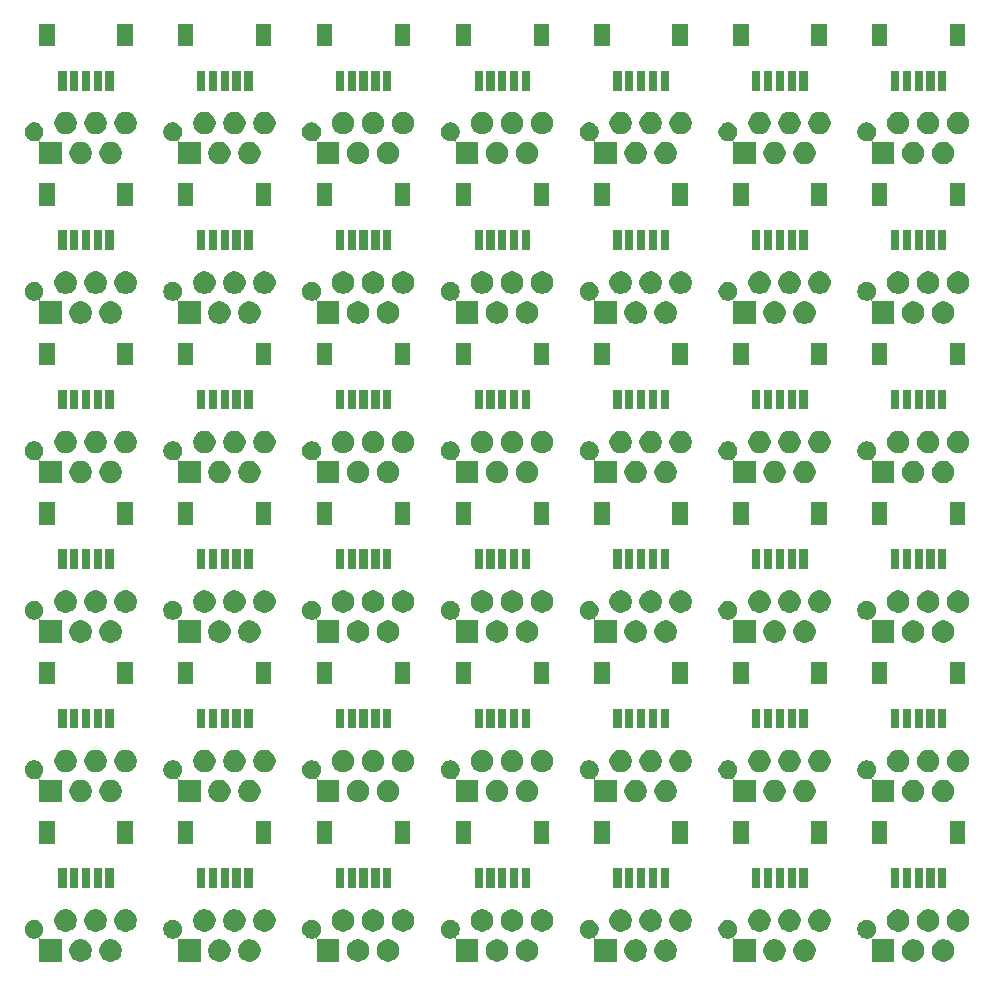
<source format=gbr>
G04 #@! TF.GenerationSoftware,KiCad,Pcbnew,5.1.0-060a0da~80~ubuntu18.04.1*
G04 #@! TF.CreationDate,2019-05-11T20:46:11+02:00*
G04 #@! TF.ProjectId,spi_connector_board,7370695f-636f-46e6-9e65-63746f725f62,rev?*
G04 #@! TF.SameCoordinates,Original*
G04 #@! TF.FileFunction,Soldermask,Top*
G04 #@! TF.FilePolarity,Negative*
%FSLAX46Y46*%
G04 Gerber Fmt 4.6, Leading zero omitted, Abs format (unit mm)*
G04 Created by KiCad (PCBNEW 5.1.0-060a0da~80~ubuntu18.04.1) date 2019-05-11 20:46:11*
%MOMM*%
%LPD*%
G04 APERTURE LIST*
%ADD10C,0.150000*%
G04 APERTURE END LIST*
D10*
G36*
X143333657Y-147929733D02*
G01*
X143479438Y-147990118D01*
X143479439Y-147990119D01*
X143610640Y-148077784D01*
X143722216Y-148189360D01*
X143722217Y-148189362D01*
X143809882Y-148320562D01*
X143870267Y-148466343D01*
X143901050Y-148621102D01*
X143901050Y-148778898D01*
X143870267Y-148933657D01*
X143809882Y-149079438D01*
X143809881Y-149079439D01*
X143722216Y-149210640D01*
X143610640Y-149322216D01*
X143610637Y-149322218D01*
X143607903Y-149324952D01*
X143594912Y-149335614D01*
X143579367Y-149354556D01*
X143567816Y-149376167D01*
X143560703Y-149399616D01*
X143558301Y-149424002D01*
X143560703Y-149448388D01*
X143567816Y-149471837D01*
X143579367Y-149493447D01*
X143594913Y-149512389D01*
X143613855Y-149527934D01*
X143635466Y-149539485D01*
X143658915Y-149546598D01*
X143683300Y-149549000D01*
X145451000Y-149549000D01*
X145451000Y-151451000D01*
X143549000Y-151451000D01*
X143549000Y-149568143D01*
X143546598Y-149543757D01*
X143539485Y-149520308D01*
X143527934Y-149498697D01*
X143512389Y-149479755D01*
X143493447Y-149464210D01*
X143471836Y-149452659D01*
X143448387Y-149445546D01*
X143424001Y-149443144D01*
X143399615Y-149445546D01*
X143376164Y-149452659D01*
X143333658Y-149470266D01*
X143333657Y-149470266D01*
X143333655Y-149470267D01*
X143178898Y-149501050D01*
X143021102Y-149501050D01*
X142866343Y-149470267D01*
X142720562Y-149409882D01*
X142593455Y-149324952D01*
X142589360Y-149322216D01*
X142477784Y-149210640D01*
X142390119Y-149079439D01*
X142390118Y-149079438D01*
X142329733Y-148933657D01*
X142298950Y-148778898D01*
X142298950Y-148621102D01*
X142329733Y-148466343D01*
X142390118Y-148320562D01*
X142477783Y-148189362D01*
X142477784Y-148189360D01*
X142589360Y-148077784D01*
X142720561Y-147990119D01*
X142720562Y-147990118D01*
X142866343Y-147929733D01*
X143021102Y-147898950D01*
X143178898Y-147898950D01*
X143333657Y-147929733D01*
X143333657Y-147929733D01*
G37*
G36*
X178583657Y-147929733D02*
G01*
X178729438Y-147990118D01*
X178729439Y-147990119D01*
X178860640Y-148077784D01*
X178972216Y-148189360D01*
X178972217Y-148189362D01*
X179059882Y-148320562D01*
X179120267Y-148466343D01*
X179151050Y-148621102D01*
X179151050Y-148778898D01*
X179120267Y-148933657D01*
X179059882Y-149079438D01*
X179059881Y-149079439D01*
X178972216Y-149210640D01*
X178860640Y-149322216D01*
X178860637Y-149322218D01*
X178857903Y-149324952D01*
X178844912Y-149335614D01*
X178829367Y-149354556D01*
X178817816Y-149376167D01*
X178810703Y-149399616D01*
X178808301Y-149424002D01*
X178810703Y-149448388D01*
X178817816Y-149471837D01*
X178829367Y-149493447D01*
X178844913Y-149512389D01*
X178863855Y-149527934D01*
X178885466Y-149539485D01*
X178908915Y-149546598D01*
X178933300Y-149549000D01*
X180701000Y-149549000D01*
X180701000Y-151451000D01*
X178799000Y-151451000D01*
X178799000Y-149568143D01*
X178796598Y-149543757D01*
X178789485Y-149520308D01*
X178777934Y-149498697D01*
X178762389Y-149479755D01*
X178743447Y-149464210D01*
X178721836Y-149452659D01*
X178698387Y-149445546D01*
X178674001Y-149443144D01*
X178649615Y-149445546D01*
X178626164Y-149452659D01*
X178583658Y-149470266D01*
X178583657Y-149470266D01*
X178583655Y-149470267D01*
X178428898Y-149501050D01*
X178271102Y-149501050D01*
X178116343Y-149470267D01*
X177970562Y-149409882D01*
X177843455Y-149324952D01*
X177839360Y-149322216D01*
X177727784Y-149210640D01*
X177640119Y-149079439D01*
X177640118Y-149079438D01*
X177579733Y-148933657D01*
X177548950Y-148778898D01*
X177548950Y-148621102D01*
X177579733Y-148466343D01*
X177640118Y-148320562D01*
X177727783Y-148189362D01*
X177727784Y-148189360D01*
X177839360Y-148077784D01*
X177970561Y-147990119D01*
X177970562Y-147990118D01*
X178116343Y-147929733D01*
X178271102Y-147898950D01*
X178428898Y-147898950D01*
X178583657Y-147929733D01*
X178583657Y-147929733D01*
G37*
G36*
X182567395Y-149585546D02*
G01*
X182740466Y-149657234D01*
X182740467Y-149657235D01*
X182896227Y-149761310D01*
X183028690Y-149893773D01*
X183028691Y-149893775D01*
X183132766Y-150049534D01*
X183204454Y-150222605D01*
X183241000Y-150406333D01*
X183241000Y-150593667D01*
X183204454Y-150777395D01*
X183132766Y-150950466D01*
X183132765Y-150950467D01*
X183028690Y-151106227D01*
X182896227Y-151238690D01*
X182817818Y-151291081D01*
X182740466Y-151342766D01*
X182567395Y-151414454D01*
X182383667Y-151451000D01*
X182196333Y-151451000D01*
X182012605Y-151414454D01*
X181839534Y-151342766D01*
X181762182Y-151291081D01*
X181683773Y-151238690D01*
X181551310Y-151106227D01*
X181447235Y-150950467D01*
X181447234Y-150950466D01*
X181375546Y-150777395D01*
X181339000Y-150593667D01*
X181339000Y-150406333D01*
X181375546Y-150222605D01*
X181447234Y-150049534D01*
X181551309Y-149893775D01*
X181551310Y-149893773D01*
X181683773Y-149761310D01*
X181839533Y-149657235D01*
X181839534Y-149657234D01*
X182012605Y-149585546D01*
X182196333Y-149549000D01*
X182383667Y-149549000D01*
X182567395Y-149585546D01*
X182567395Y-149585546D01*
G37*
G36*
X173357395Y-149585546D02*
G01*
X173530466Y-149657234D01*
X173530467Y-149657235D01*
X173686227Y-149761310D01*
X173818690Y-149893773D01*
X173818691Y-149893775D01*
X173922766Y-150049534D01*
X173994454Y-150222605D01*
X174031000Y-150406333D01*
X174031000Y-150593667D01*
X173994454Y-150777395D01*
X173922766Y-150950466D01*
X173922765Y-150950467D01*
X173818690Y-151106227D01*
X173686227Y-151238690D01*
X173607818Y-151291081D01*
X173530466Y-151342766D01*
X173357395Y-151414454D01*
X173173667Y-151451000D01*
X172986333Y-151451000D01*
X172802605Y-151414454D01*
X172629534Y-151342766D01*
X172552182Y-151291081D01*
X172473773Y-151238690D01*
X172341310Y-151106227D01*
X172237235Y-150950467D01*
X172237234Y-150950466D01*
X172165546Y-150777395D01*
X172129000Y-150593667D01*
X172129000Y-150406333D01*
X172165546Y-150222605D01*
X172237234Y-150049534D01*
X172341309Y-149893775D01*
X172341310Y-149893773D01*
X172473773Y-149761310D01*
X172629533Y-149657235D01*
X172629534Y-149657234D01*
X172802605Y-149585546D01*
X172986333Y-149549000D01*
X173173667Y-149549000D01*
X173357395Y-149585546D01*
X173357395Y-149585546D01*
G37*
G36*
X185107395Y-149585546D02*
G01*
X185280466Y-149657234D01*
X185280467Y-149657235D01*
X185436227Y-149761310D01*
X185568690Y-149893773D01*
X185568691Y-149893775D01*
X185672766Y-150049534D01*
X185744454Y-150222605D01*
X185781000Y-150406333D01*
X185781000Y-150593667D01*
X185744454Y-150777395D01*
X185672766Y-150950466D01*
X185672765Y-150950467D01*
X185568690Y-151106227D01*
X185436227Y-151238690D01*
X185357818Y-151291081D01*
X185280466Y-151342766D01*
X185107395Y-151414454D01*
X184923667Y-151451000D01*
X184736333Y-151451000D01*
X184552605Y-151414454D01*
X184379534Y-151342766D01*
X184302182Y-151291081D01*
X184223773Y-151238690D01*
X184091310Y-151106227D01*
X183987235Y-150950467D01*
X183987234Y-150950466D01*
X183915546Y-150777395D01*
X183879000Y-150593667D01*
X183879000Y-150406333D01*
X183915546Y-150222605D01*
X183987234Y-150049534D01*
X184091309Y-149893775D01*
X184091310Y-149893773D01*
X184223773Y-149761310D01*
X184379533Y-149657235D01*
X184379534Y-149657234D01*
X184552605Y-149585546D01*
X184736333Y-149549000D01*
X184923667Y-149549000D01*
X185107395Y-149585546D01*
X185107395Y-149585546D01*
G37*
G36*
X166833657Y-147929733D02*
G01*
X166979438Y-147990118D01*
X166979439Y-147990119D01*
X167110640Y-148077784D01*
X167222216Y-148189360D01*
X167222217Y-148189362D01*
X167309882Y-148320562D01*
X167370267Y-148466343D01*
X167401050Y-148621102D01*
X167401050Y-148778898D01*
X167370267Y-148933657D01*
X167309882Y-149079438D01*
X167309881Y-149079439D01*
X167222216Y-149210640D01*
X167110640Y-149322216D01*
X167110637Y-149322218D01*
X167107903Y-149324952D01*
X167094912Y-149335614D01*
X167079367Y-149354556D01*
X167067816Y-149376167D01*
X167060703Y-149399616D01*
X167058301Y-149424002D01*
X167060703Y-149448388D01*
X167067816Y-149471837D01*
X167079367Y-149493447D01*
X167094913Y-149512389D01*
X167113855Y-149527934D01*
X167135466Y-149539485D01*
X167158915Y-149546598D01*
X167183300Y-149549000D01*
X168951000Y-149549000D01*
X168951000Y-151451000D01*
X167049000Y-151451000D01*
X167049000Y-149568143D01*
X167046598Y-149543757D01*
X167039485Y-149520308D01*
X167027934Y-149498697D01*
X167012389Y-149479755D01*
X166993447Y-149464210D01*
X166971836Y-149452659D01*
X166948387Y-149445546D01*
X166924001Y-149443144D01*
X166899615Y-149445546D01*
X166876164Y-149452659D01*
X166833658Y-149470266D01*
X166833657Y-149470266D01*
X166833655Y-149470267D01*
X166678898Y-149501050D01*
X166521102Y-149501050D01*
X166366343Y-149470267D01*
X166220562Y-149409882D01*
X166093455Y-149324952D01*
X166089360Y-149322216D01*
X165977784Y-149210640D01*
X165890119Y-149079439D01*
X165890118Y-149079438D01*
X165829733Y-148933657D01*
X165798950Y-148778898D01*
X165798950Y-148621102D01*
X165829733Y-148466343D01*
X165890118Y-148320562D01*
X165977783Y-148189362D01*
X165977784Y-148189360D01*
X166089360Y-148077784D01*
X166220561Y-147990119D01*
X166220562Y-147990118D01*
X166366343Y-147929733D01*
X166521102Y-147898950D01*
X166678898Y-147898950D01*
X166833657Y-147929733D01*
X166833657Y-147929733D01*
G37*
G36*
X170817395Y-149585546D02*
G01*
X170990466Y-149657234D01*
X170990467Y-149657235D01*
X171146227Y-149761310D01*
X171278690Y-149893773D01*
X171278691Y-149893775D01*
X171382766Y-150049534D01*
X171454454Y-150222605D01*
X171491000Y-150406333D01*
X171491000Y-150593667D01*
X171454454Y-150777395D01*
X171382766Y-150950466D01*
X171382765Y-150950467D01*
X171278690Y-151106227D01*
X171146227Y-151238690D01*
X171067818Y-151291081D01*
X170990466Y-151342766D01*
X170817395Y-151414454D01*
X170633667Y-151451000D01*
X170446333Y-151451000D01*
X170262605Y-151414454D01*
X170089534Y-151342766D01*
X170012182Y-151291081D01*
X169933773Y-151238690D01*
X169801310Y-151106227D01*
X169697235Y-150950467D01*
X169697234Y-150950466D01*
X169625546Y-150777395D01*
X169589000Y-150593667D01*
X169589000Y-150406333D01*
X169625546Y-150222605D01*
X169697234Y-150049534D01*
X169801309Y-149893775D01*
X169801310Y-149893773D01*
X169933773Y-149761310D01*
X170089533Y-149657235D01*
X170089534Y-149657234D01*
X170262605Y-149585546D01*
X170446333Y-149549000D01*
X170633667Y-149549000D01*
X170817395Y-149585546D01*
X170817395Y-149585546D01*
G37*
G36*
X161607395Y-149585546D02*
G01*
X161780466Y-149657234D01*
X161780467Y-149657235D01*
X161936227Y-149761310D01*
X162068690Y-149893773D01*
X162068691Y-149893775D01*
X162172766Y-150049534D01*
X162244454Y-150222605D01*
X162281000Y-150406333D01*
X162281000Y-150593667D01*
X162244454Y-150777395D01*
X162172766Y-150950466D01*
X162172765Y-150950467D01*
X162068690Y-151106227D01*
X161936227Y-151238690D01*
X161857818Y-151291081D01*
X161780466Y-151342766D01*
X161607395Y-151414454D01*
X161423667Y-151451000D01*
X161236333Y-151451000D01*
X161052605Y-151414454D01*
X160879534Y-151342766D01*
X160802182Y-151291081D01*
X160723773Y-151238690D01*
X160591310Y-151106227D01*
X160487235Y-150950467D01*
X160487234Y-150950466D01*
X160415546Y-150777395D01*
X160379000Y-150593667D01*
X160379000Y-150406333D01*
X160415546Y-150222605D01*
X160487234Y-150049534D01*
X160591309Y-149893775D01*
X160591310Y-149893773D01*
X160723773Y-149761310D01*
X160879533Y-149657235D01*
X160879534Y-149657234D01*
X161052605Y-149585546D01*
X161236333Y-149549000D01*
X161423667Y-149549000D01*
X161607395Y-149585546D01*
X161607395Y-149585546D01*
G37*
G36*
X194317395Y-149585546D02*
G01*
X194490466Y-149657234D01*
X194490467Y-149657235D01*
X194646227Y-149761310D01*
X194778690Y-149893773D01*
X194778691Y-149893775D01*
X194882766Y-150049534D01*
X194954454Y-150222605D01*
X194991000Y-150406333D01*
X194991000Y-150593667D01*
X194954454Y-150777395D01*
X194882766Y-150950466D01*
X194882765Y-150950467D01*
X194778690Y-151106227D01*
X194646227Y-151238690D01*
X194567818Y-151291081D01*
X194490466Y-151342766D01*
X194317395Y-151414454D01*
X194133667Y-151451000D01*
X193946333Y-151451000D01*
X193762605Y-151414454D01*
X193589534Y-151342766D01*
X193512182Y-151291081D01*
X193433773Y-151238690D01*
X193301310Y-151106227D01*
X193197235Y-150950467D01*
X193197234Y-150950466D01*
X193125546Y-150777395D01*
X193089000Y-150593667D01*
X193089000Y-150406333D01*
X193125546Y-150222605D01*
X193197234Y-150049534D01*
X193301309Y-149893775D01*
X193301310Y-149893773D01*
X193433773Y-149761310D01*
X193589533Y-149657235D01*
X193589534Y-149657234D01*
X193762605Y-149585546D01*
X193946333Y-149549000D01*
X194133667Y-149549000D01*
X194317395Y-149585546D01*
X194317395Y-149585546D01*
G37*
G36*
X159067395Y-149585546D02*
G01*
X159240466Y-149657234D01*
X159240467Y-149657235D01*
X159396227Y-149761310D01*
X159528690Y-149893773D01*
X159528691Y-149893775D01*
X159632766Y-150049534D01*
X159704454Y-150222605D01*
X159741000Y-150406333D01*
X159741000Y-150593667D01*
X159704454Y-150777395D01*
X159632766Y-150950466D01*
X159632765Y-150950467D01*
X159528690Y-151106227D01*
X159396227Y-151238690D01*
X159317818Y-151291081D01*
X159240466Y-151342766D01*
X159067395Y-151414454D01*
X158883667Y-151451000D01*
X158696333Y-151451000D01*
X158512605Y-151414454D01*
X158339534Y-151342766D01*
X158262182Y-151291081D01*
X158183773Y-151238690D01*
X158051310Y-151106227D01*
X157947235Y-150950467D01*
X157947234Y-150950466D01*
X157875546Y-150777395D01*
X157839000Y-150593667D01*
X157839000Y-150406333D01*
X157875546Y-150222605D01*
X157947234Y-150049534D01*
X158051309Y-149893775D01*
X158051310Y-149893773D01*
X158183773Y-149761310D01*
X158339533Y-149657235D01*
X158339534Y-149657234D01*
X158512605Y-149585546D01*
X158696333Y-149549000D01*
X158883667Y-149549000D01*
X159067395Y-149585546D01*
X159067395Y-149585546D01*
G37*
G36*
X149857395Y-149585546D02*
G01*
X150030466Y-149657234D01*
X150030467Y-149657235D01*
X150186227Y-149761310D01*
X150318690Y-149893773D01*
X150318691Y-149893775D01*
X150422766Y-150049534D01*
X150494454Y-150222605D01*
X150531000Y-150406333D01*
X150531000Y-150593667D01*
X150494454Y-150777395D01*
X150422766Y-150950466D01*
X150422765Y-150950467D01*
X150318690Y-151106227D01*
X150186227Y-151238690D01*
X150107818Y-151291081D01*
X150030466Y-151342766D01*
X149857395Y-151414454D01*
X149673667Y-151451000D01*
X149486333Y-151451000D01*
X149302605Y-151414454D01*
X149129534Y-151342766D01*
X149052182Y-151291081D01*
X148973773Y-151238690D01*
X148841310Y-151106227D01*
X148737235Y-150950467D01*
X148737234Y-150950466D01*
X148665546Y-150777395D01*
X148629000Y-150593667D01*
X148629000Y-150406333D01*
X148665546Y-150222605D01*
X148737234Y-150049534D01*
X148841309Y-149893775D01*
X148841310Y-149893773D01*
X148973773Y-149761310D01*
X149129533Y-149657235D01*
X149129534Y-149657234D01*
X149302605Y-149585546D01*
X149486333Y-149549000D01*
X149673667Y-149549000D01*
X149857395Y-149585546D01*
X149857395Y-149585546D01*
G37*
G36*
X190333657Y-147929733D02*
G01*
X190479438Y-147990118D01*
X190479439Y-147990119D01*
X190610640Y-148077784D01*
X190722216Y-148189360D01*
X190722217Y-148189362D01*
X190809882Y-148320562D01*
X190870267Y-148466343D01*
X190901050Y-148621102D01*
X190901050Y-148778898D01*
X190870267Y-148933657D01*
X190809882Y-149079438D01*
X190809881Y-149079439D01*
X190722216Y-149210640D01*
X190610640Y-149322216D01*
X190610637Y-149322218D01*
X190607903Y-149324952D01*
X190594912Y-149335614D01*
X190579367Y-149354556D01*
X190567816Y-149376167D01*
X190560703Y-149399616D01*
X190558301Y-149424002D01*
X190560703Y-149448388D01*
X190567816Y-149471837D01*
X190579367Y-149493447D01*
X190594913Y-149512389D01*
X190613855Y-149527934D01*
X190635466Y-149539485D01*
X190658915Y-149546598D01*
X190683300Y-149549000D01*
X192451000Y-149549000D01*
X192451000Y-151451000D01*
X190549000Y-151451000D01*
X190549000Y-149568143D01*
X190546598Y-149543757D01*
X190539485Y-149520308D01*
X190527934Y-149498697D01*
X190512389Y-149479755D01*
X190493447Y-149464210D01*
X190471836Y-149452659D01*
X190448387Y-149445546D01*
X190424001Y-149443144D01*
X190399615Y-149445546D01*
X190376164Y-149452659D01*
X190333658Y-149470266D01*
X190333657Y-149470266D01*
X190333655Y-149470267D01*
X190178898Y-149501050D01*
X190021102Y-149501050D01*
X189866343Y-149470267D01*
X189720562Y-149409882D01*
X189593455Y-149324952D01*
X189589360Y-149322216D01*
X189477784Y-149210640D01*
X189390119Y-149079439D01*
X189390118Y-149079438D01*
X189329733Y-148933657D01*
X189298950Y-148778898D01*
X189298950Y-148621102D01*
X189329733Y-148466343D01*
X189390118Y-148320562D01*
X189477783Y-148189362D01*
X189477784Y-148189360D01*
X189589360Y-148077784D01*
X189720561Y-147990119D01*
X189720562Y-147990118D01*
X189866343Y-147929733D01*
X190021102Y-147898950D01*
X190178898Y-147898950D01*
X190333657Y-147929733D01*
X190333657Y-147929733D01*
G37*
G36*
X147317395Y-149585546D02*
G01*
X147490466Y-149657234D01*
X147490467Y-149657235D01*
X147646227Y-149761310D01*
X147778690Y-149893773D01*
X147778691Y-149893775D01*
X147882766Y-150049534D01*
X147954454Y-150222605D01*
X147991000Y-150406333D01*
X147991000Y-150593667D01*
X147954454Y-150777395D01*
X147882766Y-150950466D01*
X147882765Y-150950467D01*
X147778690Y-151106227D01*
X147646227Y-151238690D01*
X147567818Y-151291081D01*
X147490466Y-151342766D01*
X147317395Y-151414454D01*
X147133667Y-151451000D01*
X146946333Y-151451000D01*
X146762605Y-151414454D01*
X146589534Y-151342766D01*
X146512182Y-151291081D01*
X146433773Y-151238690D01*
X146301310Y-151106227D01*
X146197235Y-150950467D01*
X146197234Y-150950466D01*
X146125546Y-150777395D01*
X146089000Y-150593667D01*
X146089000Y-150406333D01*
X146125546Y-150222605D01*
X146197234Y-150049534D01*
X146301309Y-149893775D01*
X146301310Y-149893773D01*
X146433773Y-149761310D01*
X146589533Y-149657235D01*
X146589534Y-149657234D01*
X146762605Y-149585546D01*
X146946333Y-149549000D01*
X147133667Y-149549000D01*
X147317395Y-149585546D01*
X147317395Y-149585546D01*
G37*
G36*
X138107395Y-149585546D02*
G01*
X138280466Y-149657234D01*
X138280467Y-149657235D01*
X138436227Y-149761310D01*
X138568690Y-149893773D01*
X138568691Y-149893775D01*
X138672766Y-150049534D01*
X138744454Y-150222605D01*
X138781000Y-150406333D01*
X138781000Y-150593667D01*
X138744454Y-150777395D01*
X138672766Y-150950466D01*
X138672765Y-150950467D01*
X138568690Y-151106227D01*
X138436227Y-151238690D01*
X138357818Y-151291081D01*
X138280466Y-151342766D01*
X138107395Y-151414454D01*
X137923667Y-151451000D01*
X137736333Y-151451000D01*
X137552605Y-151414454D01*
X137379534Y-151342766D01*
X137302182Y-151291081D01*
X137223773Y-151238690D01*
X137091310Y-151106227D01*
X136987235Y-150950467D01*
X136987234Y-150950466D01*
X136915546Y-150777395D01*
X136879000Y-150593667D01*
X136879000Y-150406333D01*
X136915546Y-150222605D01*
X136987234Y-150049534D01*
X137091309Y-149893775D01*
X137091310Y-149893773D01*
X137223773Y-149761310D01*
X137379533Y-149657235D01*
X137379534Y-149657234D01*
X137552605Y-149585546D01*
X137736333Y-149549000D01*
X137923667Y-149549000D01*
X138107395Y-149585546D01*
X138107395Y-149585546D01*
G37*
G36*
X131583657Y-147929733D02*
G01*
X131729438Y-147990118D01*
X131729439Y-147990119D01*
X131860640Y-148077784D01*
X131972216Y-148189360D01*
X131972217Y-148189362D01*
X132059882Y-148320562D01*
X132120267Y-148466343D01*
X132151050Y-148621102D01*
X132151050Y-148778898D01*
X132120267Y-148933657D01*
X132059882Y-149079438D01*
X132059881Y-149079439D01*
X131972216Y-149210640D01*
X131860640Y-149322216D01*
X131860637Y-149322218D01*
X131857903Y-149324952D01*
X131844912Y-149335614D01*
X131829367Y-149354556D01*
X131817816Y-149376167D01*
X131810703Y-149399616D01*
X131808301Y-149424002D01*
X131810703Y-149448388D01*
X131817816Y-149471837D01*
X131829367Y-149493447D01*
X131844913Y-149512389D01*
X131863855Y-149527934D01*
X131885466Y-149539485D01*
X131908915Y-149546598D01*
X131933300Y-149549000D01*
X133701000Y-149549000D01*
X133701000Y-151451000D01*
X131799000Y-151451000D01*
X131799000Y-149568143D01*
X131796598Y-149543757D01*
X131789485Y-149520308D01*
X131777934Y-149498697D01*
X131762389Y-149479755D01*
X131743447Y-149464210D01*
X131721836Y-149452659D01*
X131698387Y-149445546D01*
X131674001Y-149443144D01*
X131649615Y-149445546D01*
X131626164Y-149452659D01*
X131583658Y-149470266D01*
X131583657Y-149470266D01*
X131583655Y-149470267D01*
X131428898Y-149501050D01*
X131271102Y-149501050D01*
X131116343Y-149470267D01*
X130970562Y-149409882D01*
X130843455Y-149324952D01*
X130839360Y-149322216D01*
X130727784Y-149210640D01*
X130640119Y-149079439D01*
X130640118Y-149079438D01*
X130579733Y-148933657D01*
X130548950Y-148778898D01*
X130548950Y-148621102D01*
X130579733Y-148466343D01*
X130640118Y-148320562D01*
X130727783Y-148189362D01*
X130727784Y-148189360D01*
X130839360Y-148077784D01*
X130970561Y-147990119D01*
X130970562Y-147990118D01*
X131116343Y-147929733D01*
X131271102Y-147898950D01*
X131428898Y-147898950D01*
X131583657Y-147929733D01*
X131583657Y-147929733D01*
G37*
G36*
X135567395Y-149585546D02*
G01*
X135740466Y-149657234D01*
X135740467Y-149657235D01*
X135896227Y-149761310D01*
X136028690Y-149893773D01*
X136028691Y-149893775D01*
X136132766Y-150049534D01*
X136204454Y-150222605D01*
X136241000Y-150406333D01*
X136241000Y-150593667D01*
X136204454Y-150777395D01*
X136132766Y-150950466D01*
X136132765Y-150950467D01*
X136028690Y-151106227D01*
X135896227Y-151238690D01*
X135817818Y-151291081D01*
X135740466Y-151342766D01*
X135567395Y-151414454D01*
X135383667Y-151451000D01*
X135196333Y-151451000D01*
X135012605Y-151414454D01*
X134839534Y-151342766D01*
X134762182Y-151291081D01*
X134683773Y-151238690D01*
X134551310Y-151106227D01*
X134447235Y-150950467D01*
X134447234Y-150950466D01*
X134375546Y-150777395D01*
X134339000Y-150593667D01*
X134339000Y-150406333D01*
X134375546Y-150222605D01*
X134447234Y-150049534D01*
X134551309Y-149893775D01*
X134551310Y-149893773D01*
X134683773Y-149761310D01*
X134839533Y-149657235D01*
X134839534Y-149657234D01*
X135012605Y-149585546D01*
X135196333Y-149549000D01*
X135383667Y-149549000D01*
X135567395Y-149585546D01*
X135567395Y-149585546D01*
G37*
G36*
X126357395Y-149585546D02*
G01*
X126530466Y-149657234D01*
X126530467Y-149657235D01*
X126686227Y-149761310D01*
X126818690Y-149893773D01*
X126818691Y-149893775D01*
X126922766Y-150049534D01*
X126994454Y-150222605D01*
X127031000Y-150406333D01*
X127031000Y-150593667D01*
X126994454Y-150777395D01*
X126922766Y-150950466D01*
X126922765Y-150950467D01*
X126818690Y-151106227D01*
X126686227Y-151238690D01*
X126607818Y-151291081D01*
X126530466Y-151342766D01*
X126357395Y-151414454D01*
X126173667Y-151451000D01*
X125986333Y-151451000D01*
X125802605Y-151414454D01*
X125629534Y-151342766D01*
X125552182Y-151291081D01*
X125473773Y-151238690D01*
X125341310Y-151106227D01*
X125237235Y-150950467D01*
X125237234Y-150950466D01*
X125165546Y-150777395D01*
X125129000Y-150593667D01*
X125129000Y-150406333D01*
X125165546Y-150222605D01*
X125237234Y-150049534D01*
X125341309Y-149893775D01*
X125341310Y-149893773D01*
X125473773Y-149761310D01*
X125629533Y-149657235D01*
X125629534Y-149657234D01*
X125802605Y-149585546D01*
X125986333Y-149549000D01*
X126173667Y-149549000D01*
X126357395Y-149585546D01*
X126357395Y-149585546D01*
G37*
G36*
X119833657Y-147929733D02*
G01*
X119979438Y-147990118D01*
X119979439Y-147990119D01*
X120110640Y-148077784D01*
X120222216Y-148189360D01*
X120222217Y-148189362D01*
X120309882Y-148320562D01*
X120370267Y-148466343D01*
X120401050Y-148621102D01*
X120401050Y-148778898D01*
X120370267Y-148933657D01*
X120309882Y-149079438D01*
X120309881Y-149079439D01*
X120222216Y-149210640D01*
X120110640Y-149322216D01*
X120110637Y-149322218D01*
X120107903Y-149324952D01*
X120094912Y-149335614D01*
X120079367Y-149354556D01*
X120067816Y-149376167D01*
X120060703Y-149399616D01*
X120058301Y-149424002D01*
X120060703Y-149448388D01*
X120067816Y-149471837D01*
X120079367Y-149493447D01*
X120094913Y-149512389D01*
X120113855Y-149527934D01*
X120135466Y-149539485D01*
X120158915Y-149546598D01*
X120183300Y-149549000D01*
X121951000Y-149549000D01*
X121951000Y-151451000D01*
X120049000Y-151451000D01*
X120049000Y-149568143D01*
X120046598Y-149543757D01*
X120039485Y-149520308D01*
X120027934Y-149498697D01*
X120012389Y-149479755D01*
X119993447Y-149464210D01*
X119971836Y-149452659D01*
X119948387Y-149445546D01*
X119924001Y-149443144D01*
X119899615Y-149445546D01*
X119876164Y-149452659D01*
X119833658Y-149470266D01*
X119833657Y-149470266D01*
X119833655Y-149470267D01*
X119678898Y-149501050D01*
X119521102Y-149501050D01*
X119366343Y-149470267D01*
X119220562Y-149409882D01*
X119093455Y-149324952D01*
X119089360Y-149322216D01*
X118977784Y-149210640D01*
X118890119Y-149079439D01*
X118890118Y-149079438D01*
X118829733Y-148933657D01*
X118798950Y-148778898D01*
X118798950Y-148621102D01*
X118829733Y-148466343D01*
X118890118Y-148320562D01*
X118977783Y-148189362D01*
X118977784Y-148189360D01*
X119089360Y-148077784D01*
X119220561Y-147990119D01*
X119220562Y-147990118D01*
X119366343Y-147929733D01*
X119521102Y-147898950D01*
X119678898Y-147898950D01*
X119833657Y-147929733D01*
X119833657Y-147929733D01*
G37*
G36*
X196857395Y-149585546D02*
G01*
X197030466Y-149657234D01*
X197030467Y-149657235D01*
X197186227Y-149761310D01*
X197318690Y-149893773D01*
X197318691Y-149893775D01*
X197422766Y-150049534D01*
X197494454Y-150222605D01*
X197531000Y-150406333D01*
X197531000Y-150593667D01*
X197494454Y-150777395D01*
X197422766Y-150950466D01*
X197422765Y-150950467D01*
X197318690Y-151106227D01*
X197186227Y-151238690D01*
X197107818Y-151291081D01*
X197030466Y-151342766D01*
X196857395Y-151414454D01*
X196673667Y-151451000D01*
X196486333Y-151451000D01*
X196302605Y-151414454D01*
X196129534Y-151342766D01*
X196052182Y-151291081D01*
X195973773Y-151238690D01*
X195841310Y-151106227D01*
X195737235Y-150950467D01*
X195737234Y-150950466D01*
X195665546Y-150777395D01*
X195629000Y-150593667D01*
X195629000Y-150406333D01*
X195665546Y-150222605D01*
X195737234Y-150049534D01*
X195841309Y-149893775D01*
X195841310Y-149893773D01*
X195973773Y-149761310D01*
X196129533Y-149657235D01*
X196129534Y-149657234D01*
X196302605Y-149585546D01*
X196486333Y-149549000D01*
X196673667Y-149549000D01*
X196857395Y-149585546D01*
X196857395Y-149585546D01*
G37*
G36*
X123817395Y-149585546D02*
G01*
X123990466Y-149657234D01*
X123990467Y-149657235D01*
X124146227Y-149761310D01*
X124278690Y-149893773D01*
X124278691Y-149893775D01*
X124382766Y-150049534D01*
X124454454Y-150222605D01*
X124491000Y-150406333D01*
X124491000Y-150593667D01*
X124454454Y-150777395D01*
X124382766Y-150950466D01*
X124382765Y-150950467D01*
X124278690Y-151106227D01*
X124146227Y-151238690D01*
X124067818Y-151291081D01*
X123990466Y-151342766D01*
X123817395Y-151414454D01*
X123633667Y-151451000D01*
X123446333Y-151451000D01*
X123262605Y-151414454D01*
X123089534Y-151342766D01*
X123012182Y-151291081D01*
X122933773Y-151238690D01*
X122801310Y-151106227D01*
X122697235Y-150950467D01*
X122697234Y-150950466D01*
X122625546Y-150777395D01*
X122589000Y-150593667D01*
X122589000Y-150406333D01*
X122625546Y-150222605D01*
X122697234Y-150049534D01*
X122801309Y-149893775D01*
X122801310Y-149893773D01*
X122933773Y-149761310D01*
X123089533Y-149657235D01*
X123089534Y-149657234D01*
X123262605Y-149585546D01*
X123446333Y-149549000D01*
X123633667Y-149549000D01*
X123817395Y-149585546D01*
X123817395Y-149585546D01*
G37*
G36*
X155083657Y-147929733D02*
G01*
X155229438Y-147990118D01*
X155229439Y-147990119D01*
X155360640Y-148077784D01*
X155472216Y-148189360D01*
X155472217Y-148189362D01*
X155559882Y-148320562D01*
X155620267Y-148466343D01*
X155651050Y-148621102D01*
X155651050Y-148778898D01*
X155620267Y-148933657D01*
X155559882Y-149079438D01*
X155559881Y-149079439D01*
X155472216Y-149210640D01*
X155360640Y-149322216D01*
X155360637Y-149322218D01*
X155357903Y-149324952D01*
X155344912Y-149335614D01*
X155329367Y-149354556D01*
X155317816Y-149376167D01*
X155310703Y-149399616D01*
X155308301Y-149424002D01*
X155310703Y-149448388D01*
X155317816Y-149471837D01*
X155329367Y-149493447D01*
X155344913Y-149512389D01*
X155363855Y-149527934D01*
X155385466Y-149539485D01*
X155408915Y-149546598D01*
X155433300Y-149549000D01*
X157201000Y-149549000D01*
X157201000Y-151451000D01*
X155299000Y-151451000D01*
X155299000Y-149568143D01*
X155296598Y-149543757D01*
X155289485Y-149520308D01*
X155277934Y-149498697D01*
X155262389Y-149479755D01*
X155243447Y-149464210D01*
X155221836Y-149452659D01*
X155198387Y-149445546D01*
X155174001Y-149443144D01*
X155149615Y-149445546D01*
X155126164Y-149452659D01*
X155083658Y-149470266D01*
X155083657Y-149470266D01*
X155083655Y-149470267D01*
X154928898Y-149501050D01*
X154771102Y-149501050D01*
X154616343Y-149470267D01*
X154470562Y-149409882D01*
X154343455Y-149324952D01*
X154339360Y-149322216D01*
X154227784Y-149210640D01*
X154140119Y-149079439D01*
X154140118Y-149079438D01*
X154079733Y-148933657D01*
X154048950Y-148778898D01*
X154048950Y-148621102D01*
X154079733Y-148466343D01*
X154140118Y-148320562D01*
X154227783Y-148189362D01*
X154227784Y-148189360D01*
X154339360Y-148077784D01*
X154470561Y-147990119D01*
X154470562Y-147990118D01*
X154616343Y-147929733D01*
X154771102Y-147898950D01*
X154928898Y-147898950D01*
X155083657Y-147929733D01*
X155083657Y-147929733D01*
G37*
G36*
X186377395Y-147045546D02*
G01*
X186550466Y-147117234D01*
X186550467Y-147117235D01*
X186706227Y-147221310D01*
X186838690Y-147353773D01*
X186838691Y-147353775D01*
X186942766Y-147509534D01*
X187014454Y-147682605D01*
X187051000Y-147866333D01*
X187051000Y-148053667D01*
X187014454Y-148237395D01*
X186942766Y-148410466D01*
X186942765Y-148410467D01*
X186838690Y-148566227D01*
X186706227Y-148698690D01*
X186627818Y-148751081D01*
X186550466Y-148802766D01*
X186377395Y-148874454D01*
X186193667Y-148911000D01*
X186006333Y-148911000D01*
X185822605Y-148874454D01*
X185649534Y-148802766D01*
X185572182Y-148751081D01*
X185493773Y-148698690D01*
X185361310Y-148566227D01*
X185257235Y-148410467D01*
X185257234Y-148410466D01*
X185185546Y-148237395D01*
X185149000Y-148053667D01*
X185149000Y-147866333D01*
X185185546Y-147682605D01*
X185257234Y-147509534D01*
X185361309Y-147353775D01*
X185361310Y-147353773D01*
X185493773Y-147221310D01*
X185649533Y-147117235D01*
X185649534Y-147117234D01*
X185822605Y-147045546D01*
X186006333Y-147009000D01*
X186193667Y-147009000D01*
X186377395Y-147045546D01*
X186377395Y-147045546D01*
G37*
G36*
X160337395Y-147045546D02*
G01*
X160510466Y-147117234D01*
X160510467Y-147117235D01*
X160666227Y-147221310D01*
X160798690Y-147353773D01*
X160798691Y-147353775D01*
X160902766Y-147509534D01*
X160974454Y-147682605D01*
X161011000Y-147866333D01*
X161011000Y-148053667D01*
X160974454Y-148237395D01*
X160902766Y-148410466D01*
X160902765Y-148410467D01*
X160798690Y-148566227D01*
X160666227Y-148698690D01*
X160587818Y-148751081D01*
X160510466Y-148802766D01*
X160337395Y-148874454D01*
X160153667Y-148911000D01*
X159966333Y-148911000D01*
X159782605Y-148874454D01*
X159609534Y-148802766D01*
X159532182Y-148751081D01*
X159453773Y-148698690D01*
X159321310Y-148566227D01*
X159217235Y-148410467D01*
X159217234Y-148410466D01*
X159145546Y-148237395D01*
X159109000Y-148053667D01*
X159109000Y-147866333D01*
X159145546Y-147682605D01*
X159217234Y-147509534D01*
X159321309Y-147353775D01*
X159321310Y-147353773D01*
X159453773Y-147221310D01*
X159609533Y-147117235D01*
X159609534Y-147117234D01*
X159782605Y-147045546D01*
X159966333Y-147009000D01*
X160153667Y-147009000D01*
X160337395Y-147045546D01*
X160337395Y-147045546D01*
G37*
G36*
X151127395Y-147045546D02*
G01*
X151300466Y-147117234D01*
X151300467Y-147117235D01*
X151456227Y-147221310D01*
X151588690Y-147353773D01*
X151588691Y-147353775D01*
X151692766Y-147509534D01*
X151764454Y-147682605D01*
X151801000Y-147866333D01*
X151801000Y-148053667D01*
X151764454Y-148237395D01*
X151692766Y-148410466D01*
X151692765Y-148410467D01*
X151588690Y-148566227D01*
X151456227Y-148698690D01*
X151377818Y-148751081D01*
X151300466Y-148802766D01*
X151127395Y-148874454D01*
X150943667Y-148911000D01*
X150756333Y-148911000D01*
X150572605Y-148874454D01*
X150399534Y-148802766D01*
X150322182Y-148751081D01*
X150243773Y-148698690D01*
X150111310Y-148566227D01*
X150007235Y-148410467D01*
X150007234Y-148410466D01*
X149935546Y-148237395D01*
X149899000Y-148053667D01*
X149899000Y-147866333D01*
X149935546Y-147682605D01*
X150007234Y-147509534D01*
X150111309Y-147353775D01*
X150111310Y-147353773D01*
X150243773Y-147221310D01*
X150399533Y-147117235D01*
X150399534Y-147117234D01*
X150572605Y-147045546D01*
X150756333Y-147009000D01*
X150943667Y-147009000D01*
X151127395Y-147045546D01*
X151127395Y-147045546D01*
G37*
G36*
X157797395Y-147045546D02*
G01*
X157970466Y-147117234D01*
X157970467Y-147117235D01*
X158126227Y-147221310D01*
X158258690Y-147353773D01*
X158258691Y-147353775D01*
X158362766Y-147509534D01*
X158434454Y-147682605D01*
X158471000Y-147866333D01*
X158471000Y-148053667D01*
X158434454Y-148237395D01*
X158362766Y-148410466D01*
X158362765Y-148410467D01*
X158258690Y-148566227D01*
X158126227Y-148698690D01*
X158047818Y-148751081D01*
X157970466Y-148802766D01*
X157797395Y-148874454D01*
X157613667Y-148911000D01*
X157426333Y-148911000D01*
X157242605Y-148874454D01*
X157069534Y-148802766D01*
X156992182Y-148751081D01*
X156913773Y-148698690D01*
X156781310Y-148566227D01*
X156677235Y-148410467D01*
X156677234Y-148410466D01*
X156605546Y-148237395D01*
X156569000Y-148053667D01*
X156569000Y-147866333D01*
X156605546Y-147682605D01*
X156677234Y-147509534D01*
X156781309Y-147353775D01*
X156781310Y-147353773D01*
X156913773Y-147221310D01*
X157069533Y-147117235D01*
X157069534Y-147117234D01*
X157242605Y-147045546D01*
X157426333Y-147009000D01*
X157613667Y-147009000D01*
X157797395Y-147045546D01*
X157797395Y-147045546D01*
G37*
G36*
X146047395Y-147045546D02*
G01*
X146220466Y-147117234D01*
X146220467Y-147117235D01*
X146376227Y-147221310D01*
X146508690Y-147353773D01*
X146508691Y-147353775D01*
X146612766Y-147509534D01*
X146684454Y-147682605D01*
X146721000Y-147866333D01*
X146721000Y-148053667D01*
X146684454Y-148237395D01*
X146612766Y-148410466D01*
X146612765Y-148410467D01*
X146508690Y-148566227D01*
X146376227Y-148698690D01*
X146297818Y-148751081D01*
X146220466Y-148802766D01*
X146047395Y-148874454D01*
X145863667Y-148911000D01*
X145676333Y-148911000D01*
X145492605Y-148874454D01*
X145319534Y-148802766D01*
X145242182Y-148751081D01*
X145163773Y-148698690D01*
X145031310Y-148566227D01*
X144927235Y-148410467D01*
X144927234Y-148410466D01*
X144855546Y-148237395D01*
X144819000Y-148053667D01*
X144819000Y-147866333D01*
X144855546Y-147682605D01*
X144927234Y-147509534D01*
X145031309Y-147353775D01*
X145031310Y-147353773D01*
X145163773Y-147221310D01*
X145319533Y-147117235D01*
X145319534Y-147117234D01*
X145492605Y-147045546D01*
X145676333Y-147009000D01*
X145863667Y-147009000D01*
X146047395Y-147045546D01*
X146047395Y-147045546D01*
G37*
G36*
X162877395Y-147045546D02*
G01*
X163050466Y-147117234D01*
X163050467Y-147117235D01*
X163206227Y-147221310D01*
X163338690Y-147353773D01*
X163338691Y-147353775D01*
X163442766Y-147509534D01*
X163514454Y-147682605D01*
X163551000Y-147866333D01*
X163551000Y-148053667D01*
X163514454Y-148237395D01*
X163442766Y-148410466D01*
X163442765Y-148410467D01*
X163338690Y-148566227D01*
X163206227Y-148698690D01*
X163127818Y-148751081D01*
X163050466Y-148802766D01*
X162877395Y-148874454D01*
X162693667Y-148911000D01*
X162506333Y-148911000D01*
X162322605Y-148874454D01*
X162149534Y-148802766D01*
X162072182Y-148751081D01*
X161993773Y-148698690D01*
X161861310Y-148566227D01*
X161757235Y-148410467D01*
X161757234Y-148410466D01*
X161685546Y-148237395D01*
X161649000Y-148053667D01*
X161649000Y-147866333D01*
X161685546Y-147682605D01*
X161757234Y-147509534D01*
X161861309Y-147353775D01*
X161861310Y-147353773D01*
X161993773Y-147221310D01*
X162149533Y-147117235D01*
X162149534Y-147117234D01*
X162322605Y-147045546D01*
X162506333Y-147009000D01*
X162693667Y-147009000D01*
X162877395Y-147045546D01*
X162877395Y-147045546D01*
G37*
G36*
X148587395Y-147045546D02*
G01*
X148760466Y-147117234D01*
X148760467Y-147117235D01*
X148916227Y-147221310D01*
X149048690Y-147353773D01*
X149048691Y-147353775D01*
X149152766Y-147509534D01*
X149224454Y-147682605D01*
X149261000Y-147866333D01*
X149261000Y-148053667D01*
X149224454Y-148237395D01*
X149152766Y-148410466D01*
X149152765Y-148410467D01*
X149048690Y-148566227D01*
X148916227Y-148698690D01*
X148837818Y-148751081D01*
X148760466Y-148802766D01*
X148587395Y-148874454D01*
X148403667Y-148911000D01*
X148216333Y-148911000D01*
X148032605Y-148874454D01*
X147859534Y-148802766D01*
X147782182Y-148751081D01*
X147703773Y-148698690D01*
X147571310Y-148566227D01*
X147467235Y-148410467D01*
X147467234Y-148410466D01*
X147395546Y-148237395D01*
X147359000Y-148053667D01*
X147359000Y-147866333D01*
X147395546Y-147682605D01*
X147467234Y-147509534D01*
X147571309Y-147353775D01*
X147571310Y-147353773D01*
X147703773Y-147221310D01*
X147859533Y-147117235D01*
X147859534Y-147117234D01*
X148032605Y-147045546D01*
X148216333Y-147009000D01*
X148403667Y-147009000D01*
X148587395Y-147045546D01*
X148587395Y-147045546D01*
G37*
G36*
X172087395Y-147045546D02*
G01*
X172260466Y-147117234D01*
X172260467Y-147117235D01*
X172416227Y-147221310D01*
X172548690Y-147353773D01*
X172548691Y-147353775D01*
X172652766Y-147509534D01*
X172724454Y-147682605D01*
X172761000Y-147866333D01*
X172761000Y-148053667D01*
X172724454Y-148237395D01*
X172652766Y-148410466D01*
X172652765Y-148410467D01*
X172548690Y-148566227D01*
X172416227Y-148698690D01*
X172337818Y-148751081D01*
X172260466Y-148802766D01*
X172087395Y-148874454D01*
X171903667Y-148911000D01*
X171716333Y-148911000D01*
X171532605Y-148874454D01*
X171359534Y-148802766D01*
X171282182Y-148751081D01*
X171203773Y-148698690D01*
X171071310Y-148566227D01*
X170967235Y-148410467D01*
X170967234Y-148410466D01*
X170895546Y-148237395D01*
X170859000Y-148053667D01*
X170859000Y-147866333D01*
X170895546Y-147682605D01*
X170967234Y-147509534D01*
X171071309Y-147353775D01*
X171071310Y-147353773D01*
X171203773Y-147221310D01*
X171359533Y-147117235D01*
X171359534Y-147117234D01*
X171532605Y-147045546D01*
X171716333Y-147009000D01*
X171903667Y-147009000D01*
X172087395Y-147045546D01*
X172087395Y-147045546D01*
G37*
G36*
X169547395Y-147045546D02*
G01*
X169720466Y-147117234D01*
X169720467Y-147117235D01*
X169876227Y-147221310D01*
X170008690Y-147353773D01*
X170008691Y-147353775D01*
X170112766Y-147509534D01*
X170184454Y-147682605D01*
X170221000Y-147866333D01*
X170221000Y-148053667D01*
X170184454Y-148237395D01*
X170112766Y-148410466D01*
X170112765Y-148410467D01*
X170008690Y-148566227D01*
X169876227Y-148698690D01*
X169797818Y-148751081D01*
X169720466Y-148802766D01*
X169547395Y-148874454D01*
X169363667Y-148911000D01*
X169176333Y-148911000D01*
X168992605Y-148874454D01*
X168819534Y-148802766D01*
X168742182Y-148751081D01*
X168663773Y-148698690D01*
X168531310Y-148566227D01*
X168427235Y-148410467D01*
X168427234Y-148410466D01*
X168355546Y-148237395D01*
X168319000Y-148053667D01*
X168319000Y-147866333D01*
X168355546Y-147682605D01*
X168427234Y-147509534D01*
X168531309Y-147353775D01*
X168531310Y-147353773D01*
X168663773Y-147221310D01*
X168819533Y-147117235D01*
X168819534Y-147117234D01*
X168992605Y-147045546D01*
X169176333Y-147009000D01*
X169363667Y-147009000D01*
X169547395Y-147045546D01*
X169547395Y-147045546D01*
G37*
G36*
X139377395Y-147045546D02*
G01*
X139550466Y-147117234D01*
X139550467Y-147117235D01*
X139706227Y-147221310D01*
X139838690Y-147353773D01*
X139838691Y-147353775D01*
X139942766Y-147509534D01*
X140014454Y-147682605D01*
X140051000Y-147866333D01*
X140051000Y-148053667D01*
X140014454Y-148237395D01*
X139942766Y-148410466D01*
X139942765Y-148410467D01*
X139838690Y-148566227D01*
X139706227Y-148698690D01*
X139627818Y-148751081D01*
X139550466Y-148802766D01*
X139377395Y-148874454D01*
X139193667Y-148911000D01*
X139006333Y-148911000D01*
X138822605Y-148874454D01*
X138649534Y-148802766D01*
X138572182Y-148751081D01*
X138493773Y-148698690D01*
X138361310Y-148566227D01*
X138257235Y-148410467D01*
X138257234Y-148410466D01*
X138185546Y-148237395D01*
X138149000Y-148053667D01*
X138149000Y-147866333D01*
X138185546Y-147682605D01*
X138257234Y-147509534D01*
X138361309Y-147353775D01*
X138361310Y-147353773D01*
X138493773Y-147221310D01*
X138649533Y-147117235D01*
X138649534Y-147117234D01*
X138822605Y-147045546D01*
X139006333Y-147009000D01*
X139193667Y-147009000D01*
X139377395Y-147045546D01*
X139377395Y-147045546D01*
G37*
G36*
X134297395Y-147045546D02*
G01*
X134470466Y-147117234D01*
X134470467Y-147117235D01*
X134626227Y-147221310D01*
X134758690Y-147353773D01*
X134758691Y-147353775D01*
X134862766Y-147509534D01*
X134934454Y-147682605D01*
X134971000Y-147866333D01*
X134971000Y-148053667D01*
X134934454Y-148237395D01*
X134862766Y-148410466D01*
X134862765Y-148410467D01*
X134758690Y-148566227D01*
X134626227Y-148698690D01*
X134547818Y-148751081D01*
X134470466Y-148802766D01*
X134297395Y-148874454D01*
X134113667Y-148911000D01*
X133926333Y-148911000D01*
X133742605Y-148874454D01*
X133569534Y-148802766D01*
X133492182Y-148751081D01*
X133413773Y-148698690D01*
X133281310Y-148566227D01*
X133177235Y-148410467D01*
X133177234Y-148410466D01*
X133105546Y-148237395D01*
X133069000Y-148053667D01*
X133069000Y-147866333D01*
X133105546Y-147682605D01*
X133177234Y-147509534D01*
X133281309Y-147353775D01*
X133281310Y-147353773D01*
X133413773Y-147221310D01*
X133569533Y-147117235D01*
X133569534Y-147117234D01*
X133742605Y-147045546D01*
X133926333Y-147009000D01*
X134113667Y-147009000D01*
X134297395Y-147045546D01*
X134297395Y-147045546D01*
G37*
G36*
X183837395Y-147045546D02*
G01*
X184010466Y-147117234D01*
X184010467Y-147117235D01*
X184166227Y-147221310D01*
X184298690Y-147353773D01*
X184298691Y-147353775D01*
X184402766Y-147509534D01*
X184474454Y-147682605D01*
X184511000Y-147866333D01*
X184511000Y-148053667D01*
X184474454Y-148237395D01*
X184402766Y-148410466D01*
X184402765Y-148410467D01*
X184298690Y-148566227D01*
X184166227Y-148698690D01*
X184087818Y-148751081D01*
X184010466Y-148802766D01*
X183837395Y-148874454D01*
X183653667Y-148911000D01*
X183466333Y-148911000D01*
X183282605Y-148874454D01*
X183109534Y-148802766D01*
X183032182Y-148751081D01*
X182953773Y-148698690D01*
X182821310Y-148566227D01*
X182717235Y-148410467D01*
X182717234Y-148410466D01*
X182645546Y-148237395D01*
X182609000Y-148053667D01*
X182609000Y-147866333D01*
X182645546Y-147682605D01*
X182717234Y-147509534D01*
X182821309Y-147353775D01*
X182821310Y-147353773D01*
X182953773Y-147221310D01*
X183109533Y-147117235D01*
X183109534Y-147117234D01*
X183282605Y-147045546D01*
X183466333Y-147009000D01*
X183653667Y-147009000D01*
X183837395Y-147045546D01*
X183837395Y-147045546D01*
G37*
G36*
X198127395Y-147045546D02*
G01*
X198300466Y-147117234D01*
X198300467Y-147117235D01*
X198456227Y-147221310D01*
X198588690Y-147353773D01*
X198588691Y-147353775D01*
X198692766Y-147509534D01*
X198764454Y-147682605D01*
X198801000Y-147866333D01*
X198801000Y-148053667D01*
X198764454Y-148237395D01*
X198692766Y-148410466D01*
X198692765Y-148410467D01*
X198588690Y-148566227D01*
X198456227Y-148698690D01*
X198377818Y-148751081D01*
X198300466Y-148802766D01*
X198127395Y-148874454D01*
X197943667Y-148911000D01*
X197756333Y-148911000D01*
X197572605Y-148874454D01*
X197399534Y-148802766D01*
X197322182Y-148751081D01*
X197243773Y-148698690D01*
X197111310Y-148566227D01*
X197007235Y-148410467D01*
X197007234Y-148410466D01*
X196935546Y-148237395D01*
X196899000Y-148053667D01*
X196899000Y-147866333D01*
X196935546Y-147682605D01*
X197007234Y-147509534D01*
X197111309Y-147353775D01*
X197111310Y-147353773D01*
X197243773Y-147221310D01*
X197399533Y-147117235D01*
X197399534Y-147117234D01*
X197572605Y-147045546D01*
X197756333Y-147009000D01*
X197943667Y-147009000D01*
X198127395Y-147045546D01*
X198127395Y-147045546D01*
G37*
G36*
X193047395Y-147045546D02*
G01*
X193220466Y-147117234D01*
X193220467Y-147117235D01*
X193376227Y-147221310D01*
X193508690Y-147353773D01*
X193508691Y-147353775D01*
X193612766Y-147509534D01*
X193684454Y-147682605D01*
X193721000Y-147866333D01*
X193721000Y-148053667D01*
X193684454Y-148237395D01*
X193612766Y-148410466D01*
X193612765Y-148410467D01*
X193508690Y-148566227D01*
X193376227Y-148698690D01*
X193297818Y-148751081D01*
X193220466Y-148802766D01*
X193047395Y-148874454D01*
X192863667Y-148911000D01*
X192676333Y-148911000D01*
X192492605Y-148874454D01*
X192319534Y-148802766D01*
X192242182Y-148751081D01*
X192163773Y-148698690D01*
X192031310Y-148566227D01*
X191927235Y-148410467D01*
X191927234Y-148410466D01*
X191855546Y-148237395D01*
X191819000Y-148053667D01*
X191819000Y-147866333D01*
X191855546Y-147682605D01*
X191927234Y-147509534D01*
X192031309Y-147353775D01*
X192031310Y-147353773D01*
X192163773Y-147221310D01*
X192319533Y-147117235D01*
X192319534Y-147117234D01*
X192492605Y-147045546D01*
X192676333Y-147009000D01*
X192863667Y-147009000D01*
X193047395Y-147045546D01*
X193047395Y-147045546D01*
G37*
G36*
X125087395Y-147045546D02*
G01*
X125260466Y-147117234D01*
X125260467Y-147117235D01*
X125416227Y-147221310D01*
X125548690Y-147353773D01*
X125548691Y-147353775D01*
X125652766Y-147509534D01*
X125724454Y-147682605D01*
X125761000Y-147866333D01*
X125761000Y-148053667D01*
X125724454Y-148237395D01*
X125652766Y-148410466D01*
X125652765Y-148410467D01*
X125548690Y-148566227D01*
X125416227Y-148698690D01*
X125337818Y-148751081D01*
X125260466Y-148802766D01*
X125087395Y-148874454D01*
X124903667Y-148911000D01*
X124716333Y-148911000D01*
X124532605Y-148874454D01*
X124359534Y-148802766D01*
X124282182Y-148751081D01*
X124203773Y-148698690D01*
X124071310Y-148566227D01*
X123967235Y-148410467D01*
X123967234Y-148410466D01*
X123895546Y-148237395D01*
X123859000Y-148053667D01*
X123859000Y-147866333D01*
X123895546Y-147682605D01*
X123967234Y-147509534D01*
X124071309Y-147353775D01*
X124071310Y-147353773D01*
X124203773Y-147221310D01*
X124359533Y-147117235D01*
X124359534Y-147117234D01*
X124532605Y-147045546D01*
X124716333Y-147009000D01*
X124903667Y-147009000D01*
X125087395Y-147045546D01*
X125087395Y-147045546D01*
G37*
G36*
X195587395Y-147045546D02*
G01*
X195760466Y-147117234D01*
X195760467Y-147117235D01*
X195916227Y-147221310D01*
X196048690Y-147353773D01*
X196048691Y-147353775D01*
X196152766Y-147509534D01*
X196224454Y-147682605D01*
X196261000Y-147866333D01*
X196261000Y-148053667D01*
X196224454Y-148237395D01*
X196152766Y-148410466D01*
X196152765Y-148410467D01*
X196048690Y-148566227D01*
X195916227Y-148698690D01*
X195837818Y-148751081D01*
X195760466Y-148802766D01*
X195587395Y-148874454D01*
X195403667Y-148911000D01*
X195216333Y-148911000D01*
X195032605Y-148874454D01*
X194859534Y-148802766D01*
X194782182Y-148751081D01*
X194703773Y-148698690D01*
X194571310Y-148566227D01*
X194467235Y-148410467D01*
X194467234Y-148410466D01*
X194395546Y-148237395D01*
X194359000Y-148053667D01*
X194359000Y-147866333D01*
X194395546Y-147682605D01*
X194467234Y-147509534D01*
X194571309Y-147353775D01*
X194571310Y-147353773D01*
X194703773Y-147221310D01*
X194859533Y-147117235D01*
X194859534Y-147117234D01*
X195032605Y-147045546D01*
X195216333Y-147009000D01*
X195403667Y-147009000D01*
X195587395Y-147045546D01*
X195587395Y-147045546D01*
G37*
G36*
X122547395Y-147045546D02*
G01*
X122720466Y-147117234D01*
X122720467Y-147117235D01*
X122876227Y-147221310D01*
X123008690Y-147353773D01*
X123008691Y-147353775D01*
X123112766Y-147509534D01*
X123184454Y-147682605D01*
X123221000Y-147866333D01*
X123221000Y-148053667D01*
X123184454Y-148237395D01*
X123112766Y-148410466D01*
X123112765Y-148410467D01*
X123008690Y-148566227D01*
X122876227Y-148698690D01*
X122797818Y-148751081D01*
X122720466Y-148802766D01*
X122547395Y-148874454D01*
X122363667Y-148911000D01*
X122176333Y-148911000D01*
X121992605Y-148874454D01*
X121819534Y-148802766D01*
X121742182Y-148751081D01*
X121663773Y-148698690D01*
X121531310Y-148566227D01*
X121427235Y-148410467D01*
X121427234Y-148410466D01*
X121355546Y-148237395D01*
X121319000Y-148053667D01*
X121319000Y-147866333D01*
X121355546Y-147682605D01*
X121427234Y-147509534D01*
X121531309Y-147353775D01*
X121531310Y-147353773D01*
X121663773Y-147221310D01*
X121819533Y-147117235D01*
X121819534Y-147117234D01*
X121992605Y-147045546D01*
X122176333Y-147009000D01*
X122363667Y-147009000D01*
X122547395Y-147045546D01*
X122547395Y-147045546D01*
G37*
G36*
X174627395Y-147045546D02*
G01*
X174800466Y-147117234D01*
X174800467Y-147117235D01*
X174956227Y-147221310D01*
X175088690Y-147353773D01*
X175088691Y-147353775D01*
X175192766Y-147509534D01*
X175264454Y-147682605D01*
X175301000Y-147866333D01*
X175301000Y-148053667D01*
X175264454Y-148237395D01*
X175192766Y-148410466D01*
X175192765Y-148410467D01*
X175088690Y-148566227D01*
X174956227Y-148698690D01*
X174877818Y-148751081D01*
X174800466Y-148802766D01*
X174627395Y-148874454D01*
X174443667Y-148911000D01*
X174256333Y-148911000D01*
X174072605Y-148874454D01*
X173899534Y-148802766D01*
X173822182Y-148751081D01*
X173743773Y-148698690D01*
X173611310Y-148566227D01*
X173507235Y-148410467D01*
X173507234Y-148410466D01*
X173435546Y-148237395D01*
X173399000Y-148053667D01*
X173399000Y-147866333D01*
X173435546Y-147682605D01*
X173507234Y-147509534D01*
X173611309Y-147353775D01*
X173611310Y-147353773D01*
X173743773Y-147221310D01*
X173899533Y-147117235D01*
X173899534Y-147117234D01*
X174072605Y-147045546D01*
X174256333Y-147009000D01*
X174443667Y-147009000D01*
X174627395Y-147045546D01*
X174627395Y-147045546D01*
G37*
G36*
X127627395Y-147045546D02*
G01*
X127800466Y-147117234D01*
X127800467Y-147117235D01*
X127956227Y-147221310D01*
X128088690Y-147353773D01*
X128088691Y-147353775D01*
X128192766Y-147509534D01*
X128264454Y-147682605D01*
X128301000Y-147866333D01*
X128301000Y-148053667D01*
X128264454Y-148237395D01*
X128192766Y-148410466D01*
X128192765Y-148410467D01*
X128088690Y-148566227D01*
X127956227Y-148698690D01*
X127877818Y-148751081D01*
X127800466Y-148802766D01*
X127627395Y-148874454D01*
X127443667Y-148911000D01*
X127256333Y-148911000D01*
X127072605Y-148874454D01*
X126899534Y-148802766D01*
X126822182Y-148751081D01*
X126743773Y-148698690D01*
X126611310Y-148566227D01*
X126507235Y-148410467D01*
X126507234Y-148410466D01*
X126435546Y-148237395D01*
X126399000Y-148053667D01*
X126399000Y-147866333D01*
X126435546Y-147682605D01*
X126507234Y-147509534D01*
X126611309Y-147353775D01*
X126611310Y-147353773D01*
X126743773Y-147221310D01*
X126899533Y-147117235D01*
X126899534Y-147117234D01*
X127072605Y-147045546D01*
X127256333Y-147009000D01*
X127443667Y-147009000D01*
X127627395Y-147045546D01*
X127627395Y-147045546D01*
G37*
G36*
X181297395Y-147045546D02*
G01*
X181470466Y-147117234D01*
X181470467Y-147117235D01*
X181626227Y-147221310D01*
X181758690Y-147353773D01*
X181758691Y-147353775D01*
X181862766Y-147509534D01*
X181934454Y-147682605D01*
X181971000Y-147866333D01*
X181971000Y-148053667D01*
X181934454Y-148237395D01*
X181862766Y-148410466D01*
X181862765Y-148410467D01*
X181758690Y-148566227D01*
X181626227Y-148698690D01*
X181547818Y-148751081D01*
X181470466Y-148802766D01*
X181297395Y-148874454D01*
X181113667Y-148911000D01*
X180926333Y-148911000D01*
X180742605Y-148874454D01*
X180569534Y-148802766D01*
X180492182Y-148751081D01*
X180413773Y-148698690D01*
X180281310Y-148566227D01*
X180177235Y-148410467D01*
X180177234Y-148410466D01*
X180105546Y-148237395D01*
X180069000Y-148053667D01*
X180069000Y-147866333D01*
X180105546Y-147682605D01*
X180177234Y-147509534D01*
X180281309Y-147353775D01*
X180281310Y-147353773D01*
X180413773Y-147221310D01*
X180569533Y-147117235D01*
X180569534Y-147117234D01*
X180742605Y-147045546D01*
X180926333Y-147009000D01*
X181113667Y-147009000D01*
X181297395Y-147045546D01*
X181297395Y-147045546D01*
G37*
G36*
X136837395Y-147045546D02*
G01*
X137010466Y-147117234D01*
X137010467Y-147117235D01*
X137166227Y-147221310D01*
X137298690Y-147353773D01*
X137298691Y-147353775D01*
X137402766Y-147509534D01*
X137474454Y-147682605D01*
X137511000Y-147866333D01*
X137511000Y-148053667D01*
X137474454Y-148237395D01*
X137402766Y-148410466D01*
X137402765Y-148410467D01*
X137298690Y-148566227D01*
X137166227Y-148698690D01*
X137087818Y-148751081D01*
X137010466Y-148802766D01*
X136837395Y-148874454D01*
X136653667Y-148911000D01*
X136466333Y-148911000D01*
X136282605Y-148874454D01*
X136109534Y-148802766D01*
X136032182Y-148751081D01*
X135953773Y-148698690D01*
X135821310Y-148566227D01*
X135717235Y-148410467D01*
X135717234Y-148410466D01*
X135645546Y-148237395D01*
X135609000Y-148053667D01*
X135609000Y-147866333D01*
X135645546Y-147682605D01*
X135717234Y-147509534D01*
X135821309Y-147353775D01*
X135821310Y-147353773D01*
X135953773Y-147221310D01*
X136109533Y-147117235D01*
X136109534Y-147117234D01*
X136282605Y-147045546D01*
X136466333Y-147009000D01*
X136653667Y-147009000D01*
X136837395Y-147045546D01*
X136837395Y-147045546D01*
G37*
G36*
X169351000Y-145201000D02*
G01*
X168649000Y-145201000D01*
X168649000Y-143549000D01*
X169351000Y-143549000D01*
X169351000Y-145201000D01*
X169351000Y-145201000D01*
G37*
G36*
X170351000Y-145201000D02*
G01*
X169649000Y-145201000D01*
X169649000Y-143549000D01*
X170351000Y-143549000D01*
X170351000Y-145201000D01*
X170351000Y-145201000D01*
G37*
G36*
X171351000Y-145201000D02*
G01*
X170649000Y-145201000D01*
X170649000Y-143549000D01*
X171351000Y-143549000D01*
X171351000Y-145201000D01*
X171351000Y-145201000D01*
G37*
G36*
X172351000Y-145201000D02*
G01*
X171649000Y-145201000D01*
X171649000Y-143549000D01*
X172351000Y-143549000D01*
X172351000Y-145201000D01*
X172351000Y-145201000D01*
G37*
G36*
X173351000Y-145201000D02*
G01*
X172649000Y-145201000D01*
X172649000Y-143549000D01*
X173351000Y-143549000D01*
X173351000Y-145201000D01*
X173351000Y-145201000D01*
G37*
G36*
X181101000Y-145201000D02*
G01*
X180399000Y-145201000D01*
X180399000Y-143549000D01*
X181101000Y-143549000D01*
X181101000Y-145201000D01*
X181101000Y-145201000D01*
G37*
G36*
X182101000Y-145201000D02*
G01*
X181399000Y-145201000D01*
X181399000Y-143549000D01*
X182101000Y-143549000D01*
X182101000Y-145201000D01*
X182101000Y-145201000D01*
G37*
G36*
X183101000Y-145201000D02*
G01*
X182399000Y-145201000D01*
X182399000Y-143549000D01*
X183101000Y-143549000D01*
X183101000Y-145201000D01*
X183101000Y-145201000D01*
G37*
G36*
X184101000Y-145201000D02*
G01*
X183399000Y-145201000D01*
X183399000Y-143549000D01*
X184101000Y-143549000D01*
X184101000Y-145201000D01*
X184101000Y-145201000D01*
G37*
G36*
X185101000Y-145201000D02*
G01*
X184399000Y-145201000D01*
X184399000Y-143549000D01*
X185101000Y-143549000D01*
X185101000Y-145201000D01*
X185101000Y-145201000D01*
G37*
G36*
X192851000Y-145201000D02*
G01*
X192149000Y-145201000D01*
X192149000Y-143549000D01*
X192851000Y-143549000D01*
X192851000Y-145201000D01*
X192851000Y-145201000D01*
G37*
G36*
X135101000Y-145201000D02*
G01*
X134399000Y-145201000D01*
X134399000Y-143549000D01*
X135101000Y-143549000D01*
X135101000Y-145201000D01*
X135101000Y-145201000D01*
G37*
G36*
X126351000Y-145201000D02*
G01*
X125649000Y-145201000D01*
X125649000Y-143549000D01*
X126351000Y-143549000D01*
X126351000Y-145201000D01*
X126351000Y-145201000D01*
G37*
G36*
X125351000Y-145201000D02*
G01*
X124649000Y-145201000D01*
X124649000Y-143549000D01*
X125351000Y-143549000D01*
X125351000Y-145201000D01*
X125351000Y-145201000D01*
G37*
G36*
X124351000Y-145201000D02*
G01*
X123649000Y-145201000D01*
X123649000Y-143549000D01*
X124351000Y-143549000D01*
X124351000Y-145201000D01*
X124351000Y-145201000D01*
G37*
G36*
X122351000Y-145201000D02*
G01*
X121649000Y-145201000D01*
X121649000Y-143549000D01*
X122351000Y-143549000D01*
X122351000Y-145201000D01*
X122351000Y-145201000D01*
G37*
G36*
X123351000Y-145201000D02*
G01*
X122649000Y-145201000D01*
X122649000Y-143549000D01*
X123351000Y-143549000D01*
X123351000Y-145201000D01*
X123351000Y-145201000D01*
G37*
G36*
X160601000Y-145201000D02*
G01*
X159899000Y-145201000D01*
X159899000Y-143549000D01*
X160601000Y-143549000D01*
X160601000Y-145201000D01*
X160601000Y-145201000D01*
G37*
G36*
X136101000Y-145201000D02*
G01*
X135399000Y-145201000D01*
X135399000Y-143549000D01*
X136101000Y-143549000D01*
X136101000Y-145201000D01*
X136101000Y-145201000D01*
G37*
G36*
X196851000Y-145201000D02*
G01*
X196149000Y-145201000D01*
X196149000Y-143549000D01*
X196851000Y-143549000D01*
X196851000Y-145201000D01*
X196851000Y-145201000D01*
G37*
G36*
X193851000Y-145201000D02*
G01*
X193149000Y-145201000D01*
X193149000Y-143549000D01*
X193851000Y-143549000D01*
X193851000Y-145201000D01*
X193851000Y-145201000D01*
G37*
G36*
X195851000Y-145201000D02*
G01*
X195149000Y-145201000D01*
X195149000Y-143549000D01*
X195851000Y-143549000D01*
X195851000Y-145201000D01*
X195851000Y-145201000D01*
G37*
G36*
X194851000Y-145201000D02*
G01*
X194149000Y-145201000D01*
X194149000Y-143549000D01*
X194851000Y-143549000D01*
X194851000Y-145201000D01*
X194851000Y-145201000D01*
G37*
G36*
X161601000Y-145201000D02*
G01*
X160899000Y-145201000D01*
X160899000Y-143549000D01*
X161601000Y-143549000D01*
X161601000Y-145201000D01*
X161601000Y-145201000D01*
G37*
G36*
X134101000Y-145201000D02*
G01*
X133399000Y-145201000D01*
X133399000Y-143549000D01*
X134101000Y-143549000D01*
X134101000Y-145201000D01*
X134101000Y-145201000D01*
G37*
G36*
X137101000Y-145201000D02*
G01*
X136399000Y-145201000D01*
X136399000Y-143549000D01*
X137101000Y-143549000D01*
X137101000Y-145201000D01*
X137101000Y-145201000D01*
G37*
G36*
X138101000Y-145201000D02*
G01*
X137399000Y-145201000D01*
X137399000Y-143549000D01*
X138101000Y-143549000D01*
X138101000Y-145201000D01*
X138101000Y-145201000D01*
G37*
G36*
X145851000Y-145201000D02*
G01*
X145149000Y-145201000D01*
X145149000Y-143549000D01*
X145851000Y-143549000D01*
X145851000Y-145201000D01*
X145851000Y-145201000D01*
G37*
G36*
X146851000Y-145201000D02*
G01*
X146149000Y-145201000D01*
X146149000Y-143549000D01*
X146851000Y-143549000D01*
X146851000Y-145201000D01*
X146851000Y-145201000D01*
G37*
G36*
X147851000Y-145201000D02*
G01*
X147149000Y-145201000D01*
X147149000Y-143549000D01*
X147851000Y-143549000D01*
X147851000Y-145201000D01*
X147851000Y-145201000D01*
G37*
G36*
X148851000Y-145201000D02*
G01*
X148149000Y-145201000D01*
X148149000Y-143549000D01*
X148851000Y-143549000D01*
X148851000Y-145201000D01*
X148851000Y-145201000D01*
G37*
G36*
X149851000Y-145201000D02*
G01*
X149149000Y-145201000D01*
X149149000Y-143549000D01*
X149851000Y-143549000D01*
X149851000Y-145201000D01*
X149851000Y-145201000D01*
G37*
G36*
X157601000Y-145201000D02*
G01*
X156899000Y-145201000D01*
X156899000Y-143549000D01*
X157601000Y-143549000D01*
X157601000Y-145201000D01*
X157601000Y-145201000D01*
G37*
G36*
X158601000Y-145201000D02*
G01*
X157899000Y-145201000D01*
X157899000Y-143549000D01*
X158601000Y-143549000D01*
X158601000Y-145201000D01*
X158601000Y-145201000D01*
G37*
G36*
X159601000Y-145201000D02*
G01*
X158899000Y-145201000D01*
X158899000Y-143549000D01*
X159601000Y-143549000D01*
X159601000Y-145201000D01*
X159601000Y-145201000D01*
G37*
G36*
X156601000Y-141451000D02*
G01*
X155299000Y-141451000D01*
X155299000Y-139549000D01*
X156601000Y-139549000D01*
X156601000Y-141451000D01*
X156601000Y-141451000D01*
G37*
G36*
X198451000Y-141451000D02*
G01*
X197149000Y-141451000D01*
X197149000Y-139549000D01*
X198451000Y-139549000D01*
X198451000Y-141451000D01*
X198451000Y-141451000D01*
G37*
G36*
X151451000Y-141451000D02*
G01*
X150149000Y-141451000D01*
X150149000Y-139549000D01*
X151451000Y-139549000D01*
X151451000Y-141451000D01*
X151451000Y-141451000D01*
G37*
G36*
X144851000Y-141451000D02*
G01*
X143549000Y-141451000D01*
X143549000Y-139549000D01*
X144851000Y-139549000D01*
X144851000Y-141451000D01*
X144851000Y-141451000D01*
G37*
G36*
X191851000Y-141451000D02*
G01*
X190549000Y-141451000D01*
X190549000Y-139549000D01*
X191851000Y-139549000D01*
X191851000Y-141451000D01*
X191851000Y-141451000D01*
G37*
G36*
X163201000Y-141451000D02*
G01*
X161899000Y-141451000D01*
X161899000Y-139549000D01*
X163201000Y-139549000D01*
X163201000Y-141451000D01*
X163201000Y-141451000D01*
G37*
G36*
X139701000Y-141451000D02*
G01*
X138399000Y-141451000D01*
X138399000Y-139549000D01*
X139701000Y-139549000D01*
X139701000Y-141451000D01*
X139701000Y-141451000D01*
G37*
G36*
X133101000Y-141451000D02*
G01*
X131799000Y-141451000D01*
X131799000Y-139549000D01*
X133101000Y-139549000D01*
X133101000Y-141451000D01*
X133101000Y-141451000D01*
G37*
G36*
X168351000Y-141451000D02*
G01*
X167049000Y-141451000D01*
X167049000Y-139549000D01*
X168351000Y-139549000D01*
X168351000Y-141451000D01*
X168351000Y-141451000D01*
G37*
G36*
X121351000Y-141451000D02*
G01*
X120049000Y-141451000D01*
X120049000Y-139549000D01*
X121351000Y-139549000D01*
X121351000Y-141451000D01*
X121351000Y-141451000D01*
G37*
G36*
X127951000Y-141451000D02*
G01*
X126649000Y-141451000D01*
X126649000Y-139549000D01*
X127951000Y-139549000D01*
X127951000Y-141451000D01*
X127951000Y-141451000D01*
G37*
G36*
X180101000Y-141451000D02*
G01*
X178799000Y-141451000D01*
X178799000Y-139549000D01*
X180101000Y-139549000D01*
X180101000Y-141451000D01*
X180101000Y-141451000D01*
G37*
G36*
X186701000Y-141451000D02*
G01*
X185399000Y-141451000D01*
X185399000Y-139549000D01*
X186701000Y-139549000D01*
X186701000Y-141451000D01*
X186701000Y-141451000D01*
G37*
G36*
X174951000Y-141451000D02*
G01*
X173649000Y-141451000D01*
X173649000Y-139549000D01*
X174951000Y-139549000D01*
X174951000Y-141451000D01*
X174951000Y-141451000D01*
G37*
G36*
X119833657Y-134429733D02*
G01*
X119979438Y-134490118D01*
X119979439Y-134490119D01*
X120110640Y-134577784D01*
X120222216Y-134689360D01*
X120222217Y-134689362D01*
X120309882Y-134820562D01*
X120370267Y-134966343D01*
X120401050Y-135121102D01*
X120401050Y-135278898D01*
X120370267Y-135433657D01*
X120309882Y-135579438D01*
X120309881Y-135579439D01*
X120222216Y-135710640D01*
X120110640Y-135822216D01*
X120110637Y-135822218D01*
X120107903Y-135824952D01*
X120094912Y-135835614D01*
X120079367Y-135854556D01*
X120067816Y-135876167D01*
X120060703Y-135899616D01*
X120058301Y-135924002D01*
X120060703Y-135948388D01*
X120067816Y-135971837D01*
X120079367Y-135993447D01*
X120094913Y-136012389D01*
X120113855Y-136027934D01*
X120135466Y-136039485D01*
X120158915Y-136046598D01*
X120183300Y-136049000D01*
X121951000Y-136049000D01*
X121951000Y-137951000D01*
X120049000Y-137951000D01*
X120049000Y-136068143D01*
X120046598Y-136043757D01*
X120039485Y-136020308D01*
X120027934Y-135998697D01*
X120012389Y-135979755D01*
X119993447Y-135964210D01*
X119971836Y-135952659D01*
X119948387Y-135945546D01*
X119924001Y-135943144D01*
X119899615Y-135945546D01*
X119876164Y-135952659D01*
X119833658Y-135970266D01*
X119833657Y-135970266D01*
X119833655Y-135970267D01*
X119678898Y-136001050D01*
X119521102Y-136001050D01*
X119366343Y-135970267D01*
X119220562Y-135909882D01*
X119093455Y-135824952D01*
X119089360Y-135822216D01*
X118977784Y-135710640D01*
X118890119Y-135579439D01*
X118890118Y-135579438D01*
X118829733Y-135433657D01*
X118798950Y-135278898D01*
X118798950Y-135121102D01*
X118829733Y-134966343D01*
X118890118Y-134820562D01*
X118977783Y-134689362D01*
X118977784Y-134689360D01*
X119089360Y-134577784D01*
X119220561Y-134490119D01*
X119220562Y-134490118D01*
X119366343Y-134429733D01*
X119521102Y-134398950D01*
X119678898Y-134398950D01*
X119833657Y-134429733D01*
X119833657Y-134429733D01*
G37*
G36*
X178583657Y-134429733D02*
G01*
X178729438Y-134490118D01*
X178729439Y-134490119D01*
X178860640Y-134577784D01*
X178972216Y-134689360D01*
X178972217Y-134689362D01*
X179059882Y-134820562D01*
X179120267Y-134966343D01*
X179151050Y-135121102D01*
X179151050Y-135278898D01*
X179120267Y-135433657D01*
X179059882Y-135579438D01*
X179059881Y-135579439D01*
X178972216Y-135710640D01*
X178860640Y-135822216D01*
X178860637Y-135822218D01*
X178857903Y-135824952D01*
X178844912Y-135835614D01*
X178829367Y-135854556D01*
X178817816Y-135876167D01*
X178810703Y-135899616D01*
X178808301Y-135924002D01*
X178810703Y-135948388D01*
X178817816Y-135971837D01*
X178829367Y-135993447D01*
X178844913Y-136012389D01*
X178863855Y-136027934D01*
X178885466Y-136039485D01*
X178908915Y-136046598D01*
X178933300Y-136049000D01*
X180701000Y-136049000D01*
X180701000Y-137951000D01*
X178799000Y-137951000D01*
X178799000Y-136068143D01*
X178796598Y-136043757D01*
X178789485Y-136020308D01*
X178777934Y-135998697D01*
X178762389Y-135979755D01*
X178743447Y-135964210D01*
X178721836Y-135952659D01*
X178698387Y-135945546D01*
X178674001Y-135943144D01*
X178649615Y-135945546D01*
X178626164Y-135952659D01*
X178583658Y-135970266D01*
X178583657Y-135970266D01*
X178583655Y-135970267D01*
X178428898Y-136001050D01*
X178271102Y-136001050D01*
X178116343Y-135970267D01*
X177970562Y-135909882D01*
X177843455Y-135824952D01*
X177839360Y-135822216D01*
X177727784Y-135710640D01*
X177640119Y-135579439D01*
X177640118Y-135579438D01*
X177579733Y-135433657D01*
X177548950Y-135278898D01*
X177548950Y-135121102D01*
X177579733Y-134966343D01*
X177640118Y-134820562D01*
X177727783Y-134689362D01*
X177727784Y-134689360D01*
X177839360Y-134577784D01*
X177970561Y-134490119D01*
X177970562Y-134490118D01*
X178116343Y-134429733D01*
X178271102Y-134398950D01*
X178428898Y-134398950D01*
X178583657Y-134429733D01*
X178583657Y-134429733D01*
G37*
G36*
X123817395Y-136085546D02*
G01*
X123990466Y-136157234D01*
X123990467Y-136157235D01*
X124146227Y-136261310D01*
X124278690Y-136393773D01*
X124278691Y-136393775D01*
X124382766Y-136549534D01*
X124454454Y-136722605D01*
X124491000Y-136906333D01*
X124491000Y-137093667D01*
X124454454Y-137277395D01*
X124382766Y-137450466D01*
X124382765Y-137450467D01*
X124278690Y-137606227D01*
X124146227Y-137738690D01*
X124067818Y-137791081D01*
X123990466Y-137842766D01*
X123817395Y-137914454D01*
X123633667Y-137951000D01*
X123446333Y-137951000D01*
X123262605Y-137914454D01*
X123089534Y-137842766D01*
X123012182Y-137791081D01*
X122933773Y-137738690D01*
X122801310Y-137606227D01*
X122697235Y-137450467D01*
X122697234Y-137450466D01*
X122625546Y-137277395D01*
X122589000Y-137093667D01*
X122589000Y-136906333D01*
X122625546Y-136722605D01*
X122697234Y-136549534D01*
X122801309Y-136393775D01*
X122801310Y-136393773D01*
X122933773Y-136261310D01*
X123089533Y-136157235D01*
X123089534Y-136157234D01*
X123262605Y-136085546D01*
X123446333Y-136049000D01*
X123633667Y-136049000D01*
X123817395Y-136085546D01*
X123817395Y-136085546D01*
G37*
G36*
X161607395Y-136085546D02*
G01*
X161780466Y-136157234D01*
X161780467Y-136157235D01*
X161936227Y-136261310D01*
X162068690Y-136393773D01*
X162068691Y-136393775D01*
X162172766Y-136549534D01*
X162244454Y-136722605D01*
X162281000Y-136906333D01*
X162281000Y-137093667D01*
X162244454Y-137277395D01*
X162172766Y-137450466D01*
X162172765Y-137450467D01*
X162068690Y-137606227D01*
X161936227Y-137738690D01*
X161857818Y-137791081D01*
X161780466Y-137842766D01*
X161607395Y-137914454D01*
X161423667Y-137951000D01*
X161236333Y-137951000D01*
X161052605Y-137914454D01*
X160879534Y-137842766D01*
X160802182Y-137791081D01*
X160723773Y-137738690D01*
X160591310Y-137606227D01*
X160487235Y-137450467D01*
X160487234Y-137450466D01*
X160415546Y-137277395D01*
X160379000Y-137093667D01*
X160379000Y-136906333D01*
X160415546Y-136722605D01*
X160487234Y-136549534D01*
X160591309Y-136393775D01*
X160591310Y-136393773D01*
X160723773Y-136261310D01*
X160879533Y-136157235D01*
X160879534Y-136157234D01*
X161052605Y-136085546D01*
X161236333Y-136049000D01*
X161423667Y-136049000D01*
X161607395Y-136085546D01*
X161607395Y-136085546D01*
G37*
G36*
X143333657Y-134429733D02*
G01*
X143479438Y-134490118D01*
X143479439Y-134490119D01*
X143610640Y-134577784D01*
X143722216Y-134689360D01*
X143722217Y-134689362D01*
X143809882Y-134820562D01*
X143870267Y-134966343D01*
X143901050Y-135121102D01*
X143901050Y-135278898D01*
X143870267Y-135433657D01*
X143809882Y-135579438D01*
X143809881Y-135579439D01*
X143722216Y-135710640D01*
X143610640Y-135822216D01*
X143610637Y-135822218D01*
X143607903Y-135824952D01*
X143594912Y-135835614D01*
X143579367Y-135854556D01*
X143567816Y-135876167D01*
X143560703Y-135899616D01*
X143558301Y-135924002D01*
X143560703Y-135948388D01*
X143567816Y-135971837D01*
X143579367Y-135993447D01*
X143594913Y-136012389D01*
X143613855Y-136027934D01*
X143635466Y-136039485D01*
X143658915Y-136046598D01*
X143683300Y-136049000D01*
X145451000Y-136049000D01*
X145451000Y-137951000D01*
X143549000Y-137951000D01*
X143549000Y-136068143D01*
X143546598Y-136043757D01*
X143539485Y-136020308D01*
X143527934Y-135998697D01*
X143512389Y-135979755D01*
X143493447Y-135964210D01*
X143471836Y-135952659D01*
X143448387Y-135945546D01*
X143424001Y-135943144D01*
X143399615Y-135945546D01*
X143376164Y-135952659D01*
X143333658Y-135970266D01*
X143333657Y-135970266D01*
X143333655Y-135970267D01*
X143178898Y-136001050D01*
X143021102Y-136001050D01*
X142866343Y-135970267D01*
X142720562Y-135909882D01*
X142593455Y-135824952D01*
X142589360Y-135822216D01*
X142477784Y-135710640D01*
X142390119Y-135579439D01*
X142390118Y-135579438D01*
X142329733Y-135433657D01*
X142298950Y-135278898D01*
X142298950Y-135121102D01*
X142329733Y-134966343D01*
X142390118Y-134820562D01*
X142477783Y-134689362D01*
X142477784Y-134689360D01*
X142589360Y-134577784D01*
X142720561Y-134490119D01*
X142720562Y-134490118D01*
X142866343Y-134429733D01*
X143021102Y-134398950D01*
X143178898Y-134398950D01*
X143333657Y-134429733D01*
X143333657Y-134429733D01*
G37*
G36*
X185107395Y-136085546D02*
G01*
X185280466Y-136157234D01*
X185280467Y-136157235D01*
X185436227Y-136261310D01*
X185568690Y-136393773D01*
X185568691Y-136393775D01*
X185672766Y-136549534D01*
X185744454Y-136722605D01*
X185781000Y-136906333D01*
X185781000Y-137093667D01*
X185744454Y-137277395D01*
X185672766Y-137450466D01*
X185672765Y-137450467D01*
X185568690Y-137606227D01*
X185436227Y-137738690D01*
X185357818Y-137791081D01*
X185280466Y-137842766D01*
X185107395Y-137914454D01*
X184923667Y-137951000D01*
X184736333Y-137951000D01*
X184552605Y-137914454D01*
X184379534Y-137842766D01*
X184302182Y-137791081D01*
X184223773Y-137738690D01*
X184091310Y-137606227D01*
X183987235Y-137450467D01*
X183987234Y-137450466D01*
X183915546Y-137277395D01*
X183879000Y-137093667D01*
X183879000Y-136906333D01*
X183915546Y-136722605D01*
X183987234Y-136549534D01*
X184091309Y-136393775D01*
X184091310Y-136393773D01*
X184223773Y-136261310D01*
X184379533Y-136157235D01*
X184379534Y-136157234D01*
X184552605Y-136085546D01*
X184736333Y-136049000D01*
X184923667Y-136049000D01*
X185107395Y-136085546D01*
X185107395Y-136085546D01*
G37*
G36*
X166833657Y-134429733D02*
G01*
X166979438Y-134490118D01*
X166979439Y-134490119D01*
X167110640Y-134577784D01*
X167222216Y-134689360D01*
X167222217Y-134689362D01*
X167309882Y-134820562D01*
X167370267Y-134966343D01*
X167401050Y-135121102D01*
X167401050Y-135278898D01*
X167370267Y-135433657D01*
X167309882Y-135579438D01*
X167309881Y-135579439D01*
X167222216Y-135710640D01*
X167110640Y-135822216D01*
X167110637Y-135822218D01*
X167107903Y-135824952D01*
X167094912Y-135835614D01*
X167079367Y-135854556D01*
X167067816Y-135876167D01*
X167060703Y-135899616D01*
X167058301Y-135924002D01*
X167060703Y-135948388D01*
X167067816Y-135971837D01*
X167079367Y-135993447D01*
X167094913Y-136012389D01*
X167113855Y-136027934D01*
X167135466Y-136039485D01*
X167158915Y-136046598D01*
X167183300Y-136049000D01*
X168951000Y-136049000D01*
X168951000Y-137951000D01*
X167049000Y-137951000D01*
X167049000Y-136068143D01*
X167046598Y-136043757D01*
X167039485Y-136020308D01*
X167027934Y-135998697D01*
X167012389Y-135979755D01*
X166993447Y-135964210D01*
X166971836Y-135952659D01*
X166948387Y-135945546D01*
X166924001Y-135943144D01*
X166899615Y-135945546D01*
X166876164Y-135952659D01*
X166833658Y-135970266D01*
X166833657Y-135970266D01*
X166833655Y-135970267D01*
X166678898Y-136001050D01*
X166521102Y-136001050D01*
X166366343Y-135970267D01*
X166220562Y-135909882D01*
X166093455Y-135824952D01*
X166089360Y-135822216D01*
X165977784Y-135710640D01*
X165890119Y-135579439D01*
X165890118Y-135579438D01*
X165829733Y-135433657D01*
X165798950Y-135278898D01*
X165798950Y-135121102D01*
X165829733Y-134966343D01*
X165890118Y-134820562D01*
X165977783Y-134689362D01*
X165977784Y-134689360D01*
X166089360Y-134577784D01*
X166220561Y-134490119D01*
X166220562Y-134490118D01*
X166366343Y-134429733D01*
X166521102Y-134398950D01*
X166678898Y-134398950D01*
X166833657Y-134429733D01*
X166833657Y-134429733D01*
G37*
G36*
X170817395Y-136085546D02*
G01*
X170990466Y-136157234D01*
X170990467Y-136157235D01*
X171146227Y-136261310D01*
X171278690Y-136393773D01*
X171278691Y-136393775D01*
X171382766Y-136549534D01*
X171454454Y-136722605D01*
X171491000Y-136906333D01*
X171491000Y-137093667D01*
X171454454Y-137277395D01*
X171382766Y-137450466D01*
X171382765Y-137450467D01*
X171278690Y-137606227D01*
X171146227Y-137738690D01*
X171067818Y-137791081D01*
X170990466Y-137842766D01*
X170817395Y-137914454D01*
X170633667Y-137951000D01*
X170446333Y-137951000D01*
X170262605Y-137914454D01*
X170089534Y-137842766D01*
X170012182Y-137791081D01*
X169933773Y-137738690D01*
X169801310Y-137606227D01*
X169697235Y-137450467D01*
X169697234Y-137450466D01*
X169625546Y-137277395D01*
X169589000Y-137093667D01*
X169589000Y-136906333D01*
X169625546Y-136722605D01*
X169697234Y-136549534D01*
X169801309Y-136393775D01*
X169801310Y-136393773D01*
X169933773Y-136261310D01*
X170089533Y-136157235D01*
X170089534Y-136157234D01*
X170262605Y-136085546D01*
X170446333Y-136049000D01*
X170633667Y-136049000D01*
X170817395Y-136085546D01*
X170817395Y-136085546D01*
G37*
G36*
X173357395Y-136085546D02*
G01*
X173530466Y-136157234D01*
X173530467Y-136157235D01*
X173686227Y-136261310D01*
X173818690Y-136393773D01*
X173818691Y-136393775D01*
X173922766Y-136549534D01*
X173994454Y-136722605D01*
X174031000Y-136906333D01*
X174031000Y-137093667D01*
X173994454Y-137277395D01*
X173922766Y-137450466D01*
X173922765Y-137450467D01*
X173818690Y-137606227D01*
X173686227Y-137738690D01*
X173607818Y-137791081D01*
X173530466Y-137842766D01*
X173357395Y-137914454D01*
X173173667Y-137951000D01*
X172986333Y-137951000D01*
X172802605Y-137914454D01*
X172629534Y-137842766D01*
X172552182Y-137791081D01*
X172473773Y-137738690D01*
X172341310Y-137606227D01*
X172237235Y-137450467D01*
X172237234Y-137450466D01*
X172165546Y-137277395D01*
X172129000Y-137093667D01*
X172129000Y-136906333D01*
X172165546Y-136722605D01*
X172237234Y-136549534D01*
X172341309Y-136393775D01*
X172341310Y-136393773D01*
X172473773Y-136261310D01*
X172629533Y-136157235D01*
X172629534Y-136157234D01*
X172802605Y-136085546D01*
X172986333Y-136049000D01*
X173173667Y-136049000D01*
X173357395Y-136085546D01*
X173357395Y-136085546D01*
G37*
G36*
X182567395Y-136085546D02*
G01*
X182740466Y-136157234D01*
X182740467Y-136157235D01*
X182896227Y-136261310D01*
X183028690Y-136393773D01*
X183028691Y-136393775D01*
X183132766Y-136549534D01*
X183204454Y-136722605D01*
X183241000Y-136906333D01*
X183241000Y-137093667D01*
X183204454Y-137277395D01*
X183132766Y-137450466D01*
X183132765Y-137450467D01*
X183028690Y-137606227D01*
X182896227Y-137738690D01*
X182817818Y-137791081D01*
X182740466Y-137842766D01*
X182567395Y-137914454D01*
X182383667Y-137951000D01*
X182196333Y-137951000D01*
X182012605Y-137914454D01*
X181839534Y-137842766D01*
X181762182Y-137791081D01*
X181683773Y-137738690D01*
X181551310Y-137606227D01*
X181447235Y-137450467D01*
X181447234Y-137450466D01*
X181375546Y-137277395D01*
X181339000Y-137093667D01*
X181339000Y-136906333D01*
X181375546Y-136722605D01*
X181447234Y-136549534D01*
X181551309Y-136393775D01*
X181551310Y-136393773D01*
X181683773Y-136261310D01*
X181839533Y-136157235D01*
X181839534Y-136157234D01*
X182012605Y-136085546D01*
X182196333Y-136049000D01*
X182383667Y-136049000D01*
X182567395Y-136085546D01*
X182567395Y-136085546D01*
G37*
G36*
X126357395Y-136085546D02*
G01*
X126530466Y-136157234D01*
X126530467Y-136157235D01*
X126686227Y-136261310D01*
X126818690Y-136393773D01*
X126818691Y-136393775D01*
X126922766Y-136549534D01*
X126994454Y-136722605D01*
X127031000Y-136906333D01*
X127031000Y-137093667D01*
X126994454Y-137277395D01*
X126922766Y-137450466D01*
X126922765Y-137450467D01*
X126818690Y-137606227D01*
X126686227Y-137738690D01*
X126607818Y-137791081D01*
X126530466Y-137842766D01*
X126357395Y-137914454D01*
X126173667Y-137951000D01*
X125986333Y-137951000D01*
X125802605Y-137914454D01*
X125629534Y-137842766D01*
X125552182Y-137791081D01*
X125473773Y-137738690D01*
X125341310Y-137606227D01*
X125237235Y-137450467D01*
X125237234Y-137450466D01*
X125165546Y-137277395D01*
X125129000Y-137093667D01*
X125129000Y-136906333D01*
X125165546Y-136722605D01*
X125237234Y-136549534D01*
X125341309Y-136393775D01*
X125341310Y-136393773D01*
X125473773Y-136261310D01*
X125629533Y-136157235D01*
X125629534Y-136157234D01*
X125802605Y-136085546D01*
X125986333Y-136049000D01*
X126173667Y-136049000D01*
X126357395Y-136085546D01*
X126357395Y-136085546D01*
G37*
G36*
X159067395Y-136085546D02*
G01*
X159240466Y-136157234D01*
X159240467Y-136157235D01*
X159396227Y-136261310D01*
X159528690Y-136393773D01*
X159528691Y-136393775D01*
X159632766Y-136549534D01*
X159704454Y-136722605D01*
X159741000Y-136906333D01*
X159741000Y-137093667D01*
X159704454Y-137277395D01*
X159632766Y-137450466D01*
X159632765Y-137450467D01*
X159528690Y-137606227D01*
X159396227Y-137738690D01*
X159317818Y-137791081D01*
X159240466Y-137842766D01*
X159067395Y-137914454D01*
X158883667Y-137951000D01*
X158696333Y-137951000D01*
X158512605Y-137914454D01*
X158339534Y-137842766D01*
X158262182Y-137791081D01*
X158183773Y-137738690D01*
X158051310Y-137606227D01*
X157947235Y-137450467D01*
X157947234Y-137450466D01*
X157875546Y-137277395D01*
X157839000Y-137093667D01*
X157839000Y-136906333D01*
X157875546Y-136722605D01*
X157947234Y-136549534D01*
X158051309Y-136393775D01*
X158051310Y-136393773D01*
X158183773Y-136261310D01*
X158339533Y-136157235D01*
X158339534Y-136157234D01*
X158512605Y-136085546D01*
X158696333Y-136049000D01*
X158883667Y-136049000D01*
X159067395Y-136085546D01*
X159067395Y-136085546D01*
G37*
G36*
X135567395Y-136085546D02*
G01*
X135740466Y-136157234D01*
X135740467Y-136157235D01*
X135896227Y-136261310D01*
X136028690Y-136393773D01*
X136028691Y-136393775D01*
X136132766Y-136549534D01*
X136204454Y-136722605D01*
X136241000Y-136906333D01*
X136241000Y-137093667D01*
X136204454Y-137277395D01*
X136132766Y-137450466D01*
X136132765Y-137450467D01*
X136028690Y-137606227D01*
X135896227Y-137738690D01*
X135817818Y-137791081D01*
X135740466Y-137842766D01*
X135567395Y-137914454D01*
X135383667Y-137951000D01*
X135196333Y-137951000D01*
X135012605Y-137914454D01*
X134839534Y-137842766D01*
X134762182Y-137791081D01*
X134683773Y-137738690D01*
X134551310Y-137606227D01*
X134447235Y-137450467D01*
X134447234Y-137450466D01*
X134375546Y-137277395D01*
X134339000Y-137093667D01*
X134339000Y-136906333D01*
X134375546Y-136722605D01*
X134447234Y-136549534D01*
X134551309Y-136393775D01*
X134551310Y-136393773D01*
X134683773Y-136261310D01*
X134839533Y-136157235D01*
X134839534Y-136157234D01*
X135012605Y-136085546D01*
X135196333Y-136049000D01*
X135383667Y-136049000D01*
X135567395Y-136085546D01*
X135567395Y-136085546D01*
G37*
G36*
X190333657Y-134429733D02*
G01*
X190479438Y-134490118D01*
X190479439Y-134490119D01*
X190610640Y-134577784D01*
X190722216Y-134689360D01*
X190722217Y-134689362D01*
X190809882Y-134820562D01*
X190870267Y-134966343D01*
X190901050Y-135121102D01*
X190901050Y-135278898D01*
X190870267Y-135433657D01*
X190809882Y-135579438D01*
X190809881Y-135579439D01*
X190722216Y-135710640D01*
X190610640Y-135822216D01*
X190610637Y-135822218D01*
X190607903Y-135824952D01*
X190594912Y-135835614D01*
X190579367Y-135854556D01*
X190567816Y-135876167D01*
X190560703Y-135899616D01*
X190558301Y-135924002D01*
X190560703Y-135948388D01*
X190567816Y-135971837D01*
X190579367Y-135993447D01*
X190594913Y-136012389D01*
X190613855Y-136027934D01*
X190635466Y-136039485D01*
X190658915Y-136046598D01*
X190683300Y-136049000D01*
X192451000Y-136049000D01*
X192451000Y-137951000D01*
X190549000Y-137951000D01*
X190549000Y-136068143D01*
X190546598Y-136043757D01*
X190539485Y-136020308D01*
X190527934Y-135998697D01*
X190512389Y-135979755D01*
X190493447Y-135964210D01*
X190471836Y-135952659D01*
X190448387Y-135945546D01*
X190424001Y-135943144D01*
X190399615Y-135945546D01*
X190376164Y-135952659D01*
X190333658Y-135970266D01*
X190333657Y-135970266D01*
X190333655Y-135970267D01*
X190178898Y-136001050D01*
X190021102Y-136001050D01*
X189866343Y-135970267D01*
X189720562Y-135909882D01*
X189593455Y-135824952D01*
X189589360Y-135822216D01*
X189477784Y-135710640D01*
X189390119Y-135579439D01*
X189390118Y-135579438D01*
X189329733Y-135433657D01*
X189298950Y-135278898D01*
X189298950Y-135121102D01*
X189329733Y-134966343D01*
X189390118Y-134820562D01*
X189477783Y-134689362D01*
X189477784Y-134689360D01*
X189589360Y-134577784D01*
X189720561Y-134490119D01*
X189720562Y-134490118D01*
X189866343Y-134429733D01*
X190021102Y-134398950D01*
X190178898Y-134398950D01*
X190333657Y-134429733D01*
X190333657Y-134429733D01*
G37*
G36*
X131583657Y-134429733D02*
G01*
X131729438Y-134490118D01*
X131729439Y-134490119D01*
X131860640Y-134577784D01*
X131972216Y-134689360D01*
X131972217Y-134689362D01*
X132059882Y-134820562D01*
X132120267Y-134966343D01*
X132151050Y-135121102D01*
X132151050Y-135278898D01*
X132120267Y-135433657D01*
X132059882Y-135579438D01*
X132059881Y-135579439D01*
X131972216Y-135710640D01*
X131860640Y-135822216D01*
X131860637Y-135822218D01*
X131857903Y-135824952D01*
X131844912Y-135835614D01*
X131829367Y-135854556D01*
X131817816Y-135876167D01*
X131810703Y-135899616D01*
X131808301Y-135924002D01*
X131810703Y-135948388D01*
X131817816Y-135971837D01*
X131829367Y-135993447D01*
X131844913Y-136012389D01*
X131863855Y-136027934D01*
X131885466Y-136039485D01*
X131908915Y-136046598D01*
X131933300Y-136049000D01*
X133701000Y-136049000D01*
X133701000Y-137951000D01*
X131799000Y-137951000D01*
X131799000Y-136068143D01*
X131796598Y-136043757D01*
X131789485Y-136020308D01*
X131777934Y-135998697D01*
X131762389Y-135979755D01*
X131743447Y-135964210D01*
X131721836Y-135952659D01*
X131698387Y-135945546D01*
X131674001Y-135943144D01*
X131649615Y-135945546D01*
X131626164Y-135952659D01*
X131583658Y-135970266D01*
X131583657Y-135970266D01*
X131583655Y-135970267D01*
X131428898Y-136001050D01*
X131271102Y-136001050D01*
X131116343Y-135970267D01*
X130970562Y-135909882D01*
X130843455Y-135824952D01*
X130839360Y-135822216D01*
X130727784Y-135710640D01*
X130640119Y-135579439D01*
X130640118Y-135579438D01*
X130579733Y-135433657D01*
X130548950Y-135278898D01*
X130548950Y-135121102D01*
X130579733Y-134966343D01*
X130640118Y-134820562D01*
X130727783Y-134689362D01*
X130727784Y-134689360D01*
X130839360Y-134577784D01*
X130970561Y-134490119D01*
X130970562Y-134490118D01*
X131116343Y-134429733D01*
X131271102Y-134398950D01*
X131428898Y-134398950D01*
X131583657Y-134429733D01*
X131583657Y-134429733D01*
G37*
G36*
X138107395Y-136085546D02*
G01*
X138280466Y-136157234D01*
X138280467Y-136157235D01*
X138436227Y-136261310D01*
X138568690Y-136393773D01*
X138568691Y-136393775D01*
X138672766Y-136549534D01*
X138744454Y-136722605D01*
X138781000Y-136906333D01*
X138781000Y-137093667D01*
X138744454Y-137277395D01*
X138672766Y-137450466D01*
X138672765Y-137450467D01*
X138568690Y-137606227D01*
X138436227Y-137738690D01*
X138357818Y-137791081D01*
X138280466Y-137842766D01*
X138107395Y-137914454D01*
X137923667Y-137951000D01*
X137736333Y-137951000D01*
X137552605Y-137914454D01*
X137379534Y-137842766D01*
X137302182Y-137791081D01*
X137223773Y-137738690D01*
X137091310Y-137606227D01*
X136987235Y-137450467D01*
X136987234Y-137450466D01*
X136915546Y-137277395D01*
X136879000Y-137093667D01*
X136879000Y-136906333D01*
X136915546Y-136722605D01*
X136987234Y-136549534D01*
X137091309Y-136393775D01*
X137091310Y-136393773D01*
X137223773Y-136261310D01*
X137379533Y-136157235D01*
X137379534Y-136157234D01*
X137552605Y-136085546D01*
X137736333Y-136049000D01*
X137923667Y-136049000D01*
X138107395Y-136085546D01*
X138107395Y-136085546D01*
G37*
G36*
X147317395Y-136085546D02*
G01*
X147490466Y-136157234D01*
X147490467Y-136157235D01*
X147646227Y-136261310D01*
X147778690Y-136393773D01*
X147778691Y-136393775D01*
X147882766Y-136549534D01*
X147954454Y-136722605D01*
X147991000Y-136906333D01*
X147991000Y-137093667D01*
X147954454Y-137277395D01*
X147882766Y-137450466D01*
X147882765Y-137450467D01*
X147778690Y-137606227D01*
X147646227Y-137738690D01*
X147567818Y-137791081D01*
X147490466Y-137842766D01*
X147317395Y-137914454D01*
X147133667Y-137951000D01*
X146946333Y-137951000D01*
X146762605Y-137914454D01*
X146589534Y-137842766D01*
X146512182Y-137791081D01*
X146433773Y-137738690D01*
X146301310Y-137606227D01*
X146197235Y-137450467D01*
X146197234Y-137450466D01*
X146125546Y-137277395D01*
X146089000Y-137093667D01*
X146089000Y-136906333D01*
X146125546Y-136722605D01*
X146197234Y-136549534D01*
X146301309Y-136393775D01*
X146301310Y-136393773D01*
X146433773Y-136261310D01*
X146589533Y-136157235D01*
X146589534Y-136157234D01*
X146762605Y-136085546D01*
X146946333Y-136049000D01*
X147133667Y-136049000D01*
X147317395Y-136085546D01*
X147317395Y-136085546D01*
G37*
G36*
X149857395Y-136085546D02*
G01*
X150030466Y-136157234D01*
X150030467Y-136157235D01*
X150186227Y-136261310D01*
X150318690Y-136393773D01*
X150318691Y-136393775D01*
X150422766Y-136549534D01*
X150494454Y-136722605D01*
X150531000Y-136906333D01*
X150531000Y-137093667D01*
X150494454Y-137277395D01*
X150422766Y-137450466D01*
X150422765Y-137450467D01*
X150318690Y-137606227D01*
X150186227Y-137738690D01*
X150107818Y-137791081D01*
X150030466Y-137842766D01*
X149857395Y-137914454D01*
X149673667Y-137951000D01*
X149486333Y-137951000D01*
X149302605Y-137914454D01*
X149129534Y-137842766D01*
X149052182Y-137791081D01*
X148973773Y-137738690D01*
X148841310Y-137606227D01*
X148737235Y-137450467D01*
X148737234Y-137450466D01*
X148665546Y-137277395D01*
X148629000Y-137093667D01*
X148629000Y-136906333D01*
X148665546Y-136722605D01*
X148737234Y-136549534D01*
X148841309Y-136393775D01*
X148841310Y-136393773D01*
X148973773Y-136261310D01*
X149129533Y-136157235D01*
X149129534Y-136157234D01*
X149302605Y-136085546D01*
X149486333Y-136049000D01*
X149673667Y-136049000D01*
X149857395Y-136085546D01*
X149857395Y-136085546D01*
G37*
G36*
X155083657Y-134429733D02*
G01*
X155229438Y-134490118D01*
X155229439Y-134490119D01*
X155360640Y-134577784D01*
X155472216Y-134689360D01*
X155472217Y-134689362D01*
X155559882Y-134820562D01*
X155620267Y-134966343D01*
X155651050Y-135121102D01*
X155651050Y-135278898D01*
X155620267Y-135433657D01*
X155559882Y-135579438D01*
X155559881Y-135579439D01*
X155472216Y-135710640D01*
X155360640Y-135822216D01*
X155360637Y-135822218D01*
X155357903Y-135824952D01*
X155344912Y-135835614D01*
X155329367Y-135854556D01*
X155317816Y-135876167D01*
X155310703Y-135899616D01*
X155308301Y-135924002D01*
X155310703Y-135948388D01*
X155317816Y-135971837D01*
X155329367Y-135993447D01*
X155344913Y-136012389D01*
X155363855Y-136027934D01*
X155385466Y-136039485D01*
X155408915Y-136046598D01*
X155433300Y-136049000D01*
X157201000Y-136049000D01*
X157201000Y-137951000D01*
X155299000Y-137951000D01*
X155299000Y-136068143D01*
X155296598Y-136043757D01*
X155289485Y-136020308D01*
X155277934Y-135998697D01*
X155262389Y-135979755D01*
X155243447Y-135964210D01*
X155221836Y-135952659D01*
X155198387Y-135945546D01*
X155174001Y-135943144D01*
X155149615Y-135945546D01*
X155126164Y-135952659D01*
X155083658Y-135970266D01*
X155083657Y-135970266D01*
X155083655Y-135970267D01*
X154928898Y-136001050D01*
X154771102Y-136001050D01*
X154616343Y-135970267D01*
X154470562Y-135909882D01*
X154343455Y-135824952D01*
X154339360Y-135822216D01*
X154227784Y-135710640D01*
X154140119Y-135579439D01*
X154140118Y-135579438D01*
X154079733Y-135433657D01*
X154048950Y-135278898D01*
X154048950Y-135121102D01*
X154079733Y-134966343D01*
X154140118Y-134820562D01*
X154227783Y-134689362D01*
X154227784Y-134689360D01*
X154339360Y-134577784D01*
X154470561Y-134490119D01*
X154470562Y-134490118D01*
X154616343Y-134429733D01*
X154771102Y-134398950D01*
X154928898Y-134398950D01*
X155083657Y-134429733D01*
X155083657Y-134429733D01*
G37*
G36*
X194317395Y-136085546D02*
G01*
X194490466Y-136157234D01*
X194490467Y-136157235D01*
X194646227Y-136261310D01*
X194778690Y-136393773D01*
X194778691Y-136393775D01*
X194882766Y-136549534D01*
X194954454Y-136722605D01*
X194991000Y-136906333D01*
X194991000Y-137093667D01*
X194954454Y-137277395D01*
X194882766Y-137450466D01*
X194882765Y-137450467D01*
X194778690Y-137606227D01*
X194646227Y-137738690D01*
X194567818Y-137791081D01*
X194490466Y-137842766D01*
X194317395Y-137914454D01*
X194133667Y-137951000D01*
X193946333Y-137951000D01*
X193762605Y-137914454D01*
X193589534Y-137842766D01*
X193512182Y-137791081D01*
X193433773Y-137738690D01*
X193301310Y-137606227D01*
X193197235Y-137450467D01*
X193197234Y-137450466D01*
X193125546Y-137277395D01*
X193089000Y-137093667D01*
X193089000Y-136906333D01*
X193125546Y-136722605D01*
X193197234Y-136549534D01*
X193301309Y-136393775D01*
X193301310Y-136393773D01*
X193433773Y-136261310D01*
X193589533Y-136157235D01*
X193589534Y-136157234D01*
X193762605Y-136085546D01*
X193946333Y-136049000D01*
X194133667Y-136049000D01*
X194317395Y-136085546D01*
X194317395Y-136085546D01*
G37*
G36*
X196857395Y-136085546D02*
G01*
X197030466Y-136157234D01*
X197030467Y-136157235D01*
X197186227Y-136261310D01*
X197318690Y-136393773D01*
X197318691Y-136393775D01*
X197422766Y-136549534D01*
X197494454Y-136722605D01*
X197531000Y-136906333D01*
X197531000Y-137093667D01*
X197494454Y-137277395D01*
X197422766Y-137450466D01*
X197422765Y-137450467D01*
X197318690Y-137606227D01*
X197186227Y-137738690D01*
X197107818Y-137791081D01*
X197030466Y-137842766D01*
X196857395Y-137914454D01*
X196673667Y-137951000D01*
X196486333Y-137951000D01*
X196302605Y-137914454D01*
X196129534Y-137842766D01*
X196052182Y-137791081D01*
X195973773Y-137738690D01*
X195841310Y-137606227D01*
X195737235Y-137450467D01*
X195737234Y-137450466D01*
X195665546Y-137277395D01*
X195629000Y-137093667D01*
X195629000Y-136906333D01*
X195665546Y-136722605D01*
X195737234Y-136549534D01*
X195841309Y-136393775D01*
X195841310Y-136393773D01*
X195973773Y-136261310D01*
X196129533Y-136157235D01*
X196129534Y-136157234D01*
X196302605Y-136085546D01*
X196486333Y-136049000D01*
X196673667Y-136049000D01*
X196857395Y-136085546D01*
X196857395Y-136085546D01*
G37*
G36*
X134297395Y-133545546D02*
G01*
X134470466Y-133617234D01*
X134470467Y-133617235D01*
X134626227Y-133721310D01*
X134758690Y-133853773D01*
X134758691Y-133853775D01*
X134862766Y-134009534D01*
X134934454Y-134182605D01*
X134971000Y-134366333D01*
X134971000Y-134553667D01*
X134934454Y-134737395D01*
X134862766Y-134910466D01*
X134862765Y-134910467D01*
X134758690Y-135066227D01*
X134626227Y-135198690D01*
X134547818Y-135251081D01*
X134470466Y-135302766D01*
X134297395Y-135374454D01*
X134113667Y-135411000D01*
X133926333Y-135411000D01*
X133742605Y-135374454D01*
X133569534Y-135302766D01*
X133492182Y-135251081D01*
X133413773Y-135198690D01*
X133281310Y-135066227D01*
X133177235Y-134910467D01*
X133177234Y-134910466D01*
X133105546Y-134737395D01*
X133069000Y-134553667D01*
X133069000Y-134366333D01*
X133105546Y-134182605D01*
X133177234Y-134009534D01*
X133281309Y-133853775D01*
X133281310Y-133853773D01*
X133413773Y-133721310D01*
X133569533Y-133617235D01*
X133569534Y-133617234D01*
X133742605Y-133545546D01*
X133926333Y-133509000D01*
X134113667Y-133509000D01*
X134297395Y-133545546D01*
X134297395Y-133545546D01*
G37*
G36*
X146047395Y-133545546D02*
G01*
X146220466Y-133617234D01*
X146220467Y-133617235D01*
X146376227Y-133721310D01*
X146508690Y-133853773D01*
X146508691Y-133853775D01*
X146612766Y-134009534D01*
X146684454Y-134182605D01*
X146721000Y-134366333D01*
X146721000Y-134553667D01*
X146684454Y-134737395D01*
X146612766Y-134910466D01*
X146612765Y-134910467D01*
X146508690Y-135066227D01*
X146376227Y-135198690D01*
X146297818Y-135251081D01*
X146220466Y-135302766D01*
X146047395Y-135374454D01*
X145863667Y-135411000D01*
X145676333Y-135411000D01*
X145492605Y-135374454D01*
X145319534Y-135302766D01*
X145242182Y-135251081D01*
X145163773Y-135198690D01*
X145031310Y-135066227D01*
X144927235Y-134910467D01*
X144927234Y-134910466D01*
X144855546Y-134737395D01*
X144819000Y-134553667D01*
X144819000Y-134366333D01*
X144855546Y-134182605D01*
X144927234Y-134009534D01*
X145031309Y-133853775D01*
X145031310Y-133853773D01*
X145163773Y-133721310D01*
X145319533Y-133617235D01*
X145319534Y-133617234D01*
X145492605Y-133545546D01*
X145676333Y-133509000D01*
X145863667Y-133509000D01*
X146047395Y-133545546D01*
X146047395Y-133545546D01*
G37*
G36*
X139377395Y-133545546D02*
G01*
X139550466Y-133617234D01*
X139550467Y-133617235D01*
X139706227Y-133721310D01*
X139838690Y-133853773D01*
X139838691Y-133853775D01*
X139942766Y-134009534D01*
X140014454Y-134182605D01*
X140051000Y-134366333D01*
X140051000Y-134553667D01*
X140014454Y-134737395D01*
X139942766Y-134910466D01*
X139942765Y-134910467D01*
X139838690Y-135066227D01*
X139706227Y-135198690D01*
X139627818Y-135251081D01*
X139550466Y-135302766D01*
X139377395Y-135374454D01*
X139193667Y-135411000D01*
X139006333Y-135411000D01*
X138822605Y-135374454D01*
X138649534Y-135302766D01*
X138572182Y-135251081D01*
X138493773Y-135198690D01*
X138361310Y-135066227D01*
X138257235Y-134910467D01*
X138257234Y-134910466D01*
X138185546Y-134737395D01*
X138149000Y-134553667D01*
X138149000Y-134366333D01*
X138185546Y-134182605D01*
X138257234Y-134009534D01*
X138361309Y-133853775D01*
X138361310Y-133853773D01*
X138493773Y-133721310D01*
X138649533Y-133617235D01*
X138649534Y-133617234D01*
X138822605Y-133545546D01*
X139006333Y-133509000D01*
X139193667Y-133509000D01*
X139377395Y-133545546D01*
X139377395Y-133545546D01*
G37*
G36*
X136837395Y-133545546D02*
G01*
X137010466Y-133617234D01*
X137010467Y-133617235D01*
X137166227Y-133721310D01*
X137298690Y-133853773D01*
X137298691Y-133853775D01*
X137402766Y-134009534D01*
X137474454Y-134182605D01*
X137511000Y-134366333D01*
X137511000Y-134553667D01*
X137474454Y-134737395D01*
X137402766Y-134910466D01*
X137402765Y-134910467D01*
X137298690Y-135066227D01*
X137166227Y-135198690D01*
X137087818Y-135251081D01*
X137010466Y-135302766D01*
X136837395Y-135374454D01*
X136653667Y-135411000D01*
X136466333Y-135411000D01*
X136282605Y-135374454D01*
X136109534Y-135302766D01*
X136032182Y-135251081D01*
X135953773Y-135198690D01*
X135821310Y-135066227D01*
X135717235Y-134910467D01*
X135717234Y-134910466D01*
X135645546Y-134737395D01*
X135609000Y-134553667D01*
X135609000Y-134366333D01*
X135645546Y-134182605D01*
X135717234Y-134009534D01*
X135821309Y-133853775D01*
X135821310Y-133853773D01*
X135953773Y-133721310D01*
X136109533Y-133617235D01*
X136109534Y-133617234D01*
X136282605Y-133545546D01*
X136466333Y-133509000D01*
X136653667Y-133509000D01*
X136837395Y-133545546D01*
X136837395Y-133545546D01*
G37*
G36*
X127627395Y-133545546D02*
G01*
X127800466Y-133617234D01*
X127800467Y-133617235D01*
X127956227Y-133721310D01*
X128088690Y-133853773D01*
X128088691Y-133853775D01*
X128192766Y-134009534D01*
X128264454Y-134182605D01*
X128301000Y-134366333D01*
X128301000Y-134553667D01*
X128264454Y-134737395D01*
X128192766Y-134910466D01*
X128192765Y-134910467D01*
X128088690Y-135066227D01*
X127956227Y-135198690D01*
X127877818Y-135251081D01*
X127800466Y-135302766D01*
X127627395Y-135374454D01*
X127443667Y-135411000D01*
X127256333Y-135411000D01*
X127072605Y-135374454D01*
X126899534Y-135302766D01*
X126822182Y-135251081D01*
X126743773Y-135198690D01*
X126611310Y-135066227D01*
X126507235Y-134910467D01*
X126507234Y-134910466D01*
X126435546Y-134737395D01*
X126399000Y-134553667D01*
X126399000Y-134366333D01*
X126435546Y-134182605D01*
X126507234Y-134009534D01*
X126611309Y-133853775D01*
X126611310Y-133853773D01*
X126743773Y-133721310D01*
X126899533Y-133617235D01*
X126899534Y-133617234D01*
X127072605Y-133545546D01*
X127256333Y-133509000D01*
X127443667Y-133509000D01*
X127627395Y-133545546D01*
X127627395Y-133545546D01*
G37*
G36*
X125087395Y-133545546D02*
G01*
X125260466Y-133617234D01*
X125260467Y-133617235D01*
X125416227Y-133721310D01*
X125548690Y-133853773D01*
X125548691Y-133853775D01*
X125652766Y-134009534D01*
X125724454Y-134182605D01*
X125761000Y-134366333D01*
X125761000Y-134553667D01*
X125724454Y-134737395D01*
X125652766Y-134910466D01*
X125652765Y-134910467D01*
X125548690Y-135066227D01*
X125416227Y-135198690D01*
X125337818Y-135251081D01*
X125260466Y-135302766D01*
X125087395Y-135374454D01*
X124903667Y-135411000D01*
X124716333Y-135411000D01*
X124532605Y-135374454D01*
X124359534Y-135302766D01*
X124282182Y-135251081D01*
X124203773Y-135198690D01*
X124071310Y-135066227D01*
X123967235Y-134910467D01*
X123967234Y-134910466D01*
X123895546Y-134737395D01*
X123859000Y-134553667D01*
X123859000Y-134366333D01*
X123895546Y-134182605D01*
X123967234Y-134009534D01*
X124071309Y-133853775D01*
X124071310Y-133853773D01*
X124203773Y-133721310D01*
X124359533Y-133617235D01*
X124359534Y-133617234D01*
X124532605Y-133545546D01*
X124716333Y-133509000D01*
X124903667Y-133509000D01*
X125087395Y-133545546D01*
X125087395Y-133545546D01*
G37*
G36*
X122547395Y-133545546D02*
G01*
X122720466Y-133617234D01*
X122720467Y-133617235D01*
X122876227Y-133721310D01*
X123008690Y-133853773D01*
X123008691Y-133853775D01*
X123112766Y-134009534D01*
X123184454Y-134182605D01*
X123221000Y-134366333D01*
X123221000Y-134553667D01*
X123184454Y-134737395D01*
X123112766Y-134910466D01*
X123112765Y-134910467D01*
X123008690Y-135066227D01*
X122876227Y-135198690D01*
X122797818Y-135251081D01*
X122720466Y-135302766D01*
X122547395Y-135374454D01*
X122363667Y-135411000D01*
X122176333Y-135411000D01*
X121992605Y-135374454D01*
X121819534Y-135302766D01*
X121742182Y-135251081D01*
X121663773Y-135198690D01*
X121531310Y-135066227D01*
X121427235Y-134910467D01*
X121427234Y-134910466D01*
X121355546Y-134737395D01*
X121319000Y-134553667D01*
X121319000Y-134366333D01*
X121355546Y-134182605D01*
X121427234Y-134009534D01*
X121531309Y-133853775D01*
X121531310Y-133853773D01*
X121663773Y-133721310D01*
X121819533Y-133617235D01*
X121819534Y-133617234D01*
X121992605Y-133545546D01*
X122176333Y-133509000D01*
X122363667Y-133509000D01*
X122547395Y-133545546D01*
X122547395Y-133545546D01*
G37*
G36*
X148587395Y-133545546D02*
G01*
X148760466Y-133617234D01*
X148760467Y-133617235D01*
X148916227Y-133721310D01*
X149048690Y-133853773D01*
X149048691Y-133853775D01*
X149152766Y-134009534D01*
X149224454Y-134182605D01*
X149261000Y-134366333D01*
X149261000Y-134553667D01*
X149224454Y-134737395D01*
X149152766Y-134910466D01*
X149152765Y-134910467D01*
X149048690Y-135066227D01*
X148916227Y-135198690D01*
X148837818Y-135251081D01*
X148760466Y-135302766D01*
X148587395Y-135374454D01*
X148403667Y-135411000D01*
X148216333Y-135411000D01*
X148032605Y-135374454D01*
X147859534Y-135302766D01*
X147782182Y-135251081D01*
X147703773Y-135198690D01*
X147571310Y-135066227D01*
X147467235Y-134910467D01*
X147467234Y-134910466D01*
X147395546Y-134737395D01*
X147359000Y-134553667D01*
X147359000Y-134366333D01*
X147395546Y-134182605D01*
X147467234Y-134009534D01*
X147571309Y-133853775D01*
X147571310Y-133853773D01*
X147703773Y-133721310D01*
X147859533Y-133617235D01*
X147859534Y-133617234D01*
X148032605Y-133545546D01*
X148216333Y-133509000D01*
X148403667Y-133509000D01*
X148587395Y-133545546D01*
X148587395Y-133545546D01*
G37*
G36*
X193047395Y-133545546D02*
G01*
X193220466Y-133617234D01*
X193220467Y-133617235D01*
X193376227Y-133721310D01*
X193508690Y-133853773D01*
X193508691Y-133853775D01*
X193612766Y-134009534D01*
X193684454Y-134182605D01*
X193721000Y-134366333D01*
X193721000Y-134553667D01*
X193684454Y-134737395D01*
X193612766Y-134910466D01*
X193612765Y-134910467D01*
X193508690Y-135066227D01*
X193376227Y-135198690D01*
X193297818Y-135251081D01*
X193220466Y-135302766D01*
X193047395Y-135374454D01*
X192863667Y-135411000D01*
X192676333Y-135411000D01*
X192492605Y-135374454D01*
X192319534Y-135302766D01*
X192242182Y-135251081D01*
X192163773Y-135198690D01*
X192031310Y-135066227D01*
X191927235Y-134910467D01*
X191927234Y-134910466D01*
X191855546Y-134737395D01*
X191819000Y-134553667D01*
X191819000Y-134366333D01*
X191855546Y-134182605D01*
X191927234Y-134009534D01*
X192031309Y-133853775D01*
X192031310Y-133853773D01*
X192163773Y-133721310D01*
X192319533Y-133617235D01*
X192319534Y-133617234D01*
X192492605Y-133545546D01*
X192676333Y-133509000D01*
X192863667Y-133509000D01*
X193047395Y-133545546D01*
X193047395Y-133545546D01*
G37*
G36*
X195587395Y-133545546D02*
G01*
X195760466Y-133617234D01*
X195760467Y-133617235D01*
X195916227Y-133721310D01*
X196048690Y-133853773D01*
X196048691Y-133853775D01*
X196152766Y-134009534D01*
X196224454Y-134182605D01*
X196261000Y-134366333D01*
X196261000Y-134553667D01*
X196224454Y-134737395D01*
X196152766Y-134910466D01*
X196152765Y-134910467D01*
X196048690Y-135066227D01*
X195916227Y-135198690D01*
X195837818Y-135251081D01*
X195760466Y-135302766D01*
X195587395Y-135374454D01*
X195403667Y-135411000D01*
X195216333Y-135411000D01*
X195032605Y-135374454D01*
X194859534Y-135302766D01*
X194782182Y-135251081D01*
X194703773Y-135198690D01*
X194571310Y-135066227D01*
X194467235Y-134910467D01*
X194467234Y-134910466D01*
X194395546Y-134737395D01*
X194359000Y-134553667D01*
X194359000Y-134366333D01*
X194395546Y-134182605D01*
X194467234Y-134009534D01*
X194571309Y-133853775D01*
X194571310Y-133853773D01*
X194703773Y-133721310D01*
X194859533Y-133617235D01*
X194859534Y-133617234D01*
X195032605Y-133545546D01*
X195216333Y-133509000D01*
X195403667Y-133509000D01*
X195587395Y-133545546D01*
X195587395Y-133545546D01*
G37*
G36*
X157797395Y-133545546D02*
G01*
X157970466Y-133617234D01*
X157970467Y-133617235D01*
X158126227Y-133721310D01*
X158258690Y-133853773D01*
X158258691Y-133853775D01*
X158362766Y-134009534D01*
X158434454Y-134182605D01*
X158471000Y-134366333D01*
X158471000Y-134553667D01*
X158434454Y-134737395D01*
X158362766Y-134910466D01*
X158362765Y-134910467D01*
X158258690Y-135066227D01*
X158126227Y-135198690D01*
X158047818Y-135251081D01*
X157970466Y-135302766D01*
X157797395Y-135374454D01*
X157613667Y-135411000D01*
X157426333Y-135411000D01*
X157242605Y-135374454D01*
X157069534Y-135302766D01*
X156992182Y-135251081D01*
X156913773Y-135198690D01*
X156781310Y-135066227D01*
X156677235Y-134910467D01*
X156677234Y-134910466D01*
X156605546Y-134737395D01*
X156569000Y-134553667D01*
X156569000Y-134366333D01*
X156605546Y-134182605D01*
X156677234Y-134009534D01*
X156781309Y-133853775D01*
X156781310Y-133853773D01*
X156913773Y-133721310D01*
X157069533Y-133617235D01*
X157069534Y-133617234D01*
X157242605Y-133545546D01*
X157426333Y-133509000D01*
X157613667Y-133509000D01*
X157797395Y-133545546D01*
X157797395Y-133545546D01*
G37*
G36*
X186377395Y-133545546D02*
G01*
X186550466Y-133617234D01*
X186550467Y-133617235D01*
X186706227Y-133721310D01*
X186838690Y-133853773D01*
X186838691Y-133853775D01*
X186942766Y-134009534D01*
X187014454Y-134182605D01*
X187051000Y-134366333D01*
X187051000Y-134553667D01*
X187014454Y-134737395D01*
X186942766Y-134910466D01*
X186942765Y-134910467D01*
X186838690Y-135066227D01*
X186706227Y-135198690D01*
X186627818Y-135251081D01*
X186550466Y-135302766D01*
X186377395Y-135374454D01*
X186193667Y-135411000D01*
X186006333Y-135411000D01*
X185822605Y-135374454D01*
X185649534Y-135302766D01*
X185572182Y-135251081D01*
X185493773Y-135198690D01*
X185361310Y-135066227D01*
X185257235Y-134910467D01*
X185257234Y-134910466D01*
X185185546Y-134737395D01*
X185149000Y-134553667D01*
X185149000Y-134366333D01*
X185185546Y-134182605D01*
X185257234Y-134009534D01*
X185361309Y-133853775D01*
X185361310Y-133853773D01*
X185493773Y-133721310D01*
X185649533Y-133617235D01*
X185649534Y-133617234D01*
X185822605Y-133545546D01*
X186006333Y-133509000D01*
X186193667Y-133509000D01*
X186377395Y-133545546D01*
X186377395Y-133545546D01*
G37*
G36*
X183837395Y-133545546D02*
G01*
X184010466Y-133617234D01*
X184010467Y-133617235D01*
X184166227Y-133721310D01*
X184298690Y-133853773D01*
X184298691Y-133853775D01*
X184402766Y-134009534D01*
X184474454Y-134182605D01*
X184511000Y-134366333D01*
X184511000Y-134553667D01*
X184474454Y-134737395D01*
X184402766Y-134910466D01*
X184402765Y-134910467D01*
X184298690Y-135066227D01*
X184166227Y-135198690D01*
X184087818Y-135251081D01*
X184010466Y-135302766D01*
X183837395Y-135374454D01*
X183653667Y-135411000D01*
X183466333Y-135411000D01*
X183282605Y-135374454D01*
X183109534Y-135302766D01*
X183032182Y-135251081D01*
X182953773Y-135198690D01*
X182821310Y-135066227D01*
X182717235Y-134910467D01*
X182717234Y-134910466D01*
X182645546Y-134737395D01*
X182609000Y-134553667D01*
X182609000Y-134366333D01*
X182645546Y-134182605D01*
X182717234Y-134009534D01*
X182821309Y-133853775D01*
X182821310Y-133853773D01*
X182953773Y-133721310D01*
X183109533Y-133617235D01*
X183109534Y-133617234D01*
X183282605Y-133545546D01*
X183466333Y-133509000D01*
X183653667Y-133509000D01*
X183837395Y-133545546D01*
X183837395Y-133545546D01*
G37*
G36*
X198127395Y-133545546D02*
G01*
X198300466Y-133617234D01*
X198300467Y-133617235D01*
X198456227Y-133721310D01*
X198588690Y-133853773D01*
X198588691Y-133853775D01*
X198692766Y-134009534D01*
X198764454Y-134182605D01*
X198801000Y-134366333D01*
X198801000Y-134553667D01*
X198764454Y-134737395D01*
X198692766Y-134910466D01*
X198692765Y-134910467D01*
X198588690Y-135066227D01*
X198456227Y-135198690D01*
X198377818Y-135251081D01*
X198300466Y-135302766D01*
X198127395Y-135374454D01*
X197943667Y-135411000D01*
X197756333Y-135411000D01*
X197572605Y-135374454D01*
X197399534Y-135302766D01*
X197322182Y-135251081D01*
X197243773Y-135198690D01*
X197111310Y-135066227D01*
X197007235Y-134910467D01*
X197007234Y-134910466D01*
X196935546Y-134737395D01*
X196899000Y-134553667D01*
X196899000Y-134366333D01*
X196935546Y-134182605D01*
X197007234Y-134009534D01*
X197111309Y-133853775D01*
X197111310Y-133853773D01*
X197243773Y-133721310D01*
X197399533Y-133617235D01*
X197399534Y-133617234D01*
X197572605Y-133545546D01*
X197756333Y-133509000D01*
X197943667Y-133509000D01*
X198127395Y-133545546D01*
X198127395Y-133545546D01*
G37*
G36*
X162877395Y-133545546D02*
G01*
X163050466Y-133617234D01*
X163050467Y-133617235D01*
X163206227Y-133721310D01*
X163338690Y-133853773D01*
X163338691Y-133853775D01*
X163442766Y-134009534D01*
X163514454Y-134182605D01*
X163551000Y-134366333D01*
X163551000Y-134553667D01*
X163514454Y-134737395D01*
X163442766Y-134910466D01*
X163442765Y-134910467D01*
X163338690Y-135066227D01*
X163206227Y-135198690D01*
X163127818Y-135251081D01*
X163050466Y-135302766D01*
X162877395Y-135374454D01*
X162693667Y-135411000D01*
X162506333Y-135411000D01*
X162322605Y-135374454D01*
X162149534Y-135302766D01*
X162072182Y-135251081D01*
X161993773Y-135198690D01*
X161861310Y-135066227D01*
X161757235Y-134910467D01*
X161757234Y-134910466D01*
X161685546Y-134737395D01*
X161649000Y-134553667D01*
X161649000Y-134366333D01*
X161685546Y-134182605D01*
X161757234Y-134009534D01*
X161861309Y-133853775D01*
X161861310Y-133853773D01*
X161993773Y-133721310D01*
X162149533Y-133617235D01*
X162149534Y-133617234D01*
X162322605Y-133545546D01*
X162506333Y-133509000D01*
X162693667Y-133509000D01*
X162877395Y-133545546D01*
X162877395Y-133545546D01*
G37*
G36*
X172087395Y-133545546D02*
G01*
X172260466Y-133617234D01*
X172260467Y-133617235D01*
X172416227Y-133721310D01*
X172548690Y-133853773D01*
X172548691Y-133853775D01*
X172652766Y-134009534D01*
X172724454Y-134182605D01*
X172761000Y-134366333D01*
X172761000Y-134553667D01*
X172724454Y-134737395D01*
X172652766Y-134910466D01*
X172652765Y-134910467D01*
X172548690Y-135066227D01*
X172416227Y-135198690D01*
X172337818Y-135251081D01*
X172260466Y-135302766D01*
X172087395Y-135374454D01*
X171903667Y-135411000D01*
X171716333Y-135411000D01*
X171532605Y-135374454D01*
X171359534Y-135302766D01*
X171282182Y-135251081D01*
X171203773Y-135198690D01*
X171071310Y-135066227D01*
X170967235Y-134910467D01*
X170967234Y-134910466D01*
X170895546Y-134737395D01*
X170859000Y-134553667D01*
X170859000Y-134366333D01*
X170895546Y-134182605D01*
X170967234Y-134009534D01*
X171071309Y-133853775D01*
X171071310Y-133853773D01*
X171203773Y-133721310D01*
X171359533Y-133617235D01*
X171359534Y-133617234D01*
X171532605Y-133545546D01*
X171716333Y-133509000D01*
X171903667Y-133509000D01*
X172087395Y-133545546D01*
X172087395Y-133545546D01*
G37*
G36*
X151127395Y-133545546D02*
G01*
X151300466Y-133617234D01*
X151300467Y-133617235D01*
X151456227Y-133721310D01*
X151588690Y-133853773D01*
X151588691Y-133853775D01*
X151692766Y-134009534D01*
X151764454Y-134182605D01*
X151801000Y-134366333D01*
X151801000Y-134553667D01*
X151764454Y-134737395D01*
X151692766Y-134910466D01*
X151692765Y-134910467D01*
X151588690Y-135066227D01*
X151456227Y-135198690D01*
X151377818Y-135251081D01*
X151300466Y-135302766D01*
X151127395Y-135374454D01*
X150943667Y-135411000D01*
X150756333Y-135411000D01*
X150572605Y-135374454D01*
X150399534Y-135302766D01*
X150322182Y-135251081D01*
X150243773Y-135198690D01*
X150111310Y-135066227D01*
X150007235Y-134910467D01*
X150007234Y-134910466D01*
X149935546Y-134737395D01*
X149899000Y-134553667D01*
X149899000Y-134366333D01*
X149935546Y-134182605D01*
X150007234Y-134009534D01*
X150111309Y-133853775D01*
X150111310Y-133853773D01*
X150243773Y-133721310D01*
X150399533Y-133617235D01*
X150399534Y-133617234D01*
X150572605Y-133545546D01*
X150756333Y-133509000D01*
X150943667Y-133509000D01*
X151127395Y-133545546D01*
X151127395Y-133545546D01*
G37*
G36*
X169547395Y-133545546D02*
G01*
X169720466Y-133617234D01*
X169720467Y-133617235D01*
X169876227Y-133721310D01*
X170008690Y-133853773D01*
X170008691Y-133853775D01*
X170112766Y-134009534D01*
X170184454Y-134182605D01*
X170221000Y-134366333D01*
X170221000Y-134553667D01*
X170184454Y-134737395D01*
X170112766Y-134910466D01*
X170112765Y-134910467D01*
X170008690Y-135066227D01*
X169876227Y-135198690D01*
X169797818Y-135251081D01*
X169720466Y-135302766D01*
X169547395Y-135374454D01*
X169363667Y-135411000D01*
X169176333Y-135411000D01*
X168992605Y-135374454D01*
X168819534Y-135302766D01*
X168742182Y-135251081D01*
X168663773Y-135198690D01*
X168531310Y-135066227D01*
X168427235Y-134910467D01*
X168427234Y-134910466D01*
X168355546Y-134737395D01*
X168319000Y-134553667D01*
X168319000Y-134366333D01*
X168355546Y-134182605D01*
X168427234Y-134009534D01*
X168531309Y-133853775D01*
X168531310Y-133853773D01*
X168663773Y-133721310D01*
X168819533Y-133617235D01*
X168819534Y-133617234D01*
X168992605Y-133545546D01*
X169176333Y-133509000D01*
X169363667Y-133509000D01*
X169547395Y-133545546D01*
X169547395Y-133545546D01*
G37*
G36*
X174627395Y-133545546D02*
G01*
X174800466Y-133617234D01*
X174800467Y-133617235D01*
X174956227Y-133721310D01*
X175088690Y-133853773D01*
X175088691Y-133853775D01*
X175192766Y-134009534D01*
X175264454Y-134182605D01*
X175301000Y-134366333D01*
X175301000Y-134553667D01*
X175264454Y-134737395D01*
X175192766Y-134910466D01*
X175192765Y-134910467D01*
X175088690Y-135066227D01*
X174956227Y-135198690D01*
X174877818Y-135251081D01*
X174800466Y-135302766D01*
X174627395Y-135374454D01*
X174443667Y-135411000D01*
X174256333Y-135411000D01*
X174072605Y-135374454D01*
X173899534Y-135302766D01*
X173822182Y-135251081D01*
X173743773Y-135198690D01*
X173611310Y-135066227D01*
X173507235Y-134910467D01*
X173507234Y-134910466D01*
X173435546Y-134737395D01*
X173399000Y-134553667D01*
X173399000Y-134366333D01*
X173435546Y-134182605D01*
X173507234Y-134009534D01*
X173611309Y-133853775D01*
X173611310Y-133853773D01*
X173743773Y-133721310D01*
X173899533Y-133617235D01*
X173899534Y-133617234D01*
X174072605Y-133545546D01*
X174256333Y-133509000D01*
X174443667Y-133509000D01*
X174627395Y-133545546D01*
X174627395Y-133545546D01*
G37*
G36*
X160337395Y-133545546D02*
G01*
X160510466Y-133617234D01*
X160510467Y-133617235D01*
X160666227Y-133721310D01*
X160798690Y-133853773D01*
X160798691Y-133853775D01*
X160902766Y-134009534D01*
X160974454Y-134182605D01*
X161011000Y-134366333D01*
X161011000Y-134553667D01*
X160974454Y-134737395D01*
X160902766Y-134910466D01*
X160902765Y-134910467D01*
X160798690Y-135066227D01*
X160666227Y-135198690D01*
X160587818Y-135251081D01*
X160510466Y-135302766D01*
X160337395Y-135374454D01*
X160153667Y-135411000D01*
X159966333Y-135411000D01*
X159782605Y-135374454D01*
X159609534Y-135302766D01*
X159532182Y-135251081D01*
X159453773Y-135198690D01*
X159321310Y-135066227D01*
X159217235Y-134910467D01*
X159217234Y-134910466D01*
X159145546Y-134737395D01*
X159109000Y-134553667D01*
X159109000Y-134366333D01*
X159145546Y-134182605D01*
X159217234Y-134009534D01*
X159321309Y-133853775D01*
X159321310Y-133853773D01*
X159453773Y-133721310D01*
X159609533Y-133617235D01*
X159609534Y-133617234D01*
X159782605Y-133545546D01*
X159966333Y-133509000D01*
X160153667Y-133509000D01*
X160337395Y-133545546D01*
X160337395Y-133545546D01*
G37*
G36*
X181297395Y-133545546D02*
G01*
X181470466Y-133617234D01*
X181470467Y-133617235D01*
X181626227Y-133721310D01*
X181758690Y-133853773D01*
X181758691Y-133853775D01*
X181862766Y-134009534D01*
X181934454Y-134182605D01*
X181971000Y-134366333D01*
X181971000Y-134553667D01*
X181934454Y-134737395D01*
X181862766Y-134910466D01*
X181862765Y-134910467D01*
X181758690Y-135066227D01*
X181626227Y-135198690D01*
X181547818Y-135251081D01*
X181470466Y-135302766D01*
X181297395Y-135374454D01*
X181113667Y-135411000D01*
X180926333Y-135411000D01*
X180742605Y-135374454D01*
X180569534Y-135302766D01*
X180492182Y-135251081D01*
X180413773Y-135198690D01*
X180281310Y-135066227D01*
X180177235Y-134910467D01*
X180177234Y-134910466D01*
X180105546Y-134737395D01*
X180069000Y-134553667D01*
X180069000Y-134366333D01*
X180105546Y-134182605D01*
X180177234Y-134009534D01*
X180281309Y-133853775D01*
X180281310Y-133853773D01*
X180413773Y-133721310D01*
X180569533Y-133617235D01*
X180569534Y-133617234D01*
X180742605Y-133545546D01*
X180926333Y-133509000D01*
X181113667Y-133509000D01*
X181297395Y-133545546D01*
X181297395Y-133545546D01*
G37*
G36*
X157601000Y-131701000D02*
G01*
X156899000Y-131701000D01*
X156899000Y-130049000D01*
X157601000Y-130049000D01*
X157601000Y-131701000D01*
X157601000Y-131701000D01*
G37*
G36*
X149851000Y-131701000D02*
G01*
X149149000Y-131701000D01*
X149149000Y-130049000D01*
X149851000Y-130049000D01*
X149851000Y-131701000D01*
X149851000Y-131701000D01*
G37*
G36*
X148851000Y-131701000D02*
G01*
X148149000Y-131701000D01*
X148149000Y-130049000D01*
X148851000Y-130049000D01*
X148851000Y-131701000D01*
X148851000Y-131701000D01*
G37*
G36*
X147851000Y-131701000D02*
G01*
X147149000Y-131701000D01*
X147149000Y-130049000D01*
X147851000Y-130049000D01*
X147851000Y-131701000D01*
X147851000Y-131701000D01*
G37*
G36*
X146851000Y-131701000D02*
G01*
X146149000Y-131701000D01*
X146149000Y-130049000D01*
X146851000Y-130049000D01*
X146851000Y-131701000D01*
X146851000Y-131701000D01*
G37*
G36*
X145851000Y-131701000D02*
G01*
X145149000Y-131701000D01*
X145149000Y-130049000D01*
X145851000Y-130049000D01*
X145851000Y-131701000D01*
X145851000Y-131701000D01*
G37*
G36*
X138101000Y-131701000D02*
G01*
X137399000Y-131701000D01*
X137399000Y-130049000D01*
X138101000Y-130049000D01*
X138101000Y-131701000D01*
X138101000Y-131701000D01*
G37*
G36*
X159601000Y-131701000D02*
G01*
X158899000Y-131701000D01*
X158899000Y-130049000D01*
X159601000Y-130049000D01*
X159601000Y-131701000D01*
X159601000Y-131701000D01*
G37*
G36*
X136101000Y-131701000D02*
G01*
X135399000Y-131701000D01*
X135399000Y-130049000D01*
X136101000Y-130049000D01*
X136101000Y-131701000D01*
X136101000Y-131701000D01*
G37*
G36*
X135101000Y-131701000D02*
G01*
X134399000Y-131701000D01*
X134399000Y-130049000D01*
X135101000Y-130049000D01*
X135101000Y-131701000D01*
X135101000Y-131701000D01*
G37*
G36*
X134101000Y-131701000D02*
G01*
X133399000Y-131701000D01*
X133399000Y-130049000D01*
X134101000Y-130049000D01*
X134101000Y-131701000D01*
X134101000Y-131701000D01*
G37*
G36*
X126351000Y-131701000D02*
G01*
X125649000Y-131701000D01*
X125649000Y-130049000D01*
X126351000Y-130049000D01*
X126351000Y-131701000D01*
X126351000Y-131701000D01*
G37*
G36*
X125351000Y-131701000D02*
G01*
X124649000Y-131701000D01*
X124649000Y-130049000D01*
X125351000Y-130049000D01*
X125351000Y-131701000D01*
X125351000Y-131701000D01*
G37*
G36*
X124351000Y-131701000D02*
G01*
X123649000Y-131701000D01*
X123649000Y-130049000D01*
X124351000Y-130049000D01*
X124351000Y-131701000D01*
X124351000Y-131701000D01*
G37*
G36*
X123351000Y-131701000D02*
G01*
X122649000Y-131701000D01*
X122649000Y-130049000D01*
X123351000Y-130049000D01*
X123351000Y-131701000D01*
X123351000Y-131701000D01*
G37*
G36*
X122351000Y-131701000D02*
G01*
X121649000Y-131701000D01*
X121649000Y-130049000D01*
X122351000Y-130049000D01*
X122351000Y-131701000D01*
X122351000Y-131701000D01*
G37*
G36*
X161601000Y-131701000D02*
G01*
X160899000Y-131701000D01*
X160899000Y-130049000D01*
X161601000Y-130049000D01*
X161601000Y-131701000D01*
X161601000Y-131701000D01*
G37*
G36*
X181101000Y-131701000D02*
G01*
X180399000Y-131701000D01*
X180399000Y-130049000D01*
X181101000Y-130049000D01*
X181101000Y-131701000D01*
X181101000Y-131701000D01*
G37*
G36*
X137101000Y-131701000D02*
G01*
X136399000Y-131701000D01*
X136399000Y-130049000D01*
X137101000Y-130049000D01*
X137101000Y-131701000D01*
X137101000Y-131701000D01*
G37*
G36*
X158601000Y-131701000D02*
G01*
X157899000Y-131701000D01*
X157899000Y-130049000D01*
X158601000Y-130049000D01*
X158601000Y-131701000D01*
X158601000Y-131701000D01*
G37*
G36*
X160601000Y-131701000D02*
G01*
X159899000Y-131701000D01*
X159899000Y-130049000D01*
X160601000Y-130049000D01*
X160601000Y-131701000D01*
X160601000Y-131701000D01*
G37*
G36*
X170351000Y-131701000D02*
G01*
X169649000Y-131701000D01*
X169649000Y-130049000D01*
X170351000Y-130049000D01*
X170351000Y-131701000D01*
X170351000Y-131701000D01*
G37*
G36*
X171351000Y-131701000D02*
G01*
X170649000Y-131701000D01*
X170649000Y-130049000D01*
X171351000Y-130049000D01*
X171351000Y-131701000D01*
X171351000Y-131701000D01*
G37*
G36*
X172351000Y-131701000D02*
G01*
X171649000Y-131701000D01*
X171649000Y-130049000D01*
X172351000Y-130049000D01*
X172351000Y-131701000D01*
X172351000Y-131701000D01*
G37*
G36*
X173351000Y-131701000D02*
G01*
X172649000Y-131701000D01*
X172649000Y-130049000D01*
X173351000Y-130049000D01*
X173351000Y-131701000D01*
X173351000Y-131701000D01*
G37*
G36*
X169351000Y-131701000D02*
G01*
X168649000Y-131701000D01*
X168649000Y-130049000D01*
X169351000Y-130049000D01*
X169351000Y-131701000D01*
X169351000Y-131701000D01*
G37*
G36*
X182101000Y-131701000D02*
G01*
X181399000Y-131701000D01*
X181399000Y-130049000D01*
X182101000Y-130049000D01*
X182101000Y-131701000D01*
X182101000Y-131701000D01*
G37*
G36*
X184101000Y-131701000D02*
G01*
X183399000Y-131701000D01*
X183399000Y-130049000D01*
X184101000Y-130049000D01*
X184101000Y-131701000D01*
X184101000Y-131701000D01*
G37*
G36*
X185101000Y-131701000D02*
G01*
X184399000Y-131701000D01*
X184399000Y-130049000D01*
X185101000Y-130049000D01*
X185101000Y-131701000D01*
X185101000Y-131701000D01*
G37*
G36*
X192851000Y-131701000D02*
G01*
X192149000Y-131701000D01*
X192149000Y-130049000D01*
X192851000Y-130049000D01*
X192851000Y-131701000D01*
X192851000Y-131701000D01*
G37*
G36*
X193851000Y-131701000D02*
G01*
X193149000Y-131701000D01*
X193149000Y-130049000D01*
X193851000Y-130049000D01*
X193851000Y-131701000D01*
X193851000Y-131701000D01*
G37*
G36*
X194851000Y-131701000D02*
G01*
X194149000Y-131701000D01*
X194149000Y-130049000D01*
X194851000Y-130049000D01*
X194851000Y-131701000D01*
X194851000Y-131701000D01*
G37*
G36*
X195851000Y-131701000D02*
G01*
X195149000Y-131701000D01*
X195149000Y-130049000D01*
X195851000Y-130049000D01*
X195851000Y-131701000D01*
X195851000Y-131701000D01*
G37*
G36*
X196851000Y-131701000D02*
G01*
X196149000Y-131701000D01*
X196149000Y-130049000D01*
X196851000Y-130049000D01*
X196851000Y-131701000D01*
X196851000Y-131701000D01*
G37*
G36*
X183101000Y-131701000D02*
G01*
X182399000Y-131701000D01*
X182399000Y-130049000D01*
X183101000Y-130049000D01*
X183101000Y-131701000D01*
X183101000Y-131701000D01*
G37*
G36*
X186701000Y-127951000D02*
G01*
X185399000Y-127951000D01*
X185399000Y-126049000D01*
X186701000Y-126049000D01*
X186701000Y-127951000D01*
X186701000Y-127951000D01*
G37*
G36*
X174951000Y-127951000D02*
G01*
X173649000Y-127951000D01*
X173649000Y-126049000D01*
X174951000Y-126049000D01*
X174951000Y-127951000D01*
X174951000Y-127951000D01*
G37*
G36*
X168351000Y-127951000D02*
G01*
X167049000Y-127951000D01*
X167049000Y-126049000D01*
X168351000Y-126049000D01*
X168351000Y-127951000D01*
X168351000Y-127951000D01*
G37*
G36*
X156601000Y-127951000D02*
G01*
X155299000Y-127951000D01*
X155299000Y-126049000D01*
X156601000Y-126049000D01*
X156601000Y-127951000D01*
X156601000Y-127951000D01*
G37*
G36*
X180101000Y-127951000D02*
G01*
X178799000Y-127951000D01*
X178799000Y-126049000D01*
X180101000Y-126049000D01*
X180101000Y-127951000D01*
X180101000Y-127951000D01*
G37*
G36*
X163201000Y-127951000D02*
G01*
X161899000Y-127951000D01*
X161899000Y-126049000D01*
X163201000Y-126049000D01*
X163201000Y-127951000D01*
X163201000Y-127951000D01*
G37*
G36*
X191851000Y-127951000D02*
G01*
X190549000Y-127951000D01*
X190549000Y-126049000D01*
X191851000Y-126049000D01*
X191851000Y-127951000D01*
X191851000Y-127951000D01*
G37*
G36*
X127951000Y-127951000D02*
G01*
X126649000Y-127951000D01*
X126649000Y-126049000D01*
X127951000Y-126049000D01*
X127951000Y-127951000D01*
X127951000Y-127951000D01*
G37*
G36*
X121351000Y-127951000D02*
G01*
X120049000Y-127951000D01*
X120049000Y-126049000D01*
X121351000Y-126049000D01*
X121351000Y-127951000D01*
X121351000Y-127951000D01*
G37*
G36*
X198451000Y-127951000D02*
G01*
X197149000Y-127951000D01*
X197149000Y-126049000D01*
X198451000Y-126049000D01*
X198451000Y-127951000D01*
X198451000Y-127951000D01*
G37*
G36*
X139701000Y-127951000D02*
G01*
X138399000Y-127951000D01*
X138399000Y-126049000D01*
X139701000Y-126049000D01*
X139701000Y-127951000D01*
X139701000Y-127951000D01*
G37*
G36*
X144851000Y-127951000D02*
G01*
X143549000Y-127951000D01*
X143549000Y-126049000D01*
X144851000Y-126049000D01*
X144851000Y-127951000D01*
X144851000Y-127951000D01*
G37*
G36*
X151451000Y-127951000D02*
G01*
X150149000Y-127951000D01*
X150149000Y-126049000D01*
X151451000Y-126049000D01*
X151451000Y-127951000D01*
X151451000Y-127951000D01*
G37*
G36*
X133101000Y-127951000D02*
G01*
X131799000Y-127951000D01*
X131799000Y-126049000D01*
X133101000Y-126049000D01*
X133101000Y-127951000D01*
X133101000Y-127951000D01*
G37*
G36*
X178583657Y-120929733D02*
G01*
X178729438Y-120990118D01*
X178729439Y-120990119D01*
X178860640Y-121077784D01*
X178972216Y-121189360D01*
X178972217Y-121189362D01*
X179059882Y-121320562D01*
X179120267Y-121466343D01*
X179151050Y-121621102D01*
X179151050Y-121778898D01*
X179120267Y-121933657D01*
X179059882Y-122079438D01*
X179059881Y-122079439D01*
X178972216Y-122210640D01*
X178860640Y-122322216D01*
X178860637Y-122322218D01*
X178857903Y-122324952D01*
X178844912Y-122335614D01*
X178829367Y-122354556D01*
X178817816Y-122376167D01*
X178810703Y-122399616D01*
X178808301Y-122424002D01*
X178810703Y-122448388D01*
X178817816Y-122471837D01*
X178829367Y-122493447D01*
X178844913Y-122512389D01*
X178863855Y-122527934D01*
X178885466Y-122539485D01*
X178908915Y-122546598D01*
X178933300Y-122549000D01*
X180701000Y-122549000D01*
X180701000Y-124451000D01*
X178799000Y-124451000D01*
X178799000Y-122568143D01*
X178796598Y-122543757D01*
X178789485Y-122520308D01*
X178777934Y-122498697D01*
X178762389Y-122479755D01*
X178743447Y-122464210D01*
X178721836Y-122452659D01*
X178698387Y-122445546D01*
X178674001Y-122443144D01*
X178649615Y-122445546D01*
X178626164Y-122452659D01*
X178583658Y-122470266D01*
X178583657Y-122470266D01*
X178583655Y-122470267D01*
X178428898Y-122501050D01*
X178271102Y-122501050D01*
X178116343Y-122470267D01*
X177970562Y-122409882D01*
X177843455Y-122324952D01*
X177839360Y-122322216D01*
X177727784Y-122210640D01*
X177640119Y-122079439D01*
X177640118Y-122079438D01*
X177579733Y-121933657D01*
X177548950Y-121778898D01*
X177548950Y-121621102D01*
X177579733Y-121466343D01*
X177640118Y-121320562D01*
X177727783Y-121189362D01*
X177727784Y-121189360D01*
X177839360Y-121077784D01*
X177970561Y-120990119D01*
X177970562Y-120990118D01*
X178116343Y-120929733D01*
X178271102Y-120898950D01*
X178428898Y-120898950D01*
X178583657Y-120929733D01*
X178583657Y-120929733D01*
G37*
G36*
X182567395Y-122585546D02*
G01*
X182740466Y-122657234D01*
X182740467Y-122657235D01*
X182896227Y-122761310D01*
X183028690Y-122893773D01*
X183028691Y-122893775D01*
X183132766Y-123049534D01*
X183204454Y-123222605D01*
X183241000Y-123406333D01*
X183241000Y-123593667D01*
X183204454Y-123777395D01*
X183132766Y-123950466D01*
X183132765Y-123950467D01*
X183028690Y-124106227D01*
X182896227Y-124238690D01*
X182817818Y-124291081D01*
X182740466Y-124342766D01*
X182567395Y-124414454D01*
X182383667Y-124451000D01*
X182196333Y-124451000D01*
X182012605Y-124414454D01*
X181839534Y-124342766D01*
X181762182Y-124291081D01*
X181683773Y-124238690D01*
X181551310Y-124106227D01*
X181447235Y-123950467D01*
X181447234Y-123950466D01*
X181375546Y-123777395D01*
X181339000Y-123593667D01*
X181339000Y-123406333D01*
X181375546Y-123222605D01*
X181447234Y-123049534D01*
X181551309Y-122893775D01*
X181551310Y-122893773D01*
X181683773Y-122761310D01*
X181839533Y-122657235D01*
X181839534Y-122657234D01*
X182012605Y-122585546D01*
X182196333Y-122549000D01*
X182383667Y-122549000D01*
X182567395Y-122585546D01*
X182567395Y-122585546D01*
G37*
G36*
X185107395Y-122585546D02*
G01*
X185280466Y-122657234D01*
X185280467Y-122657235D01*
X185436227Y-122761310D01*
X185568690Y-122893773D01*
X185568691Y-122893775D01*
X185672766Y-123049534D01*
X185744454Y-123222605D01*
X185781000Y-123406333D01*
X185781000Y-123593667D01*
X185744454Y-123777395D01*
X185672766Y-123950466D01*
X185672765Y-123950467D01*
X185568690Y-124106227D01*
X185436227Y-124238690D01*
X185357818Y-124291081D01*
X185280466Y-124342766D01*
X185107395Y-124414454D01*
X184923667Y-124451000D01*
X184736333Y-124451000D01*
X184552605Y-124414454D01*
X184379534Y-124342766D01*
X184302182Y-124291081D01*
X184223773Y-124238690D01*
X184091310Y-124106227D01*
X183987235Y-123950467D01*
X183987234Y-123950466D01*
X183915546Y-123777395D01*
X183879000Y-123593667D01*
X183879000Y-123406333D01*
X183915546Y-123222605D01*
X183987234Y-123049534D01*
X184091309Y-122893775D01*
X184091310Y-122893773D01*
X184223773Y-122761310D01*
X184379533Y-122657235D01*
X184379534Y-122657234D01*
X184552605Y-122585546D01*
X184736333Y-122549000D01*
X184923667Y-122549000D01*
X185107395Y-122585546D01*
X185107395Y-122585546D01*
G37*
G36*
X190333657Y-120929733D02*
G01*
X190479438Y-120990118D01*
X190479439Y-120990119D01*
X190610640Y-121077784D01*
X190722216Y-121189360D01*
X190722217Y-121189362D01*
X190809882Y-121320562D01*
X190870267Y-121466343D01*
X190901050Y-121621102D01*
X190901050Y-121778898D01*
X190870267Y-121933657D01*
X190809882Y-122079438D01*
X190809881Y-122079439D01*
X190722216Y-122210640D01*
X190610640Y-122322216D01*
X190610637Y-122322218D01*
X190607903Y-122324952D01*
X190594912Y-122335614D01*
X190579367Y-122354556D01*
X190567816Y-122376167D01*
X190560703Y-122399616D01*
X190558301Y-122424002D01*
X190560703Y-122448388D01*
X190567816Y-122471837D01*
X190579367Y-122493447D01*
X190594913Y-122512389D01*
X190613855Y-122527934D01*
X190635466Y-122539485D01*
X190658915Y-122546598D01*
X190683300Y-122549000D01*
X192451000Y-122549000D01*
X192451000Y-124451000D01*
X190549000Y-124451000D01*
X190549000Y-122568143D01*
X190546598Y-122543757D01*
X190539485Y-122520308D01*
X190527934Y-122498697D01*
X190512389Y-122479755D01*
X190493447Y-122464210D01*
X190471836Y-122452659D01*
X190448387Y-122445546D01*
X190424001Y-122443144D01*
X190399615Y-122445546D01*
X190376164Y-122452659D01*
X190333658Y-122470266D01*
X190333657Y-122470266D01*
X190333655Y-122470267D01*
X190178898Y-122501050D01*
X190021102Y-122501050D01*
X189866343Y-122470267D01*
X189720562Y-122409882D01*
X189593455Y-122324952D01*
X189589360Y-122322216D01*
X189477784Y-122210640D01*
X189390119Y-122079439D01*
X189390118Y-122079438D01*
X189329733Y-121933657D01*
X189298950Y-121778898D01*
X189298950Y-121621102D01*
X189329733Y-121466343D01*
X189390118Y-121320562D01*
X189477783Y-121189362D01*
X189477784Y-121189360D01*
X189589360Y-121077784D01*
X189720561Y-120990119D01*
X189720562Y-120990118D01*
X189866343Y-120929733D01*
X190021102Y-120898950D01*
X190178898Y-120898950D01*
X190333657Y-120929733D01*
X190333657Y-120929733D01*
G37*
G36*
X194317395Y-122585546D02*
G01*
X194490466Y-122657234D01*
X194490467Y-122657235D01*
X194646227Y-122761310D01*
X194778690Y-122893773D01*
X194778691Y-122893775D01*
X194882766Y-123049534D01*
X194954454Y-123222605D01*
X194991000Y-123406333D01*
X194991000Y-123593667D01*
X194954454Y-123777395D01*
X194882766Y-123950466D01*
X194882765Y-123950467D01*
X194778690Y-124106227D01*
X194646227Y-124238690D01*
X194567818Y-124291081D01*
X194490466Y-124342766D01*
X194317395Y-124414454D01*
X194133667Y-124451000D01*
X193946333Y-124451000D01*
X193762605Y-124414454D01*
X193589534Y-124342766D01*
X193512182Y-124291081D01*
X193433773Y-124238690D01*
X193301310Y-124106227D01*
X193197235Y-123950467D01*
X193197234Y-123950466D01*
X193125546Y-123777395D01*
X193089000Y-123593667D01*
X193089000Y-123406333D01*
X193125546Y-123222605D01*
X193197234Y-123049534D01*
X193301309Y-122893775D01*
X193301310Y-122893773D01*
X193433773Y-122761310D01*
X193589533Y-122657235D01*
X193589534Y-122657234D01*
X193762605Y-122585546D01*
X193946333Y-122549000D01*
X194133667Y-122549000D01*
X194317395Y-122585546D01*
X194317395Y-122585546D01*
G37*
G36*
X196857395Y-122585546D02*
G01*
X197030466Y-122657234D01*
X197030467Y-122657235D01*
X197186227Y-122761310D01*
X197318690Y-122893773D01*
X197318691Y-122893775D01*
X197422766Y-123049534D01*
X197494454Y-123222605D01*
X197531000Y-123406333D01*
X197531000Y-123593667D01*
X197494454Y-123777395D01*
X197422766Y-123950466D01*
X197422765Y-123950467D01*
X197318690Y-124106227D01*
X197186227Y-124238690D01*
X197107818Y-124291081D01*
X197030466Y-124342766D01*
X196857395Y-124414454D01*
X196673667Y-124451000D01*
X196486333Y-124451000D01*
X196302605Y-124414454D01*
X196129534Y-124342766D01*
X196052182Y-124291081D01*
X195973773Y-124238690D01*
X195841310Y-124106227D01*
X195737235Y-123950467D01*
X195737234Y-123950466D01*
X195665546Y-123777395D01*
X195629000Y-123593667D01*
X195629000Y-123406333D01*
X195665546Y-123222605D01*
X195737234Y-123049534D01*
X195841309Y-122893775D01*
X195841310Y-122893773D01*
X195973773Y-122761310D01*
X196129533Y-122657235D01*
X196129534Y-122657234D01*
X196302605Y-122585546D01*
X196486333Y-122549000D01*
X196673667Y-122549000D01*
X196857395Y-122585546D01*
X196857395Y-122585546D01*
G37*
G36*
X135567395Y-122585546D02*
G01*
X135740466Y-122657234D01*
X135740467Y-122657235D01*
X135896227Y-122761310D01*
X136028690Y-122893773D01*
X136028691Y-122893775D01*
X136132766Y-123049534D01*
X136204454Y-123222605D01*
X136241000Y-123406333D01*
X136241000Y-123593667D01*
X136204454Y-123777395D01*
X136132766Y-123950466D01*
X136132765Y-123950467D01*
X136028690Y-124106227D01*
X135896227Y-124238690D01*
X135817818Y-124291081D01*
X135740466Y-124342766D01*
X135567395Y-124414454D01*
X135383667Y-124451000D01*
X135196333Y-124451000D01*
X135012605Y-124414454D01*
X134839534Y-124342766D01*
X134762182Y-124291081D01*
X134683773Y-124238690D01*
X134551310Y-124106227D01*
X134447235Y-123950467D01*
X134447234Y-123950466D01*
X134375546Y-123777395D01*
X134339000Y-123593667D01*
X134339000Y-123406333D01*
X134375546Y-123222605D01*
X134447234Y-123049534D01*
X134551309Y-122893775D01*
X134551310Y-122893773D01*
X134683773Y-122761310D01*
X134839533Y-122657235D01*
X134839534Y-122657234D01*
X135012605Y-122585546D01*
X135196333Y-122549000D01*
X135383667Y-122549000D01*
X135567395Y-122585546D01*
X135567395Y-122585546D01*
G37*
G36*
X123817395Y-122585546D02*
G01*
X123990466Y-122657234D01*
X123990467Y-122657235D01*
X124146227Y-122761310D01*
X124278690Y-122893773D01*
X124278691Y-122893775D01*
X124382766Y-123049534D01*
X124454454Y-123222605D01*
X124491000Y-123406333D01*
X124491000Y-123593667D01*
X124454454Y-123777395D01*
X124382766Y-123950466D01*
X124382765Y-123950467D01*
X124278690Y-124106227D01*
X124146227Y-124238690D01*
X124067818Y-124291081D01*
X123990466Y-124342766D01*
X123817395Y-124414454D01*
X123633667Y-124451000D01*
X123446333Y-124451000D01*
X123262605Y-124414454D01*
X123089534Y-124342766D01*
X123012182Y-124291081D01*
X122933773Y-124238690D01*
X122801310Y-124106227D01*
X122697235Y-123950467D01*
X122697234Y-123950466D01*
X122625546Y-123777395D01*
X122589000Y-123593667D01*
X122589000Y-123406333D01*
X122625546Y-123222605D01*
X122697234Y-123049534D01*
X122801309Y-122893775D01*
X122801310Y-122893773D01*
X122933773Y-122761310D01*
X123089533Y-122657235D01*
X123089534Y-122657234D01*
X123262605Y-122585546D01*
X123446333Y-122549000D01*
X123633667Y-122549000D01*
X123817395Y-122585546D01*
X123817395Y-122585546D01*
G37*
G36*
X119833657Y-120929733D02*
G01*
X119979438Y-120990118D01*
X119979439Y-120990119D01*
X120110640Y-121077784D01*
X120222216Y-121189360D01*
X120222217Y-121189362D01*
X120309882Y-121320562D01*
X120370267Y-121466343D01*
X120401050Y-121621102D01*
X120401050Y-121778898D01*
X120370267Y-121933657D01*
X120309882Y-122079438D01*
X120309881Y-122079439D01*
X120222216Y-122210640D01*
X120110640Y-122322216D01*
X120110637Y-122322218D01*
X120107903Y-122324952D01*
X120094912Y-122335614D01*
X120079367Y-122354556D01*
X120067816Y-122376167D01*
X120060703Y-122399616D01*
X120058301Y-122424002D01*
X120060703Y-122448388D01*
X120067816Y-122471837D01*
X120079367Y-122493447D01*
X120094913Y-122512389D01*
X120113855Y-122527934D01*
X120135466Y-122539485D01*
X120158915Y-122546598D01*
X120183300Y-122549000D01*
X121951000Y-122549000D01*
X121951000Y-124451000D01*
X120049000Y-124451000D01*
X120049000Y-122568143D01*
X120046598Y-122543757D01*
X120039485Y-122520308D01*
X120027934Y-122498697D01*
X120012389Y-122479755D01*
X119993447Y-122464210D01*
X119971836Y-122452659D01*
X119948387Y-122445546D01*
X119924001Y-122443144D01*
X119899615Y-122445546D01*
X119876164Y-122452659D01*
X119833658Y-122470266D01*
X119833657Y-122470266D01*
X119833655Y-122470267D01*
X119678898Y-122501050D01*
X119521102Y-122501050D01*
X119366343Y-122470267D01*
X119220562Y-122409882D01*
X119093455Y-122324952D01*
X119089360Y-122322216D01*
X118977784Y-122210640D01*
X118890119Y-122079439D01*
X118890118Y-122079438D01*
X118829733Y-121933657D01*
X118798950Y-121778898D01*
X118798950Y-121621102D01*
X118829733Y-121466343D01*
X118890118Y-121320562D01*
X118977783Y-121189362D01*
X118977784Y-121189360D01*
X119089360Y-121077784D01*
X119220561Y-120990119D01*
X119220562Y-120990118D01*
X119366343Y-120929733D01*
X119521102Y-120898950D01*
X119678898Y-120898950D01*
X119833657Y-120929733D01*
X119833657Y-120929733D01*
G37*
G36*
X126357395Y-122585546D02*
G01*
X126530466Y-122657234D01*
X126530467Y-122657235D01*
X126686227Y-122761310D01*
X126818690Y-122893773D01*
X126818691Y-122893775D01*
X126922766Y-123049534D01*
X126994454Y-123222605D01*
X127031000Y-123406333D01*
X127031000Y-123593667D01*
X126994454Y-123777395D01*
X126922766Y-123950466D01*
X126922765Y-123950467D01*
X126818690Y-124106227D01*
X126686227Y-124238690D01*
X126607818Y-124291081D01*
X126530466Y-124342766D01*
X126357395Y-124414454D01*
X126173667Y-124451000D01*
X125986333Y-124451000D01*
X125802605Y-124414454D01*
X125629534Y-124342766D01*
X125552182Y-124291081D01*
X125473773Y-124238690D01*
X125341310Y-124106227D01*
X125237235Y-123950467D01*
X125237234Y-123950466D01*
X125165546Y-123777395D01*
X125129000Y-123593667D01*
X125129000Y-123406333D01*
X125165546Y-123222605D01*
X125237234Y-123049534D01*
X125341309Y-122893775D01*
X125341310Y-122893773D01*
X125473773Y-122761310D01*
X125629533Y-122657235D01*
X125629534Y-122657234D01*
X125802605Y-122585546D01*
X125986333Y-122549000D01*
X126173667Y-122549000D01*
X126357395Y-122585546D01*
X126357395Y-122585546D01*
G37*
G36*
X131583657Y-120929733D02*
G01*
X131729438Y-120990118D01*
X131729439Y-120990119D01*
X131860640Y-121077784D01*
X131972216Y-121189360D01*
X131972217Y-121189362D01*
X132059882Y-121320562D01*
X132120267Y-121466343D01*
X132151050Y-121621102D01*
X132151050Y-121778898D01*
X132120267Y-121933657D01*
X132059882Y-122079438D01*
X132059881Y-122079439D01*
X131972216Y-122210640D01*
X131860640Y-122322216D01*
X131860637Y-122322218D01*
X131857903Y-122324952D01*
X131844912Y-122335614D01*
X131829367Y-122354556D01*
X131817816Y-122376167D01*
X131810703Y-122399616D01*
X131808301Y-122424002D01*
X131810703Y-122448388D01*
X131817816Y-122471837D01*
X131829367Y-122493447D01*
X131844913Y-122512389D01*
X131863855Y-122527934D01*
X131885466Y-122539485D01*
X131908915Y-122546598D01*
X131933300Y-122549000D01*
X133701000Y-122549000D01*
X133701000Y-124451000D01*
X131799000Y-124451000D01*
X131799000Y-122568143D01*
X131796598Y-122543757D01*
X131789485Y-122520308D01*
X131777934Y-122498697D01*
X131762389Y-122479755D01*
X131743447Y-122464210D01*
X131721836Y-122452659D01*
X131698387Y-122445546D01*
X131674001Y-122443144D01*
X131649615Y-122445546D01*
X131626164Y-122452659D01*
X131583658Y-122470266D01*
X131583657Y-122470266D01*
X131583655Y-122470267D01*
X131428898Y-122501050D01*
X131271102Y-122501050D01*
X131116343Y-122470267D01*
X130970562Y-122409882D01*
X130843455Y-122324952D01*
X130839360Y-122322216D01*
X130727784Y-122210640D01*
X130640119Y-122079439D01*
X130640118Y-122079438D01*
X130579733Y-121933657D01*
X130548950Y-121778898D01*
X130548950Y-121621102D01*
X130579733Y-121466343D01*
X130640118Y-121320562D01*
X130727783Y-121189362D01*
X130727784Y-121189360D01*
X130839360Y-121077784D01*
X130970561Y-120990119D01*
X130970562Y-120990118D01*
X131116343Y-120929733D01*
X131271102Y-120898950D01*
X131428898Y-120898950D01*
X131583657Y-120929733D01*
X131583657Y-120929733D01*
G37*
G36*
X147317395Y-122585546D02*
G01*
X147490466Y-122657234D01*
X147490467Y-122657235D01*
X147646227Y-122761310D01*
X147778690Y-122893773D01*
X147778691Y-122893775D01*
X147882766Y-123049534D01*
X147954454Y-123222605D01*
X147991000Y-123406333D01*
X147991000Y-123593667D01*
X147954454Y-123777395D01*
X147882766Y-123950466D01*
X147882765Y-123950467D01*
X147778690Y-124106227D01*
X147646227Y-124238690D01*
X147567818Y-124291081D01*
X147490466Y-124342766D01*
X147317395Y-124414454D01*
X147133667Y-124451000D01*
X146946333Y-124451000D01*
X146762605Y-124414454D01*
X146589534Y-124342766D01*
X146512182Y-124291081D01*
X146433773Y-124238690D01*
X146301310Y-124106227D01*
X146197235Y-123950467D01*
X146197234Y-123950466D01*
X146125546Y-123777395D01*
X146089000Y-123593667D01*
X146089000Y-123406333D01*
X146125546Y-123222605D01*
X146197234Y-123049534D01*
X146301309Y-122893775D01*
X146301310Y-122893773D01*
X146433773Y-122761310D01*
X146589533Y-122657235D01*
X146589534Y-122657234D01*
X146762605Y-122585546D01*
X146946333Y-122549000D01*
X147133667Y-122549000D01*
X147317395Y-122585546D01*
X147317395Y-122585546D01*
G37*
G36*
X173357395Y-122585546D02*
G01*
X173530466Y-122657234D01*
X173530467Y-122657235D01*
X173686227Y-122761310D01*
X173818690Y-122893773D01*
X173818691Y-122893775D01*
X173922766Y-123049534D01*
X173994454Y-123222605D01*
X174031000Y-123406333D01*
X174031000Y-123593667D01*
X173994454Y-123777395D01*
X173922766Y-123950466D01*
X173922765Y-123950467D01*
X173818690Y-124106227D01*
X173686227Y-124238690D01*
X173607818Y-124291081D01*
X173530466Y-124342766D01*
X173357395Y-124414454D01*
X173173667Y-124451000D01*
X172986333Y-124451000D01*
X172802605Y-124414454D01*
X172629534Y-124342766D01*
X172552182Y-124291081D01*
X172473773Y-124238690D01*
X172341310Y-124106227D01*
X172237235Y-123950467D01*
X172237234Y-123950466D01*
X172165546Y-123777395D01*
X172129000Y-123593667D01*
X172129000Y-123406333D01*
X172165546Y-123222605D01*
X172237234Y-123049534D01*
X172341309Y-122893775D01*
X172341310Y-122893773D01*
X172473773Y-122761310D01*
X172629533Y-122657235D01*
X172629534Y-122657234D01*
X172802605Y-122585546D01*
X172986333Y-122549000D01*
X173173667Y-122549000D01*
X173357395Y-122585546D01*
X173357395Y-122585546D01*
G37*
G36*
X170817395Y-122585546D02*
G01*
X170990466Y-122657234D01*
X170990467Y-122657235D01*
X171146227Y-122761310D01*
X171278690Y-122893773D01*
X171278691Y-122893775D01*
X171382766Y-123049534D01*
X171454454Y-123222605D01*
X171491000Y-123406333D01*
X171491000Y-123593667D01*
X171454454Y-123777395D01*
X171382766Y-123950466D01*
X171382765Y-123950467D01*
X171278690Y-124106227D01*
X171146227Y-124238690D01*
X171067818Y-124291081D01*
X170990466Y-124342766D01*
X170817395Y-124414454D01*
X170633667Y-124451000D01*
X170446333Y-124451000D01*
X170262605Y-124414454D01*
X170089534Y-124342766D01*
X170012182Y-124291081D01*
X169933773Y-124238690D01*
X169801310Y-124106227D01*
X169697235Y-123950467D01*
X169697234Y-123950466D01*
X169625546Y-123777395D01*
X169589000Y-123593667D01*
X169589000Y-123406333D01*
X169625546Y-123222605D01*
X169697234Y-123049534D01*
X169801309Y-122893775D01*
X169801310Y-122893773D01*
X169933773Y-122761310D01*
X170089533Y-122657235D01*
X170089534Y-122657234D01*
X170262605Y-122585546D01*
X170446333Y-122549000D01*
X170633667Y-122549000D01*
X170817395Y-122585546D01*
X170817395Y-122585546D01*
G37*
G36*
X143333657Y-120929733D02*
G01*
X143479438Y-120990118D01*
X143479439Y-120990119D01*
X143610640Y-121077784D01*
X143722216Y-121189360D01*
X143722217Y-121189362D01*
X143809882Y-121320562D01*
X143870267Y-121466343D01*
X143901050Y-121621102D01*
X143901050Y-121778898D01*
X143870267Y-121933657D01*
X143809882Y-122079438D01*
X143809881Y-122079439D01*
X143722216Y-122210640D01*
X143610640Y-122322216D01*
X143610637Y-122322218D01*
X143607903Y-122324952D01*
X143594912Y-122335614D01*
X143579367Y-122354556D01*
X143567816Y-122376167D01*
X143560703Y-122399616D01*
X143558301Y-122424002D01*
X143560703Y-122448388D01*
X143567816Y-122471837D01*
X143579367Y-122493447D01*
X143594913Y-122512389D01*
X143613855Y-122527934D01*
X143635466Y-122539485D01*
X143658915Y-122546598D01*
X143683300Y-122549000D01*
X145451000Y-122549000D01*
X145451000Y-124451000D01*
X143549000Y-124451000D01*
X143549000Y-122568143D01*
X143546598Y-122543757D01*
X143539485Y-122520308D01*
X143527934Y-122498697D01*
X143512389Y-122479755D01*
X143493447Y-122464210D01*
X143471836Y-122452659D01*
X143448387Y-122445546D01*
X143424001Y-122443144D01*
X143399615Y-122445546D01*
X143376164Y-122452659D01*
X143333658Y-122470266D01*
X143333657Y-122470266D01*
X143333655Y-122470267D01*
X143178898Y-122501050D01*
X143021102Y-122501050D01*
X142866343Y-122470267D01*
X142720562Y-122409882D01*
X142593455Y-122324952D01*
X142589360Y-122322216D01*
X142477784Y-122210640D01*
X142390119Y-122079439D01*
X142390118Y-122079438D01*
X142329733Y-121933657D01*
X142298950Y-121778898D01*
X142298950Y-121621102D01*
X142329733Y-121466343D01*
X142390118Y-121320562D01*
X142477783Y-121189362D01*
X142477784Y-121189360D01*
X142589360Y-121077784D01*
X142720561Y-120990119D01*
X142720562Y-120990118D01*
X142866343Y-120929733D01*
X143021102Y-120898950D01*
X143178898Y-120898950D01*
X143333657Y-120929733D01*
X143333657Y-120929733D01*
G37*
G36*
X149857395Y-122585546D02*
G01*
X150030466Y-122657234D01*
X150030467Y-122657235D01*
X150186227Y-122761310D01*
X150318690Y-122893773D01*
X150318691Y-122893775D01*
X150422766Y-123049534D01*
X150494454Y-123222605D01*
X150531000Y-123406333D01*
X150531000Y-123593667D01*
X150494454Y-123777395D01*
X150422766Y-123950466D01*
X150422765Y-123950467D01*
X150318690Y-124106227D01*
X150186227Y-124238690D01*
X150107818Y-124291081D01*
X150030466Y-124342766D01*
X149857395Y-124414454D01*
X149673667Y-124451000D01*
X149486333Y-124451000D01*
X149302605Y-124414454D01*
X149129534Y-124342766D01*
X149052182Y-124291081D01*
X148973773Y-124238690D01*
X148841310Y-124106227D01*
X148737235Y-123950467D01*
X148737234Y-123950466D01*
X148665546Y-123777395D01*
X148629000Y-123593667D01*
X148629000Y-123406333D01*
X148665546Y-123222605D01*
X148737234Y-123049534D01*
X148841309Y-122893775D01*
X148841310Y-122893773D01*
X148973773Y-122761310D01*
X149129533Y-122657235D01*
X149129534Y-122657234D01*
X149302605Y-122585546D01*
X149486333Y-122549000D01*
X149673667Y-122549000D01*
X149857395Y-122585546D01*
X149857395Y-122585546D01*
G37*
G36*
X155083657Y-120929733D02*
G01*
X155229438Y-120990118D01*
X155229439Y-120990119D01*
X155360640Y-121077784D01*
X155472216Y-121189360D01*
X155472217Y-121189362D01*
X155559882Y-121320562D01*
X155620267Y-121466343D01*
X155651050Y-121621102D01*
X155651050Y-121778898D01*
X155620267Y-121933657D01*
X155559882Y-122079438D01*
X155559881Y-122079439D01*
X155472216Y-122210640D01*
X155360640Y-122322216D01*
X155360637Y-122322218D01*
X155357903Y-122324952D01*
X155344912Y-122335614D01*
X155329367Y-122354556D01*
X155317816Y-122376167D01*
X155310703Y-122399616D01*
X155308301Y-122424002D01*
X155310703Y-122448388D01*
X155317816Y-122471837D01*
X155329367Y-122493447D01*
X155344913Y-122512389D01*
X155363855Y-122527934D01*
X155385466Y-122539485D01*
X155408915Y-122546598D01*
X155433300Y-122549000D01*
X157201000Y-122549000D01*
X157201000Y-124451000D01*
X155299000Y-124451000D01*
X155299000Y-122568143D01*
X155296598Y-122543757D01*
X155289485Y-122520308D01*
X155277934Y-122498697D01*
X155262389Y-122479755D01*
X155243447Y-122464210D01*
X155221836Y-122452659D01*
X155198387Y-122445546D01*
X155174001Y-122443144D01*
X155149615Y-122445546D01*
X155126164Y-122452659D01*
X155083658Y-122470266D01*
X155083657Y-122470266D01*
X155083655Y-122470267D01*
X154928898Y-122501050D01*
X154771102Y-122501050D01*
X154616343Y-122470267D01*
X154470562Y-122409882D01*
X154343455Y-122324952D01*
X154339360Y-122322216D01*
X154227784Y-122210640D01*
X154140119Y-122079439D01*
X154140118Y-122079438D01*
X154079733Y-121933657D01*
X154048950Y-121778898D01*
X154048950Y-121621102D01*
X154079733Y-121466343D01*
X154140118Y-121320562D01*
X154227783Y-121189362D01*
X154227784Y-121189360D01*
X154339360Y-121077784D01*
X154470561Y-120990119D01*
X154470562Y-120990118D01*
X154616343Y-120929733D01*
X154771102Y-120898950D01*
X154928898Y-120898950D01*
X155083657Y-120929733D01*
X155083657Y-120929733D01*
G37*
G36*
X166833657Y-120929733D02*
G01*
X166979438Y-120990118D01*
X166979439Y-120990119D01*
X167110640Y-121077784D01*
X167222216Y-121189360D01*
X167222217Y-121189362D01*
X167309882Y-121320562D01*
X167370267Y-121466343D01*
X167401050Y-121621102D01*
X167401050Y-121778898D01*
X167370267Y-121933657D01*
X167309882Y-122079438D01*
X167309881Y-122079439D01*
X167222216Y-122210640D01*
X167110640Y-122322216D01*
X167110637Y-122322218D01*
X167107903Y-122324952D01*
X167094912Y-122335614D01*
X167079367Y-122354556D01*
X167067816Y-122376167D01*
X167060703Y-122399616D01*
X167058301Y-122424002D01*
X167060703Y-122448388D01*
X167067816Y-122471837D01*
X167079367Y-122493447D01*
X167094913Y-122512389D01*
X167113855Y-122527934D01*
X167135466Y-122539485D01*
X167158915Y-122546598D01*
X167183300Y-122549000D01*
X168951000Y-122549000D01*
X168951000Y-124451000D01*
X167049000Y-124451000D01*
X167049000Y-122568143D01*
X167046598Y-122543757D01*
X167039485Y-122520308D01*
X167027934Y-122498697D01*
X167012389Y-122479755D01*
X166993447Y-122464210D01*
X166971836Y-122452659D01*
X166948387Y-122445546D01*
X166924001Y-122443144D01*
X166899615Y-122445546D01*
X166876164Y-122452659D01*
X166833658Y-122470266D01*
X166833657Y-122470266D01*
X166833655Y-122470267D01*
X166678898Y-122501050D01*
X166521102Y-122501050D01*
X166366343Y-122470267D01*
X166220562Y-122409882D01*
X166093455Y-122324952D01*
X166089360Y-122322216D01*
X165977784Y-122210640D01*
X165890119Y-122079439D01*
X165890118Y-122079438D01*
X165829733Y-121933657D01*
X165798950Y-121778898D01*
X165798950Y-121621102D01*
X165829733Y-121466343D01*
X165890118Y-121320562D01*
X165977783Y-121189362D01*
X165977784Y-121189360D01*
X166089360Y-121077784D01*
X166220561Y-120990119D01*
X166220562Y-120990118D01*
X166366343Y-120929733D01*
X166521102Y-120898950D01*
X166678898Y-120898950D01*
X166833657Y-120929733D01*
X166833657Y-120929733D01*
G37*
G36*
X138107395Y-122585546D02*
G01*
X138280466Y-122657234D01*
X138280467Y-122657235D01*
X138436227Y-122761310D01*
X138568690Y-122893773D01*
X138568691Y-122893775D01*
X138672766Y-123049534D01*
X138744454Y-123222605D01*
X138781000Y-123406333D01*
X138781000Y-123593667D01*
X138744454Y-123777395D01*
X138672766Y-123950466D01*
X138672765Y-123950467D01*
X138568690Y-124106227D01*
X138436227Y-124238690D01*
X138357818Y-124291081D01*
X138280466Y-124342766D01*
X138107395Y-124414454D01*
X137923667Y-124451000D01*
X137736333Y-124451000D01*
X137552605Y-124414454D01*
X137379534Y-124342766D01*
X137302182Y-124291081D01*
X137223773Y-124238690D01*
X137091310Y-124106227D01*
X136987235Y-123950467D01*
X136987234Y-123950466D01*
X136915546Y-123777395D01*
X136879000Y-123593667D01*
X136879000Y-123406333D01*
X136915546Y-123222605D01*
X136987234Y-123049534D01*
X137091309Y-122893775D01*
X137091310Y-122893773D01*
X137223773Y-122761310D01*
X137379533Y-122657235D01*
X137379534Y-122657234D01*
X137552605Y-122585546D01*
X137736333Y-122549000D01*
X137923667Y-122549000D01*
X138107395Y-122585546D01*
X138107395Y-122585546D01*
G37*
G36*
X161607395Y-122585546D02*
G01*
X161780466Y-122657234D01*
X161780467Y-122657235D01*
X161936227Y-122761310D01*
X162068690Y-122893773D01*
X162068691Y-122893775D01*
X162172766Y-123049534D01*
X162244454Y-123222605D01*
X162281000Y-123406333D01*
X162281000Y-123593667D01*
X162244454Y-123777395D01*
X162172766Y-123950466D01*
X162172765Y-123950467D01*
X162068690Y-124106227D01*
X161936227Y-124238690D01*
X161857818Y-124291081D01*
X161780466Y-124342766D01*
X161607395Y-124414454D01*
X161423667Y-124451000D01*
X161236333Y-124451000D01*
X161052605Y-124414454D01*
X160879534Y-124342766D01*
X160802182Y-124291081D01*
X160723773Y-124238690D01*
X160591310Y-124106227D01*
X160487235Y-123950467D01*
X160487234Y-123950466D01*
X160415546Y-123777395D01*
X160379000Y-123593667D01*
X160379000Y-123406333D01*
X160415546Y-123222605D01*
X160487234Y-123049534D01*
X160591309Y-122893775D01*
X160591310Y-122893773D01*
X160723773Y-122761310D01*
X160879533Y-122657235D01*
X160879534Y-122657234D01*
X161052605Y-122585546D01*
X161236333Y-122549000D01*
X161423667Y-122549000D01*
X161607395Y-122585546D01*
X161607395Y-122585546D01*
G37*
G36*
X159067395Y-122585546D02*
G01*
X159240466Y-122657234D01*
X159240467Y-122657235D01*
X159396227Y-122761310D01*
X159528690Y-122893773D01*
X159528691Y-122893775D01*
X159632766Y-123049534D01*
X159704454Y-123222605D01*
X159741000Y-123406333D01*
X159741000Y-123593667D01*
X159704454Y-123777395D01*
X159632766Y-123950466D01*
X159632765Y-123950467D01*
X159528690Y-124106227D01*
X159396227Y-124238690D01*
X159317818Y-124291081D01*
X159240466Y-124342766D01*
X159067395Y-124414454D01*
X158883667Y-124451000D01*
X158696333Y-124451000D01*
X158512605Y-124414454D01*
X158339534Y-124342766D01*
X158262182Y-124291081D01*
X158183773Y-124238690D01*
X158051310Y-124106227D01*
X157947235Y-123950467D01*
X157947234Y-123950466D01*
X157875546Y-123777395D01*
X157839000Y-123593667D01*
X157839000Y-123406333D01*
X157875546Y-123222605D01*
X157947234Y-123049534D01*
X158051309Y-122893775D01*
X158051310Y-122893773D01*
X158183773Y-122761310D01*
X158339533Y-122657235D01*
X158339534Y-122657234D01*
X158512605Y-122585546D01*
X158696333Y-122549000D01*
X158883667Y-122549000D01*
X159067395Y-122585546D01*
X159067395Y-122585546D01*
G37*
G36*
X181297395Y-120045546D02*
G01*
X181470466Y-120117234D01*
X181470467Y-120117235D01*
X181626227Y-120221310D01*
X181758690Y-120353773D01*
X181758691Y-120353775D01*
X181862766Y-120509534D01*
X181934454Y-120682605D01*
X181971000Y-120866333D01*
X181971000Y-121053667D01*
X181934454Y-121237395D01*
X181862766Y-121410466D01*
X181862765Y-121410467D01*
X181758690Y-121566227D01*
X181626227Y-121698690D01*
X181547818Y-121751081D01*
X181470466Y-121802766D01*
X181297395Y-121874454D01*
X181113667Y-121911000D01*
X180926333Y-121911000D01*
X180742605Y-121874454D01*
X180569534Y-121802766D01*
X180492182Y-121751081D01*
X180413773Y-121698690D01*
X180281310Y-121566227D01*
X180177235Y-121410467D01*
X180177234Y-121410466D01*
X180105546Y-121237395D01*
X180069000Y-121053667D01*
X180069000Y-120866333D01*
X180105546Y-120682605D01*
X180177234Y-120509534D01*
X180281309Y-120353775D01*
X180281310Y-120353773D01*
X180413773Y-120221310D01*
X180569533Y-120117235D01*
X180569534Y-120117234D01*
X180742605Y-120045546D01*
X180926333Y-120009000D01*
X181113667Y-120009000D01*
X181297395Y-120045546D01*
X181297395Y-120045546D01*
G37*
G36*
X183837395Y-120045546D02*
G01*
X184010466Y-120117234D01*
X184010467Y-120117235D01*
X184166227Y-120221310D01*
X184298690Y-120353773D01*
X184298691Y-120353775D01*
X184402766Y-120509534D01*
X184474454Y-120682605D01*
X184511000Y-120866333D01*
X184511000Y-121053667D01*
X184474454Y-121237395D01*
X184402766Y-121410466D01*
X184402765Y-121410467D01*
X184298690Y-121566227D01*
X184166227Y-121698690D01*
X184087818Y-121751081D01*
X184010466Y-121802766D01*
X183837395Y-121874454D01*
X183653667Y-121911000D01*
X183466333Y-121911000D01*
X183282605Y-121874454D01*
X183109534Y-121802766D01*
X183032182Y-121751081D01*
X182953773Y-121698690D01*
X182821310Y-121566227D01*
X182717235Y-121410467D01*
X182717234Y-121410466D01*
X182645546Y-121237395D01*
X182609000Y-121053667D01*
X182609000Y-120866333D01*
X182645546Y-120682605D01*
X182717234Y-120509534D01*
X182821309Y-120353775D01*
X182821310Y-120353773D01*
X182953773Y-120221310D01*
X183109533Y-120117235D01*
X183109534Y-120117234D01*
X183282605Y-120045546D01*
X183466333Y-120009000D01*
X183653667Y-120009000D01*
X183837395Y-120045546D01*
X183837395Y-120045546D01*
G37*
G36*
X186377395Y-120045546D02*
G01*
X186550466Y-120117234D01*
X186550467Y-120117235D01*
X186706227Y-120221310D01*
X186838690Y-120353773D01*
X186838691Y-120353775D01*
X186942766Y-120509534D01*
X187014454Y-120682605D01*
X187051000Y-120866333D01*
X187051000Y-121053667D01*
X187014454Y-121237395D01*
X186942766Y-121410466D01*
X186942765Y-121410467D01*
X186838690Y-121566227D01*
X186706227Y-121698690D01*
X186627818Y-121751081D01*
X186550466Y-121802766D01*
X186377395Y-121874454D01*
X186193667Y-121911000D01*
X186006333Y-121911000D01*
X185822605Y-121874454D01*
X185649534Y-121802766D01*
X185572182Y-121751081D01*
X185493773Y-121698690D01*
X185361310Y-121566227D01*
X185257235Y-121410467D01*
X185257234Y-121410466D01*
X185185546Y-121237395D01*
X185149000Y-121053667D01*
X185149000Y-120866333D01*
X185185546Y-120682605D01*
X185257234Y-120509534D01*
X185361309Y-120353775D01*
X185361310Y-120353773D01*
X185493773Y-120221310D01*
X185649533Y-120117235D01*
X185649534Y-120117234D01*
X185822605Y-120045546D01*
X186006333Y-120009000D01*
X186193667Y-120009000D01*
X186377395Y-120045546D01*
X186377395Y-120045546D01*
G37*
G36*
X162877395Y-120045546D02*
G01*
X163050466Y-120117234D01*
X163050467Y-120117235D01*
X163206227Y-120221310D01*
X163338690Y-120353773D01*
X163338691Y-120353775D01*
X163442766Y-120509534D01*
X163514454Y-120682605D01*
X163551000Y-120866333D01*
X163551000Y-121053667D01*
X163514454Y-121237395D01*
X163442766Y-121410466D01*
X163442765Y-121410467D01*
X163338690Y-121566227D01*
X163206227Y-121698690D01*
X163127818Y-121751081D01*
X163050466Y-121802766D01*
X162877395Y-121874454D01*
X162693667Y-121911000D01*
X162506333Y-121911000D01*
X162322605Y-121874454D01*
X162149534Y-121802766D01*
X162072182Y-121751081D01*
X161993773Y-121698690D01*
X161861310Y-121566227D01*
X161757235Y-121410467D01*
X161757234Y-121410466D01*
X161685546Y-121237395D01*
X161649000Y-121053667D01*
X161649000Y-120866333D01*
X161685546Y-120682605D01*
X161757234Y-120509534D01*
X161861309Y-120353775D01*
X161861310Y-120353773D01*
X161993773Y-120221310D01*
X162149533Y-120117235D01*
X162149534Y-120117234D01*
X162322605Y-120045546D01*
X162506333Y-120009000D01*
X162693667Y-120009000D01*
X162877395Y-120045546D01*
X162877395Y-120045546D01*
G37*
G36*
X193047395Y-120045546D02*
G01*
X193220466Y-120117234D01*
X193220467Y-120117235D01*
X193376227Y-120221310D01*
X193508690Y-120353773D01*
X193508691Y-120353775D01*
X193612766Y-120509534D01*
X193684454Y-120682605D01*
X193721000Y-120866333D01*
X193721000Y-121053667D01*
X193684454Y-121237395D01*
X193612766Y-121410466D01*
X193612765Y-121410467D01*
X193508690Y-121566227D01*
X193376227Y-121698690D01*
X193297818Y-121751081D01*
X193220466Y-121802766D01*
X193047395Y-121874454D01*
X192863667Y-121911000D01*
X192676333Y-121911000D01*
X192492605Y-121874454D01*
X192319534Y-121802766D01*
X192242182Y-121751081D01*
X192163773Y-121698690D01*
X192031310Y-121566227D01*
X191927235Y-121410467D01*
X191927234Y-121410466D01*
X191855546Y-121237395D01*
X191819000Y-121053667D01*
X191819000Y-120866333D01*
X191855546Y-120682605D01*
X191927234Y-120509534D01*
X192031309Y-120353775D01*
X192031310Y-120353773D01*
X192163773Y-120221310D01*
X192319533Y-120117235D01*
X192319534Y-120117234D01*
X192492605Y-120045546D01*
X192676333Y-120009000D01*
X192863667Y-120009000D01*
X193047395Y-120045546D01*
X193047395Y-120045546D01*
G37*
G36*
X174627395Y-120045546D02*
G01*
X174800466Y-120117234D01*
X174800467Y-120117235D01*
X174956227Y-120221310D01*
X175088690Y-120353773D01*
X175088691Y-120353775D01*
X175192766Y-120509534D01*
X175264454Y-120682605D01*
X175301000Y-120866333D01*
X175301000Y-121053667D01*
X175264454Y-121237395D01*
X175192766Y-121410466D01*
X175192765Y-121410467D01*
X175088690Y-121566227D01*
X174956227Y-121698690D01*
X174877818Y-121751081D01*
X174800466Y-121802766D01*
X174627395Y-121874454D01*
X174443667Y-121911000D01*
X174256333Y-121911000D01*
X174072605Y-121874454D01*
X173899534Y-121802766D01*
X173822182Y-121751081D01*
X173743773Y-121698690D01*
X173611310Y-121566227D01*
X173507235Y-121410467D01*
X173507234Y-121410466D01*
X173435546Y-121237395D01*
X173399000Y-121053667D01*
X173399000Y-120866333D01*
X173435546Y-120682605D01*
X173507234Y-120509534D01*
X173611309Y-120353775D01*
X173611310Y-120353773D01*
X173743773Y-120221310D01*
X173899533Y-120117235D01*
X173899534Y-120117234D01*
X174072605Y-120045546D01*
X174256333Y-120009000D01*
X174443667Y-120009000D01*
X174627395Y-120045546D01*
X174627395Y-120045546D01*
G37*
G36*
X195587395Y-120045546D02*
G01*
X195760466Y-120117234D01*
X195760467Y-120117235D01*
X195916227Y-120221310D01*
X196048690Y-120353773D01*
X196048691Y-120353775D01*
X196152766Y-120509534D01*
X196224454Y-120682605D01*
X196261000Y-120866333D01*
X196261000Y-121053667D01*
X196224454Y-121237395D01*
X196152766Y-121410466D01*
X196152765Y-121410467D01*
X196048690Y-121566227D01*
X195916227Y-121698690D01*
X195837818Y-121751081D01*
X195760466Y-121802766D01*
X195587395Y-121874454D01*
X195403667Y-121911000D01*
X195216333Y-121911000D01*
X195032605Y-121874454D01*
X194859534Y-121802766D01*
X194782182Y-121751081D01*
X194703773Y-121698690D01*
X194571310Y-121566227D01*
X194467235Y-121410467D01*
X194467234Y-121410466D01*
X194395546Y-121237395D01*
X194359000Y-121053667D01*
X194359000Y-120866333D01*
X194395546Y-120682605D01*
X194467234Y-120509534D01*
X194571309Y-120353775D01*
X194571310Y-120353773D01*
X194703773Y-120221310D01*
X194859533Y-120117235D01*
X194859534Y-120117234D01*
X195032605Y-120045546D01*
X195216333Y-120009000D01*
X195403667Y-120009000D01*
X195587395Y-120045546D01*
X195587395Y-120045546D01*
G37*
G36*
X198127395Y-120045546D02*
G01*
X198300466Y-120117234D01*
X198300467Y-120117235D01*
X198456227Y-120221310D01*
X198588690Y-120353773D01*
X198588691Y-120353775D01*
X198692766Y-120509534D01*
X198764454Y-120682605D01*
X198801000Y-120866333D01*
X198801000Y-121053667D01*
X198764454Y-121237395D01*
X198692766Y-121410466D01*
X198692765Y-121410467D01*
X198588690Y-121566227D01*
X198456227Y-121698690D01*
X198377818Y-121751081D01*
X198300466Y-121802766D01*
X198127395Y-121874454D01*
X197943667Y-121911000D01*
X197756333Y-121911000D01*
X197572605Y-121874454D01*
X197399534Y-121802766D01*
X197322182Y-121751081D01*
X197243773Y-121698690D01*
X197111310Y-121566227D01*
X197007235Y-121410467D01*
X197007234Y-121410466D01*
X196935546Y-121237395D01*
X196899000Y-121053667D01*
X196899000Y-120866333D01*
X196935546Y-120682605D01*
X197007234Y-120509534D01*
X197111309Y-120353775D01*
X197111310Y-120353773D01*
X197243773Y-120221310D01*
X197399533Y-120117235D01*
X197399534Y-120117234D01*
X197572605Y-120045546D01*
X197756333Y-120009000D01*
X197943667Y-120009000D01*
X198127395Y-120045546D01*
X198127395Y-120045546D01*
G37*
G36*
X122547395Y-120045546D02*
G01*
X122720466Y-120117234D01*
X122720467Y-120117235D01*
X122876227Y-120221310D01*
X123008690Y-120353773D01*
X123008691Y-120353775D01*
X123112766Y-120509534D01*
X123184454Y-120682605D01*
X123221000Y-120866333D01*
X123221000Y-121053667D01*
X123184454Y-121237395D01*
X123112766Y-121410466D01*
X123112765Y-121410467D01*
X123008690Y-121566227D01*
X122876227Y-121698690D01*
X122797818Y-121751081D01*
X122720466Y-121802766D01*
X122547395Y-121874454D01*
X122363667Y-121911000D01*
X122176333Y-121911000D01*
X121992605Y-121874454D01*
X121819534Y-121802766D01*
X121742182Y-121751081D01*
X121663773Y-121698690D01*
X121531310Y-121566227D01*
X121427235Y-121410467D01*
X121427234Y-121410466D01*
X121355546Y-121237395D01*
X121319000Y-121053667D01*
X121319000Y-120866333D01*
X121355546Y-120682605D01*
X121427234Y-120509534D01*
X121531309Y-120353775D01*
X121531310Y-120353773D01*
X121663773Y-120221310D01*
X121819533Y-120117235D01*
X121819534Y-120117234D01*
X121992605Y-120045546D01*
X122176333Y-120009000D01*
X122363667Y-120009000D01*
X122547395Y-120045546D01*
X122547395Y-120045546D01*
G37*
G36*
X172087395Y-120045546D02*
G01*
X172260466Y-120117234D01*
X172260467Y-120117235D01*
X172416227Y-120221310D01*
X172548690Y-120353773D01*
X172548691Y-120353775D01*
X172652766Y-120509534D01*
X172724454Y-120682605D01*
X172761000Y-120866333D01*
X172761000Y-121053667D01*
X172724454Y-121237395D01*
X172652766Y-121410466D01*
X172652765Y-121410467D01*
X172548690Y-121566227D01*
X172416227Y-121698690D01*
X172337818Y-121751081D01*
X172260466Y-121802766D01*
X172087395Y-121874454D01*
X171903667Y-121911000D01*
X171716333Y-121911000D01*
X171532605Y-121874454D01*
X171359534Y-121802766D01*
X171282182Y-121751081D01*
X171203773Y-121698690D01*
X171071310Y-121566227D01*
X170967235Y-121410467D01*
X170967234Y-121410466D01*
X170895546Y-121237395D01*
X170859000Y-121053667D01*
X170859000Y-120866333D01*
X170895546Y-120682605D01*
X170967234Y-120509534D01*
X171071309Y-120353775D01*
X171071310Y-120353773D01*
X171203773Y-120221310D01*
X171359533Y-120117235D01*
X171359534Y-120117234D01*
X171532605Y-120045546D01*
X171716333Y-120009000D01*
X171903667Y-120009000D01*
X172087395Y-120045546D01*
X172087395Y-120045546D01*
G37*
G36*
X160337395Y-120045546D02*
G01*
X160510466Y-120117234D01*
X160510467Y-120117235D01*
X160666227Y-120221310D01*
X160798690Y-120353773D01*
X160798691Y-120353775D01*
X160902766Y-120509534D01*
X160974454Y-120682605D01*
X161011000Y-120866333D01*
X161011000Y-121053667D01*
X160974454Y-121237395D01*
X160902766Y-121410466D01*
X160902765Y-121410467D01*
X160798690Y-121566227D01*
X160666227Y-121698690D01*
X160587818Y-121751081D01*
X160510466Y-121802766D01*
X160337395Y-121874454D01*
X160153667Y-121911000D01*
X159966333Y-121911000D01*
X159782605Y-121874454D01*
X159609534Y-121802766D01*
X159532182Y-121751081D01*
X159453773Y-121698690D01*
X159321310Y-121566227D01*
X159217235Y-121410467D01*
X159217234Y-121410466D01*
X159145546Y-121237395D01*
X159109000Y-121053667D01*
X159109000Y-120866333D01*
X159145546Y-120682605D01*
X159217234Y-120509534D01*
X159321309Y-120353775D01*
X159321310Y-120353773D01*
X159453773Y-120221310D01*
X159609533Y-120117235D01*
X159609534Y-120117234D01*
X159782605Y-120045546D01*
X159966333Y-120009000D01*
X160153667Y-120009000D01*
X160337395Y-120045546D01*
X160337395Y-120045546D01*
G37*
G36*
X169547395Y-120045546D02*
G01*
X169720466Y-120117234D01*
X169720467Y-120117235D01*
X169876227Y-120221310D01*
X170008690Y-120353773D01*
X170008691Y-120353775D01*
X170112766Y-120509534D01*
X170184454Y-120682605D01*
X170221000Y-120866333D01*
X170221000Y-121053667D01*
X170184454Y-121237395D01*
X170112766Y-121410466D01*
X170112765Y-121410467D01*
X170008690Y-121566227D01*
X169876227Y-121698690D01*
X169797818Y-121751081D01*
X169720466Y-121802766D01*
X169547395Y-121874454D01*
X169363667Y-121911000D01*
X169176333Y-121911000D01*
X168992605Y-121874454D01*
X168819534Y-121802766D01*
X168742182Y-121751081D01*
X168663773Y-121698690D01*
X168531310Y-121566227D01*
X168427235Y-121410467D01*
X168427234Y-121410466D01*
X168355546Y-121237395D01*
X168319000Y-121053667D01*
X168319000Y-120866333D01*
X168355546Y-120682605D01*
X168427234Y-120509534D01*
X168531309Y-120353775D01*
X168531310Y-120353773D01*
X168663773Y-120221310D01*
X168819533Y-120117235D01*
X168819534Y-120117234D01*
X168992605Y-120045546D01*
X169176333Y-120009000D01*
X169363667Y-120009000D01*
X169547395Y-120045546D01*
X169547395Y-120045546D01*
G37*
G36*
X127627395Y-120045546D02*
G01*
X127800466Y-120117234D01*
X127800467Y-120117235D01*
X127956227Y-120221310D01*
X128088690Y-120353773D01*
X128088691Y-120353775D01*
X128192766Y-120509534D01*
X128264454Y-120682605D01*
X128301000Y-120866333D01*
X128301000Y-121053667D01*
X128264454Y-121237395D01*
X128192766Y-121410466D01*
X128192765Y-121410467D01*
X128088690Y-121566227D01*
X127956227Y-121698690D01*
X127877818Y-121751081D01*
X127800466Y-121802766D01*
X127627395Y-121874454D01*
X127443667Y-121911000D01*
X127256333Y-121911000D01*
X127072605Y-121874454D01*
X126899534Y-121802766D01*
X126822182Y-121751081D01*
X126743773Y-121698690D01*
X126611310Y-121566227D01*
X126507235Y-121410467D01*
X126507234Y-121410466D01*
X126435546Y-121237395D01*
X126399000Y-121053667D01*
X126399000Y-120866333D01*
X126435546Y-120682605D01*
X126507234Y-120509534D01*
X126611309Y-120353775D01*
X126611310Y-120353773D01*
X126743773Y-120221310D01*
X126899533Y-120117235D01*
X126899534Y-120117234D01*
X127072605Y-120045546D01*
X127256333Y-120009000D01*
X127443667Y-120009000D01*
X127627395Y-120045546D01*
X127627395Y-120045546D01*
G37*
G36*
X157797395Y-120045546D02*
G01*
X157970466Y-120117234D01*
X157970467Y-120117235D01*
X158126227Y-120221310D01*
X158258690Y-120353773D01*
X158258691Y-120353775D01*
X158362766Y-120509534D01*
X158434454Y-120682605D01*
X158471000Y-120866333D01*
X158471000Y-121053667D01*
X158434454Y-121237395D01*
X158362766Y-121410466D01*
X158362765Y-121410467D01*
X158258690Y-121566227D01*
X158126227Y-121698690D01*
X158047818Y-121751081D01*
X157970466Y-121802766D01*
X157797395Y-121874454D01*
X157613667Y-121911000D01*
X157426333Y-121911000D01*
X157242605Y-121874454D01*
X157069534Y-121802766D01*
X156992182Y-121751081D01*
X156913773Y-121698690D01*
X156781310Y-121566227D01*
X156677235Y-121410467D01*
X156677234Y-121410466D01*
X156605546Y-121237395D01*
X156569000Y-121053667D01*
X156569000Y-120866333D01*
X156605546Y-120682605D01*
X156677234Y-120509534D01*
X156781309Y-120353775D01*
X156781310Y-120353773D01*
X156913773Y-120221310D01*
X157069533Y-120117235D01*
X157069534Y-120117234D01*
X157242605Y-120045546D01*
X157426333Y-120009000D01*
X157613667Y-120009000D01*
X157797395Y-120045546D01*
X157797395Y-120045546D01*
G37*
G36*
X139377395Y-120045546D02*
G01*
X139550466Y-120117234D01*
X139550467Y-120117235D01*
X139706227Y-120221310D01*
X139838690Y-120353773D01*
X139838691Y-120353775D01*
X139942766Y-120509534D01*
X140014454Y-120682605D01*
X140051000Y-120866333D01*
X140051000Y-121053667D01*
X140014454Y-121237395D01*
X139942766Y-121410466D01*
X139942765Y-121410467D01*
X139838690Y-121566227D01*
X139706227Y-121698690D01*
X139627818Y-121751081D01*
X139550466Y-121802766D01*
X139377395Y-121874454D01*
X139193667Y-121911000D01*
X139006333Y-121911000D01*
X138822605Y-121874454D01*
X138649534Y-121802766D01*
X138572182Y-121751081D01*
X138493773Y-121698690D01*
X138361310Y-121566227D01*
X138257235Y-121410467D01*
X138257234Y-121410466D01*
X138185546Y-121237395D01*
X138149000Y-121053667D01*
X138149000Y-120866333D01*
X138185546Y-120682605D01*
X138257234Y-120509534D01*
X138361309Y-120353775D01*
X138361310Y-120353773D01*
X138493773Y-120221310D01*
X138649533Y-120117235D01*
X138649534Y-120117234D01*
X138822605Y-120045546D01*
X139006333Y-120009000D01*
X139193667Y-120009000D01*
X139377395Y-120045546D01*
X139377395Y-120045546D01*
G37*
G36*
X151127395Y-120045546D02*
G01*
X151300466Y-120117234D01*
X151300467Y-120117235D01*
X151456227Y-120221310D01*
X151588690Y-120353773D01*
X151588691Y-120353775D01*
X151692766Y-120509534D01*
X151764454Y-120682605D01*
X151801000Y-120866333D01*
X151801000Y-121053667D01*
X151764454Y-121237395D01*
X151692766Y-121410466D01*
X151692765Y-121410467D01*
X151588690Y-121566227D01*
X151456227Y-121698690D01*
X151377818Y-121751081D01*
X151300466Y-121802766D01*
X151127395Y-121874454D01*
X150943667Y-121911000D01*
X150756333Y-121911000D01*
X150572605Y-121874454D01*
X150399534Y-121802766D01*
X150322182Y-121751081D01*
X150243773Y-121698690D01*
X150111310Y-121566227D01*
X150007235Y-121410467D01*
X150007234Y-121410466D01*
X149935546Y-121237395D01*
X149899000Y-121053667D01*
X149899000Y-120866333D01*
X149935546Y-120682605D01*
X150007234Y-120509534D01*
X150111309Y-120353775D01*
X150111310Y-120353773D01*
X150243773Y-120221310D01*
X150399533Y-120117235D01*
X150399534Y-120117234D01*
X150572605Y-120045546D01*
X150756333Y-120009000D01*
X150943667Y-120009000D01*
X151127395Y-120045546D01*
X151127395Y-120045546D01*
G37*
G36*
X134297395Y-120045546D02*
G01*
X134470466Y-120117234D01*
X134470467Y-120117235D01*
X134626227Y-120221310D01*
X134758690Y-120353773D01*
X134758691Y-120353775D01*
X134862766Y-120509534D01*
X134934454Y-120682605D01*
X134971000Y-120866333D01*
X134971000Y-121053667D01*
X134934454Y-121237395D01*
X134862766Y-121410466D01*
X134862765Y-121410467D01*
X134758690Y-121566227D01*
X134626227Y-121698690D01*
X134547818Y-121751081D01*
X134470466Y-121802766D01*
X134297395Y-121874454D01*
X134113667Y-121911000D01*
X133926333Y-121911000D01*
X133742605Y-121874454D01*
X133569534Y-121802766D01*
X133492182Y-121751081D01*
X133413773Y-121698690D01*
X133281310Y-121566227D01*
X133177235Y-121410467D01*
X133177234Y-121410466D01*
X133105546Y-121237395D01*
X133069000Y-121053667D01*
X133069000Y-120866333D01*
X133105546Y-120682605D01*
X133177234Y-120509534D01*
X133281309Y-120353775D01*
X133281310Y-120353773D01*
X133413773Y-120221310D01*
X133569533Y-120117235D01*
X133569534Y-120117234D01*
X133742605Y-120045546D01*
X133926333Y-120009000D01*
X134113667Y-120009000D01*
X134297395Y-120045546D01*
X134297395Y-120045546D01*
G37*
G36*
X148587395Y-120045546D02*
G01*
X148760466Y-120117234D01*
X148760467Y-120117235D01*
X148916227Y-120221310D01*
X149048690Y-120353773D01*
X149048691Y-120353775D01*
X149152766Y-120509534D01*
X149224454Y-120682605D01*
X149261000Y-120866333D01*
X149261000Y-121053667D01*
X149224454Y-121237395D01*
X149152766Y-121410466D01*
X149152765Y-121410467D01*
X149048690Y-121566227D01*
X148916227Y-121698690D01*
X148837818Y-121751081D01*
X148760466Y-121802766D01*
X148587395Y-121874454D01*
X148403667Y-121911000D01*
X148216333Y-121911000D01*
X148032605Y-121874454D01*
X147859534Y-121802766D01*
X147782182Y-121751081D01*
X147703773Y-121698690D01*
X147571310Y-121566227D01*
X147467235Y-121410467D01*
X147467234Y-121410466D01*
X147395546Y-121237395D01*
X147359000Y-121053667D01*
X147359000Y-120866333D01*
X147395546Y-120682605D01*
X147467234Y-120509534D01*
X147571309Y-120353775D01*
X147571310Y-120353773D01*
X147703773Y-120221310D01*
X147859533Y-120117235D01*
X147859534Y-120117234D01*
X148032605Y-120045546D01*
X148216333Y-120009000D01*
X148403667Y-120009000D01*
X148587395Y-120045546D01*
X148587395Y-120045546D01*
G37*
G36*
X146047395Y-120045546D02*
G01*
X146220466Y-120117234D01*
X146220467Y-120117235D01*
X146376227Y-120221310D01*
X146508690Y-120353773D01*
X146508691Y-120353775D01*
X146612766Y-120509534D01*
X146684454Y-120682605D01*
X146721000Y-120866333D01*
X146721000Y-121053667D01*
X146684454Y-121237395D01*
X146612766Y-121410466D01*
X146612765Y-121410467D01*
X146508690Y-121566227D01*
X146376227Y-121698690D01*
X146297818Y-121751081D01*
X146220466Y-121802766D01*
X146047395Y-121874454D01*
X145863667Y-121911000D01*
X145676333Y-121911000D01*
X145492605Y-121874454D01*
X145319534Y-121802766D01*
X145242182Y-121751081D01*
X145163773Y-121698690D01*
X145031310Y-121566227D01*
X144927235Y-121410467D01*
X144927234Y-121410466D01*
X144855546Y-121237395D01*
X144819000Y-121053667D01*
X144819000Y-120866333D01*
X144855546Y-120682605D01*
X144927234Y-120509534D01*
X145031309Y-120353775D01*
X145031310Y-120353773D01*
X145163773Y-120221310D01*
X145319533Y-120117235D01*
X145319534Y-120117234D01*
X145492605Y-120045546D01*
X145676333Y-120009000D01*
X145863667Y-120009000D01*
X146047395Y-120045546D01*
X146047395Y-120045546D01*
G37*
G36*
X136837395Y-120045546D02*
G01*
X137010466Y-120117234D01*
X137010467Y-120117235D01*
X137166227Y-120221310D01*
X137298690Y-120353773D01*
X137298691Y-120353775D01*
X137402766Y-120509534D01*
X137474454Y-120682605D01*
X137511000Y-120866333D01*
X137511000Y-121053667D01*
X137474454Y-121237395D01*
X137402766Y-121410466D01*
X137402765Y-121410467D01*
X137298690Y-121566227D01*
X137166227Y-121698690D01*
X137087818Y-121751081D01*
X137010466Y-121802766D01*
X136837395Y-121874454D01*
X136653667Y-121911000D01*
X136466333Y-121911000D01*
X136282605Y-121874454D01*
X136109534Y-121802766D01*
X136032182Y-121751081D01*
X135953773Y-121698690D01*
X135821310Y-121566227D01*
X135717235Y-121410467D01*
X135717234Y-121410466D01*
X135645546Y-121237395D01*
X135609000Y-121053667D01*
X135609000Y-120866333D01*
X135645546Y-120682605D01*
X135717234Y-120509534D01*
X135821309Y-120353775D01*
X135821310Y-120353773D01*
X135953773Y-120221310D01*
X136109533Y-120117235D01*
X136109534Y-120117234D01*
X136282605Y-120045546D01*
X136466333Y-120009000D01*
X136653667Y-120009000D01*
X136837395Y-120045546D01*
X136837395Y-120045546D01*
G37*
G36*
X125087395Y-120045546D02*
G01*
X125260466Y-120117234D01*
X125260467Y-120117235D01*
X125416227Y-120221310D01*
X125548690Y-120353773D01*
X125548691Y-120353775D01*
X125652766Y-120509534D01*
X125724454Y-120682605D01*
X125761000Y-120866333D01*
X125761000Y-121053667D01*
X125724454Y-121237395D01*
X125652766Y-121410466D01*
X125652765Y-121410467D01*
X125548690Y-121566227D01*
X125416227Y-121698690D01*
X125337818Y-121751081D01*
X125260466Y-121802766D01*
X125087395Y-121874454D01*
X124903667Y-121911000D01*
X124716333Y-121911000D01*
X124532605Y-121874454D01*
X124359534Y-121802766D01*
X124282182Y-121751081D01*
X124203773Y-121698690D01*
X124071310Y-121566227D01*
X123967235Y-121410467D01*
X123967234Y-121410466D01*
X123895546Y-121237395D01*
X123859000Y-121053667D01*
X123859000Y-120866333D01*
X123895546Y-120682605D01*
X123967234Y-120509534D01*
X124071309Y-120353775D01*
X124071310Y-120353773D01*
X124203773Y-120221310D01*
X124359533Y-120117235D01*
X124359534Y-120117234D01*
X124532605Y-120045546D01*
X124716333Y-120009000D01*
X124903667Y-120009000D01*
X125087395Y-120045546D01*
X125087395Y-120045546D01*
G37*
G36*
X124351000Y-118201000D02*
G01*
X123649000Y-118201000D01*
X123649000Y-116549000D01*
X124351000Y-116549000D01*
X124351000Y-118201000D01*
X124351000Y-118201000D01*
G37*
G36*
X138101000Y-118201000D02*
G01*
X137399000Y-118201000D01*
X137399000Y-116549000D01*
X138101000Y-116549000D01*
X138101000Y-118201000D01*
X138101000Y-118201000D01*
G37*
G36*
X125351000Y-118201000D02*
G01*
X124649000Y-118201000D01*
X124649000Y-116549000D01*
X125351000Y-116549000D01*
X125351000Y-118201000D01*
X125351000Y-118201000D01*
G37*
G36*
X126351000Y-118201000D02*
G01*
X125649000Y-118201000D01*
X125649000Y-116549000D01*
X126351000Y-116549000D01*
X126351000Y-118201000D01*
X126351000Y-118201000D01*
G37*
G36*
X134101000Y-118201000D02*
G01*
X133399000Y-118201000D01*
X133399000Y-116549000D01*
X134101000Y-116549000D01*
X134101000Y-118201000D01*
X134101000Y-118201000D01*
G37*
G36*
X135101000Y-118201000D02*
G01*
X134399000Y-118201000D01*
X134399000Y-116549000D01*
X135101000Y-116549000D01*
X135101000Y-118201000D01*
X135101000Y-118201000D01*
G37*
G36*
X136101000Y-118201000D02*
G01*
X135399000Y-118201000D01*
X135399000Y-116549000D01*
X136101000Y-116549000D01*
X136101000Y-118201000D01*
X136101000Y-118201000D01*
G37*
G36*
X137101000Y-118201000D02*
G01*
X136399000Y-118201000D01*
X136399000Y-116549000D01*
X137101000Y-116549000D01*
X137101000Y-118201000D01*
X137101000Y-118201000D01*
G37*
G36*
X169351000Y-118201000D02*
G01*
X168649000Y-118201000D01*
X168649000Y-116549000D01*
X169351000Y-116549000D01*
X169351000Y-118201000D01*
X169351000Y-118201000D01*
G37*
G36*
X146851000Y-118201000D02*
G01*
X146149000Y-118201000D01*
X146149000Y-116549000D01*
X146851000Y-116549000D01*
X146851000Y-118201000D01*
X146851000Y-118201000D01*
G37*
G36*
X147851000Y-118201000D02*
G01*
X147149000Y-118201000D01*
X147149000Y-116549000D01*
X147851000Y-116549000D01*
X147851000Y-118201000D01*
X147851000Y-118201000D01*
G37*
G36*
X148851000Y-118201000D02*
G01*
X148149000Y-118201000D01*
X148149000Y-116549000D01*
X148851000Y-116549000D01*
X148851000Y-118201000D01*
X148851000Y-118201000D01*
G37*
G36*
X149851000Y-118201000D02*
G01*
X149149000Y-118201000D01*
X149149000Y-116549000D01*
X149851000Y-116549000D01*
X149851000Y-118201000D01*
X149851000Y-118201000D01*
G37*
G36*
X157601000Y-118201000D02*
G01*
X156899000Y-118201000D01*
X156899000Y-116549000D01*
X157601000Y-116549000D01*
X157601000Y-118201000D01*
X157601000Y-118201000D01*
G37*
G36*
X158601000Y-118201000D02*
G01*
X157899000Y-118201000D01*
X157899000Y-116549000D01*
X158601000Y-116549000D01*
X158601000Y-118201000D01*
X158601000Y-118201000D01*
G37*
G36*
X160601000Y-118201000D02*
G01*
X159899000Y-118201000D01*
X159899000Y-116549000D01*
X160601000Y-116549000D01*
X160601000Y-118201000D01*
X160601000Y-118201000D01*
G37*
G36*
X161601000Y-118201000D02*
G01*
X160899000Y-118201000D01*
X160899000Y-116549000D01*
X161601000Y-116549000D01*
X161601000Y-118201000D01*
X161601000Y-118201000D01*
G37*
G36*
X122351000Y-118201000D02*
G01*
X121649000Y-118201000D01*
X121649000Y-116549000D01*
X122351000Y-116549000D01*
X122351000Y-118201000D01*
X122351000Y-118201000D01*
G37*
G36*
X123351000Y-118201000D02*
G01*
X122649000Y-118201000D01*
X122649000Y-116549000D01*
X123351000Y-116549000D01*
X123351000Y-118201000D01*
X123351000Y-118201000D01*
G37*
G36*
X159601000Y-118201000D02*
G01*
X158899000Y-118201000D01*
X158899000Y-116549000D01*
X159601000Y-116549000D01*
X159601000Y-118201000D01*
X159601000Y-118201000D01*
G37*
G36*
X170351000Y-118201000D02*
G01*
X169649000Y-118201000D01*
X169649000Y-116549000D01*
X170351000Y-116549000D01*
X170351000Y-118201000D01*
X170351000Y-118201000D01*
G37*
G36*
X171351000Y-118201000D02*
G01*
X170649000Y-118201000D01*
X170649000Y-116549000D01*
X171351000Y-116549000D01*
X171351000Y-118201000D01*
X171351000Y-118201000D01*
G37*
G36*
X172351000Y-118201000D02*
G01*
X171649000Y-118201000D01*
X171649000Y-116549000D01*
X172351000Y-116549000D01*
X172351000Y-118201000D01*
X172351000Y-118201000D01*
G37*
G36*
X196851000Y-118201000D02*
G01*
X196149000Y-118201000D01*
X196149000Y-116549000D01*
X196851000Y-116549000D01*
X196851000Y-118201000D01*
X196851000Y-118201000D01*
G37*
G36*
X195851000Y-118201000D02*
G01*
X195149000Y-118201000D01*
X195149000Y-116549000D01*
X195851000Y-116549000D01*
X195851000Y-118201000D01*
X195851000Y-118201000D01*
G37*
G36*
X173351000Y-118201000D02*
G01*
X172649000Y-118201000D01*
X172649000Y-116549000D01*
X173351000Y-116549000D01*
X173351000Y-118201000D01*
X173351000Y-118201000D01*
G37*
G36*
X181101000Y-118201000D02*
G01*
X180399000Y-118201000D01*
X180399000Y-116549000D01*
X181101000Y-116549000D01*
X181101000Y-118201000D01*
X181101000Y-118201000D01*
G37*
G36*
X194851000Y-118201000D02*
G01*
X194149000Y-118201000D01*
X194149000Y-116549000D01*
X194851000Y-116549000D01*
X194851000Y-118201000D01*
X194851000Y-118201000D01*
G37*
G36*
X182101000Y-118201000D02*
G01*
X181399000Y-118201000D01*
X181399000Y-116549000D01*
X182101000Y-116549000D01*
X182101000Y-118201000D01*
X182101000Y-118201000D01*
G37*
G36*
X193851000Y-118201000D02*
G01*
X193149000Y-118201000D01*
X193149000Y-116549000D01*
X193851000Y-116549000D01*
X193851000Y-118201000D01*
X193851000Y-118201000D01*
G37*
G36*
X183101000Y-118201000D02*
G01*
X182399000Y-118201000D01*
X182399000Y-116549000D01*
X183101000Y-116549000D01*
X183101000Y-118201000D01*
X183101000Y-118201000D01*
G37*
G36*
X184101000Y-118201000D02*
G01*
X183399000Y-118201000D01*
X183399000Y-116549000D01*
X184101000Y-116549000D01*
X184101000Y-118201000D01*
X184101000Y-118201000D01*
G37*
G36*
X185101000Y-118201000D02*
G01*
X184399000Y-118201000D01*
X184399000Y-116549000D01*
X185101000Y-116549000D01*
X185101000Y-118201000D01*
X185101000Y-118201000D01*
G37*
G36*
X192851000Y-118201000D02*
G01*
X192149000Y-118201000D01*
X192149000Y-116549000D01*
X192851000Y-116549000D01*
X192851000Y-118201000D01*
X192851000Y-118201000D01*
G37*
G36*
X145851000Y-118201000D02*
G01*
X145149000Y-118201000D01*
X145149000Y-116549000D01*
X145851000Y-116549000D01*
X145851000Y-118201000D01*
X145851000Y-118201000D01*
G37*
G36*
X163201000Y-114451000D02*
G01*
X161899000Y-114451000D01*
X161899000Y-112549000D01*
X163201000Y-112549000D01*
X163201000Y-114451000D01*
X163201000Y-114451000D01*
G37*
G36*
X174951000Y-114451000D02*
G01*
X173649000Y-114451000D01*
X173649000Y-112549000D01*
X174951000Y-112549000D01*
X174951000Y-114451000D01*
X174951000Y-114451000D01*
G37*
G36*
X180101000Y-114451000D02*
G01*
X178799000Y-114451000D01*
X178799000Y-112549000D01*
X180101000Y-112549000D01*
X180101000Y-114451000D01*
X180101000Y-114451000D01*
G37*
G36*
X186701000Y-114451000D02*
G01*
X185399000Y-114451000D01*
X185399000Y-112549000D01*
X186701000Y-112549000D01*
X186701000Y-114451000D01*
X186701000Y-114451000D01*
G37*
G36*
X139701000Y-114451000D02*
G01*
X138399000Y-114451000D01*
X138399000Y-112549000D01*
X139701000Y-112549000D01*
X139701000Y-114451000D01*
X139701000Y-114451000D01*
G37*
G36*
X191851000Y-114451000D02*
G01*
X190549000Y-114451000D01*
X190549000Y-112549000D01*
X191851000Y-112549000D01*
X191851000Y-114451000D01*
X191851000Y-114451000D01*
G37*
G36*
X168351000Y-114451000D02*
G01*
X167049000Y-114451000D01*
X167049000Y-112549000D01*
X168351000Y-112549000D01*
X168351000Y-114451000D01*
X168351000Y-114451000D01*
G37*
G36*
X151451000Y-114451000D02*
G01*
X150149000Y-114451000D01*
X150149000Y-112549000D01*
X151451000Y-112549000D01*
X151451000Y-114451000D01*
X151451000Y-114451000D01*
G37*
G36*
X144851000Y-114451000D02*
G01*
X143549000Y-114451000D01*
X143549000Y-112549000D01*
X144851000Y-112549000D01*
X144851000Y-114451000D01*
X144851000Y-114451000D01*
G37*
G36*
X133101000Y-114451000D02*
G01*
X131799000Y-114451000D01*
X131799000Y-112549000D01*
X133101000Y-112549000D01*
X133101000Y-114451000D01*
X133101000Y-114451000D01*
G37*
G36*
X127951000Y-114451000D02*
G01*
X126649000Y-114451000D01*
X126649000Y-112549000D01*
X127951000Y-112549000D01*
X127951000Y-114451000D01*
X127951000Y-114451000D01*
G37*
G36*
X198451000Y-114451000D02*
G01*
X197149000Y-114451000D01*
X197149000Y-112549000D01*
X198451000Y-112549000D01*
X198451000Y-114451000D01*
X198451000Y-114451000D01*
G37*
G36*
X121351000Y-114451000D02*
G01*
X120049000Y-114451000D01*
X120049000Y-112549000D01*
X121351000Y-112549000D01*
X121351000Y-114451000D01*
X121351000Y-114451000D01*
G37*
G36*
X156601000Y-114451000D02*
G01*
X155299000Y-114451000D01*
X155299000Y-112549000D01*
X156601000Y-112549000D01*
X156601000Y-114451000D01*
X156601000Y-114451000D01*
G37*
G36*
X119833657Y-107429733D02*
G01*
X119979438Y-107490118D01*
X119979439Y-107490119D01*
X120110640Y-107577784D01*
X120222216Y-107689360D01*
X120222217Y-107689362D01*
X120309882Y-107820562D01*
X120370267Y-107966343D01*
X120401050Y-108121102D01*
X120401050Y-108278898D01*
X120370267Y-108433657D01*
X120309882Y-108579438D01*
X120309881Y-108579439D01*
X120222216Y-108710640D01*
X120110640Y-108822216D01*
X120110637Y-108822218D01*
X120107903Y-108824952D01*
X120094912Y-108835614D01*
X120079367Y-108854556D01*
X120067816Y-108876167D01*
X120060703Y-108899616D01*
X120058301Y-108924002D01*
X120060703Y-108948388D01*
X120067816Y-108971837D01*
X120079367Y-108993447D01*
X120094913Y-109012389D01*
X120113855Y-109027934D01*
X120135466Y-109039485D01*
X120158915Y-109046598D01*
X120183300Y-109049000D01*
X121951000Y-109049000D01*
X121951000Y-110951000D01*
X120049000Y-110951000D01*
X120049000Y-109068143D01*
X120046598Y-109043757D01*
X120039485Y-109020308D01*
X120027934Y-108998697D01*
X120012389Y-108979755D01*
X119993447Y-108964210D01*
X119971836Y-108952659D01*
X119948387Y-108945546D01*
X119924001Y-108943144D01*
X119899615Y-108945546D01*
X119876164Y-108952659D01*
X119833658Y-108970266D01*
X119833657Y-108970266D01*
X119833655Y-108970267D01*
X119678898Y-109001050D01*
X119521102Y-109001050D01*
X119366343Y-108970267D01*
X119220562Y-108909882D01*
X119093455Y-108824952D01*
X119089360Y-108822216D01*
X118977784Y-108710640D01*
X118890119Y-108579439D01*
X118890118Y-108579438D01*
X118829733Y-108433657D01*
X118798950Y-108278898D01*
X118798950Y-108121102D01*
X118829733Y-107966343D01*
X118890118Y-107820562D01*
X118977783Y-107689362D01*
X118977784Y-107689360D01*
X119089360Y-107577784D01*
X119220561Y-107490119D01*
X119220562Y-107490118D01*
X119366343Y-107429733D01*
X119521102Y-107398950D01*
X119678898Y-107398950D01*
X119833657Y-107429733D01*
X119833657Y-107429733D01*
G37*
G36*
X161607395Y-109085546D02*
G01*
X161780466Y-109157234D01*
X161780467Y-109157235D01*
X161936227Y-109261310D01*
X162068690Y-109393773D01*
X162068691Y-109393775D01*
X162172766Y-109549534D01*
X162244454Y-109722605D01*
X162281000Y-109906333D01*
X162281000Y-110093667D01*
X162244454Y-110277395D01*
X162172766Y-110450466D01*
X162172765Y-110450467D01*
X162068690Y-110606227D01*
X161936227Y-110738690D01*
X161857818Y-110791081D01*
X161780466Y-110842766D01*
X161607395Y-110914454D01*
X161423667Y-110951000D01*
X161236333Y-110951000D01*
X161052605Y-110914454D01*
X160879534Y-110842766D01*
X160802182Y-110791081D01*
X160723773Y-110738690D01*
X160591310Y-110606227D01*
X160487235Y-110450467D01*
X160487234Y-110450466D01*
X160415546Y-110277395D01*
X160379000Y-110093667D01*
X160379000Y-109906333D01*
X160415546Y-109722605D01*
X160487234Y-109549534D01*
X160591309Y-109393775D01*
X160591310Y-109393773D01*
X160723773Y-109261310D01*
X160879533Y-109157235D01*
X160879534Y-109157234D01*
X161052605Y-109085546D01*
X161236333Y-109049000D01*
X161423667Y-109049000D01*
X161607395Y-109085546D01*
X161607395Y-109085546D01*
G37*
G36*
X166833657Y-107429733D02*
G01*
X166979438Y-107490118D01*
X166979439Y-107490119D01*
X167110640Y-107577784D01*
X167222216Y-107689360D01*
X167222217Y-107689362D01*
X167309882Y-107820562D01*
X167370267Y-107966343D01*
X167401050Y-108121102D01*
X167401050Y-108278898D01*
X167370267Y-108433657D01*
X167309882Y-108579438D01*
X167309881Y-108579439D01*
X167222216Y-108710640D01*
X167110640Y-108822216D01*
X167110637Y-108822218D01*
X167107903Y-108824952D01*
X167094912Y-108835614D01*
X167079367Y-108854556D01*
X167067816Y-108876167D01*
X167060703Y-108899616D01*
X167058301Y-108924002D01*
X167060703Y-108948388D01*
X167067816Y-108971837D01*
X167079367Y-108993447D01*
X167094913Y-109012389D01*
X167113855Y-109027934D01*
X167135466Y-109039485D01*
X167158915Y-109046598D01*
X167183300Y-109049000D01*
X168951000Y-109049000D01*
X168951000Y-110951000D01*
X167049000Y-110951000D01*
X167049000Y-109068143D01*
X167046598Y-109043757D01*
X167039485Y-109020308D01*
X167027934Y-108998697D01*
X167012389Y-108979755D01*
X166993447Y-108964210D01*
X166971836Y-108952659D01*
X166948387Y-108945546D01*
X166924001Y-108943144D01*
X166899615Y-108945546D01*
X166876164Y-108952659D01*
X166833658Y-108970266D01*
X166833657Y-108970266D01*
X166833655Y-108970267D01*
X166678898Y-109001050D01*
X166521102Y-109001050D01*
X166366343Y-108970267D01*
X166220562Y-108909882D01*
X166093455Y-108824952D01*
X166089360Y-108822216D01*
X165977784Y-108710640D01*
X165890119Y-108579439D01*
X165890118Y-108579438D01*
X165829733Y-108433657D01*
X165798950Y-108278898D01*
X165798950Y-108121102D01*
X165829733Y-107966343D01*
X165890118Y-107820562D01*
X165977783Y-107689362D01*
X165977784Y-107689360D01*
X166089360Y-107577784D01*
X166220561Y-107490119D01*
X166220562Y-107490118D01*
X166366343Y-107429733D01*
X166521102Y-107398950D01*
X166678898Y-107398950D01*
X166833657Y-107429733D01*
X166833657Y-107429733D01*
G37*
G36*
X170817395Y-109085546D02*
G01*
X170990466Y-109157234D01*
X170990467Y-109157235D01*
X171146227Y-109261310D01*
X171278690Y-109393773D01*
X171278691Y-109393775D01*
X171382766Y-109549534D01*
X171454454Y-109722605D01*
X171491000Y-109906333D01*
X171491000Y-110093667D01*
X171454454Y-110277395D01*
X171382766Y-110450466D01*
X171382765Y-110450467D01*
X171278690Y-110606227D01*
X171146227Y-110738690D01*
X171067818Y-110791081D01*
X170990466Y-110842766D01*
X170817395Y-110914454D01*
X170633667Y-110951000D01*
X170446333Y-110951000D01*
X170262605Y-110914454D01*
X170089534Y-110842766D01*
X170012182Y-110791081D01*
X169933773Y-110738690D01*
X169801310Y-110606227D01*
X169697235Y-110450467D01*
X169697234Y-110450466D01*
X169625546Y-110277395D01*
X169589000Y-110093667D01*
X169589000Y-109906333D01*
X169625546Y-109722605D01*
X169697234Y-109549534D01*
X169801309Y-109393775D01*
X169801310Y-109393773D01*
X169933773Y-109261310D01*
X170089533Y-109157235D01*
X170089534Y-109157234D01*
X170262605Y-109085546D01*
X170446333Y-109049000D01*
X170633667Y-109049000D01*
X170817395Y-109085546D01*
X170817395Y-109085546D01*
G37*
G36*
X173357395Y-109085546D02*
G01*
X173530466Y-109157234D01*
X173530467Y-109157235D01*
X173686227Y-109261310D01*
X173818690Y-109393773D01*
X173818691Y-109393775D01*
X173922766Y-109549534D01*
X173994454Y-109722605D01*
X174031000Y-109906333D01*
X174031000Y-110093667D01*
X173994454Y-110277395D01*
X173922766Y-110450466D01*
X173922765Y-110450467D01*
X173818690Y-110606227D01*
X173686227Y-110738690D01*
X173607818Y-110791081D01*
X173530466Y-110842766D01*
X173357395Y-110914454D01*
X173173667Y-110951000D01*
X172986333Y-110951000D01*
X172802605Y-110914454D01*
X172629534Y-110842766D01*
X172552182Y-110791081D01*
X172473773Y-110738690D01*
X172341310Y-110606227D01*
X172237235Y-110450467D01*
X172237234Y-110450466D01*
X172165546Y-110277395D01*
X172129000Y-110093667D01*
X172129000Y-109906333D01*
X172165546Y-109722605D01*
X172237234Y-109549534D01*
X172341309Y-109393775D01*
X172341310Y-109393773D01*
X172473773Y-109261310D01*
X172629533Y-109157235D01*
X172629534Y-109157234D01*
X172802605Y-109085546D01*
X172986333Y-109049000D01*
X173173667Y-109049000D01*
X173357395Y-109085546D01*
X173357395Y-109085546D01*
G37*
G36*
X178583657Y-107429733D02*
G01*
X178729438Y-107490118D01*
X178729439Y-107490119D01*
X178860640Y-107577784D01*
X178972216Y-107689360D01*
X178972217Y-107689362D01*
X179059882Y-107820562D01*
X179120267Y-107966343D01*
X179151050Y-108121102D01*
X179151050Y-108278898D01*
X179120267Y-108433657D01*
X179059882Y-108579438D01*
X179059881Y-108579439D01*
X178972216Y-108710640D01*
X178860640Y-108822216D01*
X178860637Y-108822218D01*
X178857903Y-108824952D01*
X178844912Y-108835614D01*
X178829367Y-108854556D01*
X178817816Y-108876167D01*
X178810703Y-108899616D01*
X178808301Y-108924002D01*
X178810703Y-108948388D01*
X178817816Y-108971837D01*
X178829367Y-108993447D01*
X178844913Y-109012389D01*
X178863855Y-109027934D01*
X178885466Y-109039485D01*
X178908915Y-109046598D01*
X178933300Y-109049000D01*
X180701000Y-109049000D01*
X180701000Y-110951000D01*
X178799000Y-110951000D01*
X178799000Y-109068143D01*
X178796598Y-109043757D01*
X178789485Y-109020308D01*
X178777934Y-108998697D01*
X178762389Y-108979755D01*
X178743447Y-108964210D01*
X178721836Y-108952659D01*
X178698387Y-108945546D01*
X178674001Y-108943144D01*
X178649615Y-108945546D01*
X178626164Y-108952659D01*
X178583658Y-108970266D01*
X178583657Y-108970266D01*
X178583655Y-108970267D01*
X178428898Y-109001050D01*
X178271102Y-109001050D01*
X178116343Y-108970267D01*
X177970562Y-108909882D01*
X177843455Y-108824952D01*
X177839360Y-108822216D01*
X177727784Y-108710640D01*
X177640119Y-108579439D01*
X177640118Y-108579438D01*
X177579733Y-108433657D01*
X177548950Y-108278898D01*
X177548950Y-108121102D01*
X177579733Y-107966343D01*
X177640118Y-107820562D01*
X177727783Y-107689362D01*
X177727784Y-107689360D01*
X177839360Y-107577784D01*
X177970561Y-107490119D01*
X177970562Y-107490118D01*
X178116343Y-107429733D01*
X178271102Y-107398950D01*
X178428898Y-107398950D01*
X178583657Y-107429733D01*
X178583657Y-107429733D01*
G37*
G36*
X182567395Y-109085546D02*
G01*
X182740466Y-109157234D01*
X182740467Y-109157235D01*
X182896227Y-109261310D01*
X183028690Y-109393773D01*
X183028691Y-109393775D01*
X183132766Y-109549534D01*
X183204454Y-109722605D01*
X183241000Y-109906333D01*
X183241000Y-110093667D01*
X183204454Y-110277395D01*
X183132766Y-110450466D01*
X183132765Y-110450467D01*
X183028690Y-110606227D01*
X182896227Y-110738690D01*
X182817818Y-110791081D01*
X182740466Y-110842766D01*
X182567395Y-110914454D01*
X182383667Y-110951000D01*
X182196333Y-110951000D01*
X182012605Y-110914454D01*
X181839534Y-110842766D01*
X181762182Y-110791081D01*
X181683773Y-110738690D01*
X181551310Y-110606227D01*
X181447235Y-110450467D01*
X181447234Y-110450466D01*
X181375546Y-110277395D01*
X181339000Y-110093667D01*
X181339000Y-109906333D01*
X181375546Y-109722605D01*
X181447234Y-109549534D01*
X181551309Y-109393775D01*
X181551310Y-109393773D01*
X181683773Y-109261310D01*
X181839533Y-109157235D01*
X181839534Y-109157234D01*
X182012605Y-109085546D01*
X182196333Y-109049000D01*
X182383667Y-109049000D01*
X182567395Y-109085546D01*
X182567395Y-109085546D01*
G37*
G36*
X185107395Y-109085546D02*
G01*
X185280466Y-109157234D01*
X185280467Y-109157235D01*
X185436227Y-109261310D01*
X185568690Y-109393773D01*
X185568691Y-109393775D01*
X185672766Y-109549534D01*
X185744454Y-109722605D01*
X185781000Y-109906333D01*
X185781000Y-110093667D01*
X185744454Y-110277395D01*
X185672766Y-110450466D01*
X185672765Y-110450467D01*
X185568690Y-110606227D01*
X185436227Y-110738690D01*
X185357818Y-110791081D01*
X185280466Y-110842766D01*
X185107395Y-110914454D01*
X184923667Y-110951000D01*
X184736333Y-110951000D01*
X184552605Y-110914454D01*
X184379534Y-110842766D01*
X184302182Y-110791081D01*
X184223773Y-110738690D01*
X184091310Y-110606227D01*
X183987235Y-110450467D01*
X183987234Y-110450466D01*
X183915546Y-110277395D01*
X183879000Y-110093667D01*
X183879000Y-109906333D01*
X183915546Y-109722605D01*
X183987234Y-109549534D01*
X184091309Y-109393775D01*
X184091310Y-109393773D01*
X184223773Y-109261310D01*
X184379533Y-109157235D01*
X184379534Y-109157234D01*
X184552605Y-109085546D01*
X184736333Y-109049000D01*
X184923667Y-109049000D01*
X185107395Y-109085546D01*
X185107395Y-109085546D01*
G37*
G36*
X190333657Y-107429733D02*
G01*
X190479438Y-107490118D01*
X190479439Y-107490119D01*
X190610640Y-107577784D01*
X190722216Y-107689360D01*
X190722217Y-107689362D01*
X190809882Y-107820562D01*
X190870267Y-107966343D01*
X190901050Y-108121102D01*
X190901050Y-108278898D01*
X190870267Y-108433657D01*
X190809882Y-108579438D01*
X190809881Y-108579439D01*
X190722216Y-108710640D01*
X190610640Y-108822216D01*
X190610637Y-108822218D01*
X190607903Y-108824952D01*
X190594912Y-108835614D01*
X190579367Y-108854556D01*
X190567816Y-108876167D01*
X190560703Y-108899616D01*
X190558301Y-108924002D01*
X190560703Y-108948388D01*
X190567816Y-108971837D01*
X190579367Y-108993447D01*
X190594913Y-109012389D01*
X190613855Y-109027934D01*
X190635466Y-109039485D01*
X190658915Y-109046598D01*
X190683300Y-109049000D01*
X192451000Y-109049000D01*
X192451000Y-110951000D01*
X190549000Y-110951000D01*
X190549000Y-109068143D01*
X190546598Y-109043757D01*
X190539485Y-109020308D01*
X190527934Y-108998697D01*
X190512389Y-108979755D01*
X190493447Y-108964210D01*
X190471836Y-108952659D01*
X190448387Y-108945546D01*
X190424001Y-108943144D01*
X190399615Y-108945546D01*
X190376164Y-108952659D01*
X190333658Y-108970266D01*
X190333657Y-108970266D01*
X190333655Y-108970267D01*
X190178898Y-109001050D01*
X190021102Y-109001050D01*
X189866343Y-108970267D01*
X189720562Y-108909882D01*
X189593455Y-108824952D01*
X189589360Y-108822216D01*
X189477784Y-108710640D01*
X189390119Y-108579439D01*
X189390118Y-108579438D01*
X189329733Y-108433657D01*
X189298950Y-108278898D01*
X189298950Y-108121102D01*
X189329733Y-107966343D01*
X189390118Y-107820562D01*
X189477783Y-107689362D01*
X189477784Y-107689360D01*
X189589360Y-107577784D01*
X189720561Y-107490119D01*
X189720562Y-107490118D01*
X189866343Y-107429733D01*
X190021102Y-107398950D01*
X190178898Y-107398950D01*
X190333657Y-107429733D01*
X190333657Y-107429733D01*
G37*
G36*
X194317395Y-109085546D02*
G01*
X194490466Y-109157234D01*
X194490467Y-109157235D01*
X194646227Y-109261310D01*
X194778690Y-109393773D01*
X194778691Y-109393775D01*
X194882766Y-109549534D01*
X194954454Y-109722605D01*
X194991000Y-109906333D01*
X194991000Y-110093667D01*
X194954454Y-110277395D01*
X194882766Y-110450466D01*
X194882765Y-110450467D01*
X194778690Y-110606227D01*
X194646227Y-110738690D01*
X194567818Y-110791081D01*
X194490466Y-110842766D01*
X194317395Y-110914454D01*
X194133667Y-110951000D01*
X193946333Y-110951000D01*
X193762605Y-110914454D01*
X193589534Y-110842766D01*
X193512182Y-110791081D01*
X193433773Y-110738690D01*
X193301310Y-110606227D01*
X193197235Y-110450467D01*
X193197234Y-110450466D01*
X193125546Y-110277395D01*
X193089000Y-110093667D01*
X193089000Y-109906333D01*
X193125546Y-109722605D01*
X193197234Y-109549534D01*
X193301309Y-109393775D01*
X193301310Y-109393773D01*
X193433773Y-109261310D01*
X193589533Y-109157235D01*
X193589534Y-109157234D01*
X193762605Y-109085546D01*
X193946333Y-109049000D01*
X194133667Y-109049000D01*
X194317395Y-109085546D01*
X194317395Y-109085546D01*
G37*
G36*
X196857395Y-109085546D02*
G01*
X197030466Y-109157234D01*
X197030467Y-109157235D01*
X197186227Y-109261310D01*
X197318690Y-109393773D01*
X197318691Y-109393775D01*
X197422766Y-109549534D01*
X197494454Y-109722605D01*
X197531000Y-109906333D01*
X197531000Y-110093667D01*
X197494454Y-110277395D01*
X197422766Y-110450466D01*
X197422765Y-110450467D01*
X197318690Y-110606227D01*
X197186227Y-110738690D01*
X197107818Y-110791081D01*
X197030466Y-110842766D01*
X196857395Y-110914454D01*
X196673667Y-110951000D01*
X196486333Y-110951000D01*
X196302605Y-110914454D01*
X196129534Y-110842766D01*
X196052182Y-110791081D01*
X195973773Y-110738690D01*
X195841310Y-110606227D01*
X195737235Y-110450467D01*
X195737234Y-110450466D01*
X195665546Y-110277395D01*
X195629000Y-110093667D01*
X195629000Y-109906333D01*
X195665546Y-109722605D01*
X195737234Y-109549534D01*
X195841309Y-109393775D01*
X195841310Y-109393773D01*
X195973773Y-109261310D01*
X196129533Y-109157235D01*
X196129534Y-109157234D01*
X196302605Y-109085546D01*
X196486333Y-109049000D01*
X196673667Y-109049000D01*
X196857395Y-109085546D01*
X196857395Y-109085546D01*
G37*
G36*
X159067395Y-109085546D02*
G01*
X159240466Y-109157234D01*
X159240467Y-109157235D01*
X159396227Y-109261310D01*
X159528690Y-109393773D01*
X159528691Y-109393775D01*
X159632766Y-109549534D01*
X159704454Y-109722605D01*
X159741000Y-109906333D01*
X159741000Y-110093667D01*
X159704454Y-110277395D01*
X159632766Y-110450466D01*
X159632765Y-110450467D01*
X159528690Y-110606227D01*
X159396227Y-110738690D01*
X159317818Y-110791081D01*
X159240466Y-110842766D01*
X159067395Y-110914454D01*
X158883667Y-110951000D01*
X158696333Y-110951000D01*
X158512605Y-110914454D01*
X158339534Y-110842766D01*
X158262182Y-110791081D01*
X158183773Y-110738690D01*
X158051310Y-110606227D01*
X157947235Y-110450467D01*
X157947234Y-110450466D01*
X157875546Y-110277395D01*
X157839000Y-110093667D01*
X157839000Y-109906333D01*
X157875546Y-109722605D01*
X157947234Y-109549534D01*
X158051309Y-109393775D01*
X158051310Y-109393773D01*
X158183773Y-109261310D01*
X158339533Y-109157235D01*
X158339534Y-109157234D01*
X158512605Y-109085546D01*
X158696333Y-109049000D01*
X158883667Y-109049000D01*
X159067395Y-109085546D01*
X159067395Y-109085546D01*
G37*
G36*
X123817395Y-109085546D02*
G01*
X123990466Y-109157234D01*
X123990467Y-109157235D01*
X124146227Y-109261310D01*
X124278690Y-109393773D01*
X124278691Y-109393775D01*
X124382766Y-109549534D01*
X124454454Y-109722605D01*
X124491000Y-109906333D01*
X124491000Y-110093667D01*
X124454454Y-110277395D01*
X124382766Y-110450466D01*
X124382765Y-110450467D01*
X124278690Y-110606227D01*
X124146227Y-110738690D01*
X124067818Y-110791081D01*
X123990466Y-110842766D01*
X123817395Y-110914454D01*
X123633667Y-110951000D01*
X123446333Y-110951000D01*
X123262605Y-110914454D01*
X123089534Y-110842766D01*
X123012182Y-110791081D01*
X122933773Y-110738690D01*
X122801310Y-110606227D01*
X122697235Y-110450467D01*
X122697234Y-110450466D01*
X122625546Y-110277395D01*
X122589000Y-110093667D01*
X122589000Y-109906333D01*
X122625546Y-109722605D01*
X122697234Y-109549534D01*
X122801309Y-109393775D01*
X122801310Y-109393773D01*
X122933773Y-109261310D01*
X123089533Y-109157235D01*
X123089534Y-109157234D01*
X123262605Y-109085546D01*
X123446333Y-109049000D01*
X123633667Y-109049000D01*
X123817395Y-109085546D01*
X123817395Y-109085546D01*
G37*
G36*
X126357395Y-109085546D02*
G01*
X126530466Y-109157234D01*
X126530467Y-109157235D01*
X126686227Y-109261310D01*
X126818690Y-109393773D01*
X126818691Y-109393775D01*
X126922766Y-109549534D01*
X126994454Y-109722605D01*
X127031000Y-109906333D01*
X127031000Y-110093667D01*
X126994454Y-110277395D01*
X126922766Y-110450466D01*
X126922765Y-110450467D01*
X126818690Y-110606227D01*
X126686227Y-110738690D01*
X126607818Y-110791081D01*
X126530466Y-110842766D01*
X126357395Y-110914454D01*
X126173667Y-110951000D01*
X125986333Y-110951000D01*
X125802605Y-110914454D01*
X125629534Y-110842766D01*
X125552182Y-110791081D01*
X125473773Y-110738690D01*
X125341310Y-110606227D01*
X125237235Y-110450467D01*
X125237234Y-110450466D01*
X125165546Y-110277395D01*
X125129000Y-110093667D01*
X125129000Y-109906333D01*
X125165546Y-109722605D01*
X125237234Y-109549534D01*
X125341309Y-109393775D01*
X125341310Y-109393773D01*
X125473773Y-109261310D01*
X125629533Y-109157235D01*
X125629534Y-109157234D01*
X125802605Y-109085546D01*
X125986333Y-109049000D01*
X126173667Y-109049000D01*
X126357395Y-109085546D01*
X126357395Y-109085546D01*
G37*
G36*
X131583657Y-107429733D02*
G01*
X131729438Y-107490118D01*
X131729439Y-107490119D01*
X131860640Y-107577784D01*
X131972216Y-107689360D01*
X131972217Y-107689362D01*
X132059882Y-107820562D01*
X132120267Y-107966343D01*
X132151050Y-108121102D01*
X132151050Y-108278898D01*
X132120267Y-108433657D01*
X132059882Y-108579438D01*
X132059881Y-108579439D01*
X131972216Y-108710640D01*
X131860640Y-108822216D01*
X131860637Y-108822218D01*
X131857903Y-108824952D01*
X131844912Y-10
... [156928 chars truncated]
</source>
